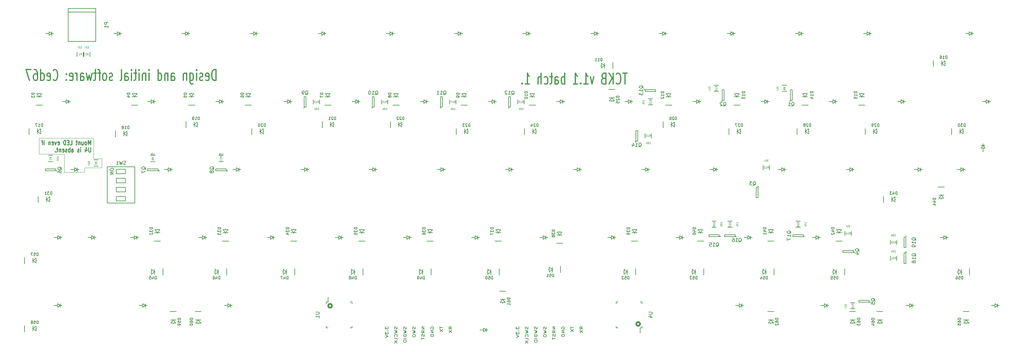
<source format=gbr>
G04 #@! TF.FileFunction,Legend,Bot*
%FSLAX46Y46*%
G04 Gerber Fmt 4.6, Leading zero omitted, Abs format (unit mm)*
G04 Created by KiCad (PCBNEW 4.0.0-rc1-stable) date 30/12/2016 17:59:34*
%MOMM*%
G01*
G04 APERTURE LIST*
%ADD10C,0.150000*%
%ADD11C,0.100000*%
%ADD12C,0.254000*%
%ADD13C,0.304800*%
%ADD14C,0.190500*%
%ADD15C,0.500000*%
G04 APERTURE END LIST*
D10*
D11*
X81280000Y-107950000D02*
X86106000Y-107950000D01*
X86106000Y-105410000D02*
X86106000Y-107950000D01*
X83820000Y-105410000D02*
X86106000Y-105410000D01*
X83820000Y-99695000D02*
X83820000Y-105410000D01*
X81280000Y-107950000D02*
X81280000Y-109220000D01*
X68580000Y-104140000D02*
X68580000Y-99695000D01*
X75565000Y-104140000D02*
X68580000Y-104140000D01*
X75565000Y-109220000D02*
X75565000Y-104140000D01*
X81280000Y-109220000D02*
X75565000Y-109220000D01*
X68580000Y-99695000D02*
X83820000Y-99695000D01*
D12*
X82943095Y-101539524D02*
X82943095Y-100269524D01*
X82604429Y-101176667D01*
X82265762Y-100269524D01*
X82265762Y-101539524D01*
X81636809Y-101539524D02*
X81733571Y-101479048D01*
X81781952Y-101418571D01*
X81830333Y-101297619D01*
X81830333Y-100934762D01*
X81781952Y-100813810D01*
X81733571Y-100753333D01*
X81636809Y-100692857D01*
X81491667Y-100692857D01*
X81394905Y-100753333D01*
X81346524Y-100813810D01*
X81298143Y-100934762D01*
X81298143Y-101297619D01*
X81346524Y-101418571D01*
X81394905Y-101479048D01*
X81491667Y-101539524D01*
X81636809Y-101539524D01*
X80427286Y-100692857D02*
X80427286Y-101539524D01*
X80862714Y-100692857D02*
X80862714Y-101358095D01*
X80814333Y-101479048D01*
X80717571Y-101539524D01*
X80572429Y-101539524D01*
X80475667Y-101479048D01*
X80427286Y-101418571D01*
X79943476Y-100692857D02*
X79943476Y-101539524D01*
X79943476Y-100813810D02*
X79895095Y-100753333D01*
X79798333Y-100692857D01*
X79653191Y-100692857D01*
X79556429Y-100753333D01*
X79508048Y-100874286D01*
X79508048Y-101539524D01*
X79169381Y-100692857D02*
X78782333Y-100692857D01*
X79024238Y-100269524D02*
X79024238Y-101358095D01*
X78975857Y-101479048D01*
X78879095Y-101539524D01*
X78782333Y-101539524D01*
X77185763Y-101539524D02*
X77669572Y-101539524D01*
X77669572Y-100269524D01*
X76847096Y-100874286D02*
X76508430Y-100874286D01*
X76363287Y-101539524D02*
X76847096Y-101539524D01*
X76847096Y-100269524D01*
X76363287Y-100269524D01*
X75927858Y-101539524D02*
X75927858Y-100269524D01*
X75685953Y-100269524D01*
X75540811Y-100330000D01*
X75444049Y-100450952D01*
X75395668Y-100571905D01*
X75347287Y-100813810D01*
X75347287Y-100995238D01*
X75395668Y-101237143D01*
X75444049Y-101358095D01*
X75540811Y-101479048D01*
X75685953Y-101539524D01*
X75927858Y-101539524D01*
X73750716Y-101479048D02*
X73847478Y-101539524D01*
X74041001Y-101539524D01*
X74137763Y-101479048D01*
X74186144Y-101358095D01*
X74186144Y-100874286D01*
X74137763Y-100753333D01*
X74041001Y-100692857D01*
X73847478Y-100692857D01*
X73750716Y-100753333D01*
X73702335Y-100874286D01*
X73702335Y-100995238D01*
X74186144Y-101116190D01*
X73363668Y-100692857D02*
X73121763Y-101539524D01*
X72879859Y-100692857D01*
X72105764Y-101479048D02*
X72202526Y-101539524D01*
X72396049Y-101539524D01*
X72492811Y-101479048D01*
X72541192Y-101358095D01*
X72541192Y-100874286D01*
X72492811Y-100753333D01*
X72396049Y-100692857D01*
X72202526Y-100692857D01*
X72105764Y-100753333D01*
X72057383Y-100874286D01*
X72057383Y-100995238D01*
X72541192Y-101116190D01*
X71621954Y-100692857D02*
X71621954Y-101539524D01*
X71621954Y-100813810D02*
X71573573Y-100753333D01*
X71476811Y-100692857D01*
X71331669Y-100692857D01*
X71234907Y-100753333D01*
X71186526Y-100874286D01*
X71186526Y-101539524D01*
X69928621Y-101539524D02*
X69928621Y-100692857D01*
X69928621Y-100269524D02*
X69977002Y-100330000D01*
X69928621Y-100390476D01*
X69880240Y-100330000D01*
X69928621Y-100269524D01*
X69928621Y-100390476D01*
X69589954Y-100692857D02*
X69202906Y-100692857D01*
X69444811Y-101539524D02*
X69444811Y-100450952D01*
X69396430Y-100330000D01*
X69299668Y-100269524D01*
X69202906Y-100269524D01*
X82943095Y-102301524D02*
X82943095Y-103329619D01*
X82894714Y-103450571D01*
X82846333Y-103511048D01*
X82749571Y-103571524D01*
X82556048Y-103571524D01*
X82459286Y-103511048D01*
X82410905Y-103450571D01*
X82362524Y-103329619D01*
X82362524Y-102301524D01*
X81443286Y-102724857D02*
X81443286Y-103571524D01*
X81685190Y-102241048D02*
X81927095Y-103148190D01*
X81298143Y-103148190D01*
X80137000Y-103571524D02*
X80137000Y-102724857D01*
X80137000Y-102301524D02*
X80185381Y-102362000D01*
X80137000Y-102422476D01*
X80088619Y-102362000D01*
X80137000Y-102301524D01*
X80137000Y-102422476D01*
X79701571Y-103511048D02*
X79604809Y-103571524D01*
X79411285Y-103571524D01*
X79314524Y-103511048D01*
X79266143Y-103390095D01*
X79266143Y-103329619D01*
X79314524Y-103208667D01*
X79411285Y-103148190D01*
X79556428Y-103148190D01*
X79653190Y-103087714D01*
X79701571Y-102966762D01*
X79701571Y-102906286D01*
X79653190Y-102785333D01*
X79556428Y-102724857D01*
X79411285Y-102724857D01*
X79314524Y-102785333D01*
X77621191Y-103571524D02*
X77621191Y-102906286D01*
X77669572Y-102785333D01*
X77766334Y-102724857D01*
X77959857Y-102724857D01*
X78056619Y-102785333D01*
X77621191Y-103511048D02*
X77717953Y-103571524D01*
X77959857Y-103571524D01*
X78056619Y-103511048D01*
X78105000Y-103390095D01*
X78105000Y-103269143D01*
X78056619Y-103148190D01*
X77959857Y-103087714D01*
X77717953Y-103087714D01*
X77621191Y-103027238D01*
X77137381Y-103571524D02*
X77137381Y-102301524D01*
X77137381Y-102785333D02*
X77040619Y-102724857D01*
X76847096Y-102724857D01*
X76750334Y-102785333D01*
X76701953Y-102845810D01*
X76653572Y-102966762D01*
X76653572Y-103329619D01*
X76701953Y-103450571D01*
X76750334Y-103511048D01*
X76847096Y-103571524D01*
X77040619Y-103571524D01*
X77137381Y-103511048D01*
X76266524Y-103511048D02*
X76169762Y-103571524D01*
X75976238Y-103571524D01*
X75879477Y-103511048D01*
X75831096Y-103390095D01*
X75831096Y-103329619D01*
X75879477Y-103208667D01*
X75976238Y-103148190D01*
X76121381Y-103148190D01*
X76218143Y-103087714D01*
X76266524Y-102966762D01*
X76266524Y-102906286D01*
X76218143Y-102785333D01*
X76121381Y-102724857D01*
X75976238Y-102724857D01*
X75879477Y-102785333D01*
X75008620Y-103511048D02*
X75105382Y-103571524D01*
X75298905Y-103571524D01*
X75395667Y-103511048D01*
X75444048Y-103390095D01*
X75444048Y-102906286D01*
X75395667Y-102785333D01*
X75298905Y-102724857D01*
X75105382Y-102724857D01*
X75008620Y-102785333D01*
X74960239Y-102906286D01*
X74960239Y-103027238D01*
X75444048Y-103148190D01*
X74524810Y-102724857D02*
X74524810Y-103571524D01*
X74524810Y-102845810D02*
X74476429Y-102785333D01*
X74379667Y-102724857D01*
X74234525Y-102724857D01*
X74137763Y-102785333D01*
X74089382Y-102906286D01*
X74089382Y-103571524D01*
X73750715Y-102724857D02*
X73363667Y-102724857D01*
X73605572Y-102301524D02*
X73605572Y-103390095D01*
X73557191Y-103511048D01*
X73460429Y-103571524D01*
X73363667Y-103571524D01*
X73025001Y-103450571D02*
X72976620Y-103511048D01*
X73025001Y-103571524D01*
X73073382Y-103511048D01*
X73025001Y-103450571D01*
X73025001Y-103571524D01*
D13*
X117958804Y-83547857D02*
X117958804Y-80499857D01*
X117474995Y-80499857D01*
X117184709Y-80645000D01*
X116991185Y-80935286D01*
X116894424Y-81225571D01*
X116797662Y-81806143D01*
X116797662Y-82241571D01*
X116894424Y-82822143D01*
X116991185Y-83112429D01*
X117184709Y-83402714D01*
X117474995Y-83547857D01*
X117958804Y-83547857D01*
X115152709Y-83402714D02*
X115346233Y-83547857D01*
X115733281Y-83547857D01*
X115926804Y-83402714D01*
X116023566Y-83112429D01*
X116023566Y-81951286D01*
X115926804Y-81661000D01*
X115733281Y-81515857D01*
X115346233Y-81515857D01*
X115152709Y-81661000D01*
X115055947Y-81951286D01*
X115055947Y-82241571D01*
X116023566Y-82531857D01*
X114281852Y-83402714D02*
X114088329Y-83547857D01*
X113701281Y-83547857D01*
X113507757Y-83402714D01*
X113410995Y-83112429D01*
X113410995Y-82967286D01*
X113507757Y-82677000D01*
X113701281Y-82531857D01*
X113991567Y-82531857D01*
X114185090Y-82386714D01*
X114281852Y-82096429D01*
X114281852Y-81951286D01*
X114185090Y-81661000D01*
X113991567Y-81515857D01*
X113701281Y-81515857D01*
X113507757Y-81661000D01*
X112540138Y-83547857D02*
X112540138Y-81515857D01*
X112540138Y-80499857D02*
X112636900Y-80645000D01*
X112540138Y-80790143D01*
X112443377Y-80645000D01*
X112540138Y-80499857D01*
X112540138Y-80790143D01*
X110701662Y-81515857D02*
X110701662Y-83983286D01*
X110798424Y-84273571D01*
X110895186Y-84418714D01*
X111088710Y-84563857D01*
X111378996Y-84563857D01*
X111572519Y-84418714D01*
X110701662Y-83402714D02*
X110895186Y-83547857D01*
X111282234Y-83547857D01*
X111475758Y-83402714D01*
X111572519Y-83257571D01*
X111669281Y-82967286D01*
X111669281Y-82096429D01*
X111572519Y-81806143D01*
X111475758Y-81661000D01*
X111282234Y-81515857D01*
X110895186Y-81515857D01*
X110701662Y-81661000D01*
X109734043Y-81515857D02*
X109734043Y-83547857D01*
X109734043Y-81806143D02*
X109637282Y-81661000D01*
X109443758Y-81515857D01*
X109153472Y-81515857D01*
X108959948Y-81661000D01*
X108863186Y-81951286D01*
X108863186Y-83547857D01*
X105476520Y-83547857D02*
X105476520Y-81951286D01*
X105573282Y-81661000D01*
X105766806Y-81515857D01*
X106153854Y-81515857D01*
X106347377Y-81661000D01*
X105476520Y-83402714D02*
X105670044Y-83547857D01*
X106153854Y-83547857D01*
X106347377Y-83402714D01*
X106444139Y-83112429D01*
X106444139Y-82822143D01*
X106347377Y-82531857D01*
X106153854Y-82386714D01*
X105670044Y-82386714D01*
X105476520Y-82241571D01*
X104508901Y-81515857D02*
X104508901Y-83547857D01*
X104508901Y-81806143D02*
X104412140Y-81661000D01*
X104218616Y-81515857D01*
X103928330Y-81515857D01*
X103734806Y-81661000D01*
X103638044Y-81951286D01*
X103638044Y-83547857D01*
X101799568Y-83547857D02*
X101799568Y-80499857D01*
X101799568Y-83402714D02*
X101993092Y-83547857D01*
X102380140Y-83547857D01*
X102573664Y-83402714D01*
X102670425Y-83257571D01*
X102767187Y-82967286D01*
X102767187Y-82096429D01*
X102670425Y-81806143D01*
X102573664Y-81661000D01*
X102380140Y-81515857D01*
X101993092Y-81515857D01*
X101799568Y-81661000D01*
X99283759Y-83547857D02*
X99283759Y-81515857D01*
X99283759Y-80499857D02*
X99380521Y-80645000D01*
X99283759Y-80790143D01*
X99186998Y-80645000D01*
X99283759Y-80499857D01*
X99283759Y-80790143D01*
X98316140Y-81515857D02*
X98316140Y-83547857D01*
X98316140Y-81806143D02*
X98219379Y-81661000D01*
X98025855Y-81515857D01*
X97735569Y-81515857D01*
X97542045Y-81661000D01*
X97445283Y-81951286D01*
X97445283Y-83547857D01*
X96477664Y-83547857D02*
X96477664Y-81515857D01*
X96477664Y-80499857D02*
X96574426Y-80645000D01*
X96477664Y-80790143D01*
X96380903Y-80645000D01*
X96477664Y-80499857D01*
X96477664Y-80790143D01*
X95800331Y-81515857D02*
X95026236Y-81515857D01*
X95510045Y-80499857D02*
X95510045Y-83112429D01*
X95413284Y-83402714D01*
X95219760Y-83547857D01*
X95026236Y-83547857D01*
X94348902Y-83547857D02*
X94348902Y-81515857D01*
X94348902Y-80499857D02*
X94445664Y-80645000D01*
X94348902Y-80790143D01*
X94252141Y-80645000D01*
X94348902Y-80499857D01*
X94348902Y-80790143D01*
X92510426Y-83547857D02*
X92510426Y-81951286D01*
X92607188Y-81661000D01*
X92800712Y-81515857D01*
X93187760Y-81515857D01*
X93381283Y-81661000D01*
X92510426Y-83402714D02*
X92703950Y-83547857D01*
X93187760Y-83547857D01*
X93381283Y-83402714D01*
X93478045Y-83112429D01*
X93478045Y-82822143D01*
X93381283Y-82531857D01*
X93187760Y-82386714D01*
X92703950Y-82386714D01*
X92510426Y-82241571D01*
X91252522Y-83547857D02*
X91446046Y-83402714D01*
X91542807Y-83112429D01*
X91542807Y-80499857D01*
X89026998Y-83402714D02*
X88833475Y-83547857D01*
X88446427Y-83547857D01*
X88252903Y-83402714D01*
X88156141Y-83112429D01*
X88156141Y-82967286D01*
X88252903Y-82677000D01*
X88446427Y-82531857D01*
X88736713Y-82531857D01*
X88930236Y-82386714D01*
X89026998Y-82096429D01*
X89026998Y-81951286D01*
X88930236Y-81661000D01*
X88736713Y-81515857D01*
X88446427Y-81515857D01*
X88252903Y-81661000D01*
X86994999Y-83547857D02*
X87188523Y-83402714D01*
X87285284Y-83257571D01*
X87382046Y-82967286D01*
X87382046Y-82096429D01*
X87285284Y-81806143D01*
X87188523Y-81661000D01*
X86994999Y-81515857D01*
X86704713Y-81515857D01*
X86511189Y-81661000D01*
X86414427Y-81806143D01*
X86317665Y-82096429D01*
X86317665Y-82967286D01*
X86414427Y-83257571D01*
X86511189Y-83402714D01*
X86704713Y-83547857D01*
X86994999Y-83547857D01*
X85737094Y-81515857D02*
X84962999Y-81515857D01*
X85446808Y-83547857D02*
X85446808Y-80935286D01*
X85350047Y-80645000D01*
X85156523Y-80499857D01*
X84962999Y-80499857D01*
X84575951Y-81515857D02*
X83801856Y-81515857D01*
X84285665Y-80499857D02*
X84285665Y-83112429D01*
X84188904Y-83402714D01*
X83995380Y-83547857D01*
X83801856Y-83547857D01*
X83318046Y-81515857D02*
X82930999Y-83547857D01*
X82543951Y-82096429D01*
X82156903Y-83547857D01*
X81769856Y-81515857D01*
X80124903Y-83547857D02*
X80124903Y-81951286D01*
X80221665Y-81661000D01*
X80415189Y-81515857D01*
X80802237Y-81515857D01*
X80995760Y-81661000D01*
X80124903Y-83402714D02*
X80318427Y-83547857D01*
X80802237Y-83547857D01*
X80995760Y-83402714D01*
X81092522Y-83112429D01*
X81092522Y-82822143D01*
X80995760Y-82531857D01*
X80802237Y-82386714D01*
X80318427Y-82386714D01*
X80124903Y-82241571D01*
X79157284Y-83547857D02*
X79157284Y-81515857D01*
X79157284Y-82096429D02*
X79060523Y-81806143D01*
X78963761Y-81661000D01*
X78770237Y-81515857D01*
X78576713Y-81515857D01*
X77125284Y-83402714D02*
X77318808Y-83547857D01*
X77705856Y-83547857D01*
X77899379Y-83402714D01*
X77996141Y-83112429D01*
X77996141Y-81951286D01*
X77899379Y-81661000D01*
X77705856Y-81515857D01*
X77318808Y-81515857D01*
X77125284Y-81661000D01*
X77028522Y-81951286D01*
X77028522Y-82241571D01*
X77996141Y-82531857D01*
X76157665Y-83257571D02*
X76060904Y-83402714D01*
X76157665Y-83547857D01*
X76254427Y-83402714D01*
X76157665Y-83257571D01*
X76157665Y-83547857D01*
X76157665Y-81661000D02*
X76060904Y-81806143D01*
X76157665Y-81951286D01*
X76254427Y-81806143D01*
X76157665Y-81661000D01*
X76157665Y-81951286D01*
X72480714Y-83257571D02*
X72577476Y-83402714D01*
X72867761Y-83547857D01*
X73061285Y-83547857D01*
X73351571Y-83402714D01*
X73545095Y-83112429D01*
X73641856Y-82822143D01*
X73738618Y-82241571D01*
X73738618Y-81806143D01*
X73641856Y-81225571D01*
X73545095Y-80935286D01*
X73351571Y-80645000D01*
X73061285Y-80499857D01*
X72867761Y-80499857D01*
X72577476Y-80645000D01*
X72480714Y-80790143D01*
X70835761Y-83402714D02*
X71029285Y-83547857D01*
X71416333Y-83547857D01*
X71609856Y-83402714D01*
X71706618Y-83112429D01*
X71706618Y-81951286D01*
X71609856Y-81661000D01*
X71416333Y-81515857D01*
X71029285Y-81515857D01*
X70835761Y-81661000D01*
X70738999Y-81951286D01*
X70738999Y-82241571D01*
X71706618Y-82531857D01*
X68997285Y-83547857D02*
X68997285Y-80499857D01*
X68997285Y-83402714D02*
X69190809Y-83547857D01*
X69577857Y-83547857D01*
X69771381Y-83402714D01*
X69868142Y-83257571D01*
X69964904Y-82967286D01*
X69964904Y-82096429D01*
X69868142Y-81806143D01*
X69771381Y-81661000D01*
X69577857Y-81515857D01*
X69190809Y-81515857D01*
X68997285Y-81661000D01*
X67158809Y-80499857D02*
X67545857Y-80499857D01*
X67739381Y-80645000D01*
X67836143Y-80790143D01*
X68029666Y-81225571D01*
X68126428Y-81806143D01*
X68126428Y-82967286D01*
X68029666Y-83257571D01*
X67932905Y-83402714D01*
X67739381Y-83547857D01*
X67352333Y-83547857D01*
X67158809Y-83402714D01*
X67062047Y-83257571D01*
X66965286Y-82967286D01*
X66965286Y-82241571D01*
X67062047Y-81951286D01*
X67158809Y-81806143D01*
X67352333Y-81661000D01*
X67739381Y-81661000D01*
X67932905Y-81806143D01*
X68029666Y-81951286D01*
X68126428Y-82241571D01*
X66287952Y-80499857D02*
X64933286Y-80499857D01*
X65804143Y-83547857D01*
X232851476Y-81515857D02*
X231690333Y-81515857D01*
X232270905Y-84563857D02*
X232270905Y-81515857D01*
X229851858Y-84273571D02*
X229948620Y-84418714D01*
X230238905Y-84563857D01*
X230432429Y-84563857D01*
X230722715Y-84418714D01*
X230916239Y-84128429D01*
X231013000Y-83838143D01*
X231109762Y-83257571D01*
X231109762Y-82822143D01*
X231013000Y-82241571D01*
X230916239Y-81951286D01*
X230722715Y-81661000D01*
X230432429Y-81515857D01*
X230238905Y-81515857D01*
X229948620Y-81661000D01*
X229851858Y-81806143D01*
X228981000Y-84563857D02*
X228981000Y-81515857D01*
X227819858Y-84563857D02*
X228690715Y-82822143D01*
X227819858Y-81515857D02*
X228981000Y-83257571D01*
X226271667Y-82967286D02*
X225981381Y-83112429D01*
X225884620Y-83257571D01*
X225787858Y-83547857D01*
X225787858Y-83983286D01*
X225884620Y-84273571D01*
X225981381Y-84418714D01*
X226174905Y-84563857D01*
X226949000Y-84563857D01*
X226949000Y-81515857D01*
X226271667Y-81515857D01*
X226078143Y-81661000D01*
X225981381Y-81806143D01*
X225884620Y-82096429D01*
X225884620Y-82386714D01*
X225981381Y-82677000D01*
X226078143Y-82822143D01*
X226271667Y-82967286D01*
X226949000Y-82967286D01*
X223562334Y-82531857D02*
X223078525Y-84563857D01*
X222594715Y-82531857D01*
X220756240Y-84563857D02*
X221917382Y-84563857D01*
X221336811Y-84563857D02*
X221336811Y-81515857D01*
X221530335Y-81951286D01*
X221723859Y-82241571D01*
X221917382Y-82386714D01*
X219885382Y-84273571D02*
X219788621Y-84418714D01*
X219885382Y-84563857D01*
X219982144Y-84418714D01*
X219885382Y-84273571D01*
X219885382Y-84563857D01*
X217853383Y-84563857D02*
X219014525Y-84563857D01*
X218433954Y-84563857D02*
X218433954Y-81515857D01*
X218627478Y-81951286D01*
X218821002Y-82241571D01*
X219014525Y-82386714D01*
X215434335Y-84563857D02*
X215434335Y-81515857D01*
X215434335Y-82677000D02*
X215240812Y-82531857D01*
X214853764Y-82531857D01*
X214660240Y-82677000D01*
X214563478Y-82822143D01*
X214466716Y-83112429D01*
X214466716Y-83983286D01*
X214563478Y-84273571D01*
X214660240Y-84418714D01*
X214853764Y-84563857D01*
X215240812Y-84563857D01*
X215434335Y-84418714D01*
X212725002Y-84563857D02*
X212725002Y-82967286D01*
X212821764Y-82677000D01*
X213015288Y-82531857D01*
X213402336Y-82531857D01*
X213595859Y-82677000D01*
X212725002Y-84418714D02*
X212918526Y-84563857D01*
X213402336Y-84563857D01*
X213595859Y-84418714D01*
X213692621Y-84128429D01*
X213692621Y-83838143D01*
X213595859Y-83547857D01*
X213402336Y-83402714D01*
X212918526Y-83402714D01*
X212725002Y-83257571D01*
X212047669Y-82531857D02*
X211273574Y-82531857D01*
X211757383Y-81515857D02*
X211757383Y-84128429D01*
X211660622Y-84418714D01*
X211467098Y-84563857D01*
X211273574Y-84563857D01*
X209725383Y-84418714D02*
X209918907Y-84563857D01*
X210305955Y-84563857D01*
X210499479Y-84418714D01*
X210596240Y-84273571D01*
X210693002Y-83983286D01*
X210693002Y-83112429D01*
X210596240Y-82822143D01*
X210499479Y-82677000D01*
X210305955Y-82531857D01*
X209918907Y-82531857D01*
X209725383Y-82677000D01*
X208854526Y-84563857D02*
X208854526Y-81515857D01*
X207983669Y-84563857D02*
X207983669Y-82967286D01*
X208080431Y-82677000D01*
X208273955Y-82531857D01*
X208564241Y-82531857D01*
X208757765Y-82677000D01*
X208854526Y-82822143D01*
X204403480Y-84563857D02*
X205564622Y-84563857D01*
X204984051Y-84563857D02*
X204984051Y-81515857D01*
X205177575Y-81951286D01*
X205371099Y-82241571D01*
X205564622Y-82386714D01*
X203532622Y-84273571D02*
X203435861Y-84418714D01*
X203532622Y-84563857D01*
X203629384Y-84418714D01*
X203532622Y-84273571D01*
X203532622Y-84563857D01*
D14*
X220435714Y-153222476D02*
X220072857Y-152883810D01*
X220435714Y-152641905D02*
X219673714Y-152641905D01*
X219673714Y-153028952D01*
X219710000Y-153125714D01*
X219746286Y-153174095D01*
X219818857Y-153222476D01*
X219927714Y-153222476D01*
X220000286Y-153174095D01*
X220036571Y-153125714D01*
X220072857Y-153028952D01*
X220072857Y-152641905D01*
X219673714Y-153561143D02*
X220435714Y-154238476D01*
X219673714Y-154238476D02*
X220435714Y-153561143D01*
X217133714Y-152496762D02*
X217133714Y-153077333D01*
X217895714Y-152787048D02*
X217133714Y-152787048D01*
X217133714Y-153319238D02*
X217895714Y-153996571D01*
X217133714Y-153996571D02*
X217895714Y-153319238D01*
X214630000Y-153174095D02*
X214593714Y-153077333D01*
X214593714Y-152932190D01*
X214630000Y-152787048D01*
X214702571Y-152690286D01*
X214775143Y-152641905D01*
X214920286Y-152593524D01*
X215029143Y-152593524D01*
X215174286Y-152641905D01*
X215246857Y-152690286D01*
X215319429Y-152787048D01*
X215355714Y-152932190D01*
X215355714Y-153028952D01*
X215319429Y-153174095D01*
X215283143Y-153222476D01*
X215029143Y-153222476D01*
X215029143Y-153028952D01*
X215355714Y-153657905D02*
X214593714Y-153657905D01*
X215355714Y-154238476D01*
X214593714Y-154238476D01*
X215355714Y-154722286D02*
X214593714Y-154722286D01*
X214593714Y-154964191D01*
X214630000Y-155109333D01*
X214702571Y-155206095D01*
X214775143Y-155254476D01*
X214920286Y-155302857D01*
X215029143Y-155302857D01*
X215174286Y-155254476D01*
X215246857Y-155206095D01*
X215319429Y-155109333D01*
X215355714Y-154964191D01*
X215355714Y-154722286D01*
X212815714Y-152641905D02*
X212053714Y-152641905D01*
X212815714Y-153222476D01*
X212053714Y-153222476D01*
X212815714Y-154286857D02*
X212452857Y-153948191D01*
X212815714Y-153706286D02*
X212053714Y-153706286D01*
X212053714Y-154093333D01*
X212090000Y-154190095D01*
X212126286Y-154238476D01*
X212198857Y-154286857D01*
X212307714Y-154286857D01*
X212380286Y-154238476D01*
X212416571Y-154190095D01*
X212452857Y-154093333D01*
X212452857Y-153706286D01*
X212779429Y-154673905D02*
X212815714Y-154819048D01*
X212815714Y-155060952D01*
X212779429Y-155157714D01*
X212743143Y-155206095D01*
X212670571Y-155254476D01*
X212598000Y-155254476D01*
X212525429Y-155206095D01*
X212489143Y-155157714D01*
X212452857Y-155060952D01*
X212416571Y-154867429D01*
X212380286Y-154770667D01*
X212344000Y-154722286D01*
X212271429Y-154673905D01*
X212198857Y-154673905D01*
X212126286Y-154722286D01*
X212090000Y-154770667D01*
X212053714Y-154867429D01*
X212053714Y-155109333D01*
X212090000Y-155254476D01*
X212053714Y-155544762D02*
X212053714Y-156125333D01*
X212815714Y-155835048D02*
X212053714Y-155835048D01*
X210239429Y-152593524D02*
X210275714Y-152738667D01*
X210275714Y-152980571D01*
X210239429Y-153077333D01*
X210203143Y-153125714D01*
X210130571Y-153174095D01*
X210058000Y-153174095D01*
X209985429Y-153125714D01*
X209949143Y-153077333D01*
X209912857Y-152980571D01*
X209876571Y-152787048D01*
X209840286Y-152690286D01*
X209804000Y-152641905D01*
X209731429Y-152593524D01*
X209658857Y-152593524D01*
X209586286Y-152641905D01*
X209550000Y-152690286D01*
X209513714Y-152787048D01*
X209513714Y-153028952D01*
X209550000Y-153174095D01*
X209513714Y-153512762D02*
X210275714Y-153754667D01*
X209731429Y-153948190D01*
X210275714Y-154141714D01*
X209513714Y-154383619D01*
X209513714Y-154964191D02*
X209513714Y-155157714D01*
X209550000Y-155254476D01*
X209622571Y-155351238D01*
X209767714Y-155399619D01*
X210021714Y-155399619D01*
X210166857Y-155351238D01*
X210239429Y-155254476D01*
X210275714Y-155157714D01*
X210275714Y-154964191D01*
X210239429Y-154867429D01*
X210166857Y-154770667D01*
X210021714Y-154722286D01*
X209767714Y-154722286D01*
X209622571Y-154770667D01*
X209550000Y-154867429D01*
X209513714Y-154964191D01*
X207699429Y-152593524D02*
X207735714Y-152738667D01*
X207735714Y-152980571D01*
X207699429Y-153077333D01*
X207663143Y-153125714D01*
X207590571Y-153174095D01*
X207518000Y-153174095D01*
X207445429Y-153125714D01*
X207409143Y-153077333D01*
X207372857Y-152980571D01*
X207336571Y-152787048D01*
X207300286Y-152690286D01*
X207264000Y-152641905D01*
X207191429Y-152593524D01*
X207118857Y-152593524D01*
X207046286Y-152641905D01*
X207010000Y-152690286D01*
X206973714Y-152787048D01*
X206973714Y-153028952D01*
X207010000Y-153174095D01*
X206973714Y-153512762D02*
X207735714Y-153754667D01*
X207191429Y-153948190D01*
X207735714Y-154141714D01*
X206973714Y-154383619D01*
X207735714Y-154770667D02*
X206973714Y-154770667D01*
X206973714Y-155012572D01*
X207010000Y-155157714D01*
X207082571Y-155254476D01*
X207155143Y-155302857D01*
X207300286Y-155351238D01*
X207409143Y-155351238D01*
X207554286Y-155302857D01*
X207626857Y-155254476D01*
X207699429Y-155157714D01*
X207735714Y-155012572D01*
X207735714Y-154770667D01*
X207735714Y-155786667D02*
X206973714Y-155786667D01*
X206973714Y-156464001D02*
X206973714Y-156657524D01*
X207010000Y-156754286D01*
X207082571Y-156851048D01*
X207227714Y-156899429D01*
X207481714Y-156899429D01*
X207626857Y-156851048D01*
X207699429Y-156754286D01*
X207735714Y-156657524D01*
X207735714Y-156464001D01*
X207699429Y-156367239D01*
X207626857Y-156270477D01*
X207481714Y-156222096D01*
X207227714Y-156222096D01*
X207082571Y-156270477D01*
X207010000Y-156367239D01*
X206973714Y-156464001D01*
X205159429Y-152593524D02*
X205195714Y-152738667D01*
X205195714Y-152980571D01*
X205159429Y-153077333D01*
X205123143Y-153125714D01*
X205050571Y-153174095D01*
X204978000Y-153174095D01*
X204905429Y-153125714D01*
X204869143Y-153077333D01*
X204832857Y-152980571D01*
X204796571Y-152787048D01*
X204760286Y-152690286D01*
X204724000Y-152641905D01*
X204651429Y-152593524D01*
X204578857Y-152593524D01*
X204506286Y-152641905D01*
X204470000Y-152690286D01*
X204433714Y-152787048D01*
X204433714Y-153028952D01*
X204470000Y-153174095D01*
X204433714Y-153512762D02*
X205195714Y-153754667D01*
X204651429Y-153948190D01*
X205195714Y-154141714D01*
X204433714Y-154383619D01*
X205123143Y-155351238D02*
X205159429Y-155302857D01*
X205195714Y-155157714D01*
X205195714Y-155060952D01*
X205159429Y-154915810D01*
X205086857Y-154819048D01*
X205014286Y-154770667D01*
X204869143Y-154722286D01*
X204760286Y-154722286D01*
X204615143Y-154770667D01*
X204542571Y-154819048D01*
X204470000Y-154915810D01*
X204433714Y-155060952D01*
X204433714Y-155157714D01*
X204470000Y-155302857D01*
X204506286Y-155351238D01*
X205195714Y-156270476D02*
X205195714Y-155786667D01*
X204433714Y-155786667D01*
X205195714Y-156609143D02*
X204433714Y-156609143D01*
X205195714Y-157189714D02*
X204760286Y-156754286D01*
X204433714Y-157189714D02*
X204869143Y-156609143D01*
X201893714Y-152545143D02*
X201893714Y-153174095D01*
X202184000Y-152835429D01*
X202184000Y-152980571D01*
X202220286Y-153077333D01*
X202256571Y-153125714D01*
X202329143Y-153174095D01*
X202510571Y-153174095D01*
X202583143Y-153125714D01*
X202619429Y-153077333D01*
X202655714Y-152980571D01*
X202655714Y-152690286D01*
X202619429Y-152593524D01*
X202583143Y-152545143D01*
X202583143Y-153609524D02*
X202619429Y-153657905D01*
X202655714Y-153609524D01*
X202619429Y-153561143D01*
X202583143Y-153609524D01*
X202655714Y-153609524D01*
X201893714Y-153996572D02*
X201893714Y-154625524D01*
X202184000Y-154286858D01*
X202184000Y-154432000D01*
X202220286Y-154528762D01*
X202256571Y-154577143D01*
X202329143Y-154625524D01*
X202510571Y-154625524D01*
X202583143Y-154577143D01*
X202619429Y-154528762D01*
X202655714Y-154432000D01*
X202655714Y-154141715D01*
X202619429Y-154044953D01*
X202583143Y-153996572D01*
X201893714Y-154915810D02*
X202655714Y-155254477D01*
X201893714Y-155593143D01*
X183859714Y-153222476D02*
X183496857Y-152883810D01*
X183859714Y-152641905D02*
X183097714Y-152641905D01*
X183097714Y-153028952D01*
X183134000Y-153125714D01*
X183170286Y-153174095D01*
X183242857Y-153222476D01*
X183351714Y-153222476D01*
X183424286Y-153174095D01*
X183460571Y-153125714D01*
X183496857Y-153028952D01*
X183496857Y-152641905D01*
X183097714Y-153561143D02*
X183859714Y-154238476D01*
X183097714Y-154238476D02*
X183859714Y-153561143D01*
X180557714Y-152496762D02*
X180557714Y-153077333D01*
X181319714Y-152787048D02*
X180557714Y-152787048D01*
X180557714Y-153319238D02*
X181319714Y-153996571D01*
X180557714Y-153996571D02*
X181319714Y-153319238D01*
X178054000Y-153174095D02*
X178017714Y-153077333D01*
X178017714Y-152932190D01*
X178054000Y-152787048D01*
X178126571Y-152690286D01*
X178199143Y-152641905D01*
X178344286Y-152593524D01*
X178453143Y-152593524D01*
X178598286Y-152641905D01*
X178670857Y-152690286D01*
X178743429Y-152787048D01*
X178779714Y-152932190D01*
X178779714Y-153028952D01*
X178743429Y-153174095D01*
X178707143Y-153222476D01*
X178453143Y-153222476D01*
X178453143Y-153028952D01*
X178779714Y-153657905D02*
X178017714Y-153657905D01*
X178779714Y-154238476D01*
X178017714Y-154238476D01*
X178779714Y-154722286D02*
X178017714Y-154722286D01*
X178017714Y-154964191D01*
X178054000Y-155109333D01*
X178126571Y-155206095D01*
X178199143Y-155254476D01*
X178344286Y-155302857D01*
X178453143Y-155302857D01*
X178598286Y-155254476D01*
X178670857Y-155206095D01*
X178743429Y-155109333D01*
X178779714Y-154964191D01*
X178779714Y-154722286D01*
X176239714Y-152641905D02*
X175477714Y-152641905D01*
X176239714Y-153222476D01*
X175477714Y-153222476D01*
X176239714Y-154286857D02*
X175876857Y-153948191D01*
X176239714Y-153706286D02*
X175477714Y-153706286D01*
X175477714Y-154093333D01*
X175514000Y-154190095D01*
X175550286Y-154238476D01*
X175622857Y-154286857D01*
X175731714Y-154286857D01*
X175804286Y-154238476D01*
X175840571Y-154190095D01*
X175876857Y-154093333D01*
X175876857Y-153706286D01*
X176203429Y-154673905D02*
X176239714Y-154819048D01*
X176239714Y-155060952D01*
X176203429Y-155157714D01*
X176167143Y-155206095D01*
X176094571Y-155254476D01*
X176022000Y-155254476D01*
X175949429Y-155206095D01*
X175913143Y-155157714D01*
X175876857Y-155060952D01*
X175840571Y-154867429D01*
X175804286Y-154770667D01*
X175768000Y-154722286D01*
X175695429Y-154673905D01*
X175622857Y-154673905D01*
X175550286Y-154722286D01*
X175514000Y-154770667D01*
X175477714Y-154867429D01*
X175477714Y-155109333D01*
X175514000Y-155254476D01*
X175477714Y-155544762D02*
X175477714Y-156125333D01*
X176239714Y-155835048D02*
X175477714Y-155835048D01*
X173663429Y-152593524D02*
X173699714Y-152738667D01*
X173699714Y-152980571D01*
X173663429Y-153077333D01*
X173627143Y-153125714D01*
X173554571Y-153174095D01*
X173482000Y-153174095D01*
X173409429Y-153125714D01*
X173373143Y-153077333D01*
X173336857Y-152980571D01*
X173300571Y-152787048D01*
X173264286Y-152690286D01*
X173228000Y-152641905D01*
X173155429Y-152593524D01*
X173082857Y-152593524D01*
X173010286Y-152641905D01*
X172974000Y-152690286D01*
X172937714Y-152787048D01*
X172937714Y-153028952D01*
X172974000Y-153174095D01*
X172937714Y-153512762D02*
X173699714Y-153754667D01*
X173155429Y-153948190D01*
X173699714Y-154141714D01*
X172937714Y-154383619D01*
X172937714Y-154964191D02*
X172937714Y-155157714D01*
X172974000Y-155254476D01*
X173046571Y-155351238D01*
X173191714Y-155399619D01*
X173445714Y-155399619D01*
X173590857Y-155351238D01*
X173663429Y-155254476D01*
X173699714Y-155157714D01*
X173699714Y-154964191D01*
X173663429Y-154867429D01*
X173590857Y-154770667D01*
X173445714Y-154722286D01*
X173191714Y-154722286D01*
X173046571Y-154770667D01*
X172974000Y-154867429D01*
X172937714Y-154964191D01*
X165317714Y-152545143D02*
X165317714Y-153174095D01*
X165608000Y-152835429D01*
X165608000Y-152980571D01*
X165644286Y-153077333D01*
X165680571Y-153125714D01*
X165753143Y-153174095D01*
X165934571Y-153174095D01*
X166007143Y-153125714D01*
X166043429Y-153077333D01*
X166079714Y-152980571D01*
X166079714Y-152690286D01*
X166043429Y-152593524D01*
X166007143Y-152545143D01*
X166007143Y-153609524D02*
X166043429Y-153657905D01*
X166079714Y-153609524D01*
X166043429Y-153561143D01*
X166007143Y-153609524D01*
X166079714Y-153609524D01*
X165317714Y-153996572D02*
X165317714Y-154625524D01*
X165608000Y-154286858D01*
X165608000Y-154432000D01*
X165644286Y-154528762D01*
X165680571Y-154577143D01*
X165753143Y-154625524D01*
X165934571Y-154625524D01*
X166007143Y-154577143D01*
X166043429Y-154528762D01*
X166079714Y-154432000D01*
X166079714Y-154141715D01*
X166043429Y-154044953D01*
X166007143Y-153996572D01*
X165317714Y-154915810D02*
X166079714Y-155254477D01*
X165317714Y-155593143D01*
X168583429Y-152593524D02*
X168619714Y-152738667D01*
X168619714Y-152980571D01*
X168583429Y-153077333D01*
X168547143Y-153125714D01*
X168474571Y-153174095D01*
X168402000Y-153174095D01*
X168329429Y-153125714D01*
X168293143Y-153077333D01*
X168256857Y-152980571D01*
X168220571Y-152787048D01*
X168184286Y-152690286D01*
X168148000Y-152641905D01*
X168075429Y-152593524D01*
X168002857Y-152593524D01*
X167930286Y-152641905D01*
X167894000Y-152690286D01*
X167857714Y-152787048D01*
X167857714Y-153028952D01*
X167894000Y-153174095D01*
X167857714Y-153512762D02*
X168619714Y-153754667D01*
X168075429Y-153948190D01*
X168619714Y-154141714D01*
X167857714Y-154383619D01*
X168547143Y-155351238D02*
X168583429Y-155302857D01*
X168619714Y-155157714D01*
X168619714Y-155060952D01*
X168583429Y-154915810D01*
X168510857Y-154819048D01*
X168438286Y-154770667D01*
X168293143Y-154722286D01*
X168184286Y-154722286D01*
X168039143Y-154770667D01*
X167966571Y-154819048D01*
X167894000Y-154915810D01*
X167857714Y-155060952D01*
X167857714Y-155157714D01*
X167894000Y-155302857D01*
X167930286Y-155351238D01*
X168619714Y-156270476D02*
X168619714Y-155786667D01*
X167857714Y-155786667D01*
X168619714Y-156609143D02*
X167857714Y-156609143D01*
X168619714Y-157189714D02*
X168184286Y-156754286D01*
X167857714Y-157189714D02*
X168293143Y-156609143D01*
X171123429Y-152593524D02*
X171159714Y-152738667D01*
X171159714Y-152980571D01*
X171123429Y-153077333D01*
X171087143Y-153125714D01*
X171014571Y-153174095D01*
X170942000Y-153174095D01*
X170869429Y-153125714D01*
X170833143Y-153077333D01*
X170796857Y-152980571D01*
X170760571Y-152787048D01*
X170724286Y-152690286D01*
X170688000Y-152641905D01*
X170615429Y-152593524D01*
X170542857Y-152593524D01*
X170470286Y-152641905D01*
X170434000Y-152690286D01*
X170397714Y-152787048D01*
X170397714Y-153028952D01*
X170434000Y-153174095D01*
X170397714Y-153512762D02*
X171159714Y-153754667D01*
X170615429Y-153948190D01*
X171159714Y-154141714D01*
X170397714Y-154383619D01*
X171159714Y-154770667D02*
X170397714Y-154770667D01*
X170397714Y-155012572D01*
X170434000Y-155157714D01*
X170506571Y-155254476D01*
X170579143Y-155302857D01*
X170724286Y-155351238D01*
X170833143Y-155351238D01*
X170978286Y-155302857D01*
X171050857Y-155254476D01*
X171123429Y-155157714D01*
X171159714Y-155012572D01*
X171159714Y-154770667D01*
X171159714Y-155786667D02*
X170397714Y-155786667D01*
X170397714Y-156464001D02*
X170397714Y-156657524D01*
X170434000Y-156754286D01*
X170506571Y-156851048D01*
X170651714Y-156899429D01*
X170905714Y-156899429D01*
X171050857Y-156851048D01*
X171123429Y-156754286D01*
X171159714Y-156657524D01*
X171159714Y-156464001D01*
X171123429Y-156367239D01*
X171050857Y-156270477D01*
X170905714Y-156222096D01*
X170651714Y-156222096D01*
X170506571Y-156270477D01*
X170434000Y-156367239D01*
X170397714Y-156464001D01*
D10*
X193516250Y-153447750D02*
X194024250Y-153447750D01*
X192754250Y-153447750D02*
X191738250Y-153447750D01*
X192754250Y-153955750D02*
X192754250Y-152939750D01*
X192754250Y-152939750D02*
X193516250Y-153447750D01*
X193516250Y-153447750D02*
X192754250Y-153955750D01*
X193516250Y-153955750D02*
X193516250Y-152939750D01*
X69480000Y-90430000D02*
X67730000Y-90430000D01*
X68580000Y-88129580D02*
X68580000Y-88279440D01*
X68580000Y-87281220D02*
X68580000Y-87080560D01*
X68580000Y-88129580D02*
X67830700Y-88129580D01*
X68580000Y-88129580D02*
X69281040Y-88129580D01*
X68580000Y-88129580D02*
X69281040Y-87281220D01*
X69281040Y-87281220D02*
X67878960Y-87281220D01*
X67878960Y-87281220D02*
X68580000Y-88129580D01*
X96150000Y-90430000D02*
X94400000Y-90430000D01*
X95250000Y-88129580D02*
X95250000Y-88279440D01*
X95250000Y-87281220D02*
X95250000Y-87080560D01*
X95250000Y-88129580D02*
X94500700Y-88129580D01*
X95250000Y-88129580D02*
X95951040Y-88129580D01*
X95250000Y-88129580D02*
X95951040Y-87281220D01*
X95951040Y-87281220D02*
X94548960Y-87281220D01*
X94548960Y-87281220D02*
X95250000Y-88129580D01*
X112025000Y-90430000D02*
X110275000Y-90430000D01*
X111125000Y-88129580D02*
X111125000Y-88279440D01*
X111125000Y-87281220D02*
X111125000Y-87080560D01*
X111125000Y-88129580D02*
X110375700Y-88129580D01*
X111125000Y-88129580D02*
X111826040Y-88129580D01*
X111125000Y-88129580D02*
X111826040Y-87281220D01*
X111826040Y-87281220D02*
X110423960Y-87281220D01*
X110423960Y-87281220D02*
X111125000Y-88129580D01*
X127900000Y-90430000D02*
X126150000Y-90430000D01*
X127000000Y-88129580D02*
X127000000Y-88279440D01*
X127000000Y-87281220D02*
X127000000Y-87080560D01*
X127000000Y-88129580D02*
X126250700Y-88129580D01*
X127000000Y-88129580D02*
X127701040Y-88129580D01*
X127000000Y-88129580D02*
X127701040Y-87281220D01*
X127701040Y-87281220D02*
X126298960Y-87281220D01*
X126298960Y-87281220D02*
X127000000Y-88129580D01*
X150125000Y-90430000D02*
X148375000Y-90430000D01*
X149225000Y-88129580D02*
X149225000Y-88279440D01*
X149225000Y-87281220D02*
X149225000Y-87080560D01*
X149225000Y-88129580D02*
X148475700Y-88129580D01*
X149225000Y-88129580D02*
X149926040Y-88129580D01*
X149225000Y-88129580D02*
X149926040Y-87281220D01*
X149926040Y-87281220D02*
X148523960Y-87281220D01*
X148523960Y-87281220D02*
X149225000Y-88129580D01*
X169175000Y-90430000D02*
X167425000Y-90430000D01*
X168275000Y-88129580D02*
X168275000Y-88279440D01*
X168275000Y-87281220D02*
X168275000Y-87080560D01*
X168275000Y-88129580D02*
X167525700Y-88129580D01*
X168275000Y-88129580D02*
X168976040Y-88129580D01*
X168275000Y-88129580D02*
X168976040Y-87281220D01*
X168976040Y-87281220D02*
X167573960Y-87281220D01*
X167573960Y-87281220D02*
X168275000Y-88129580D01*
X188225000Y-90430000D02*
X186475000Y-90430000D01*
X187325000Y-88129580D02*
X187325000Y-88279440D01*
X187325000Y-87281220D02*
X187325000Y-87080560D01*
X187325000Y-88129580D02*
X186575700Y-88129580D01*
X187325000Y-88129580D02*
X188026040Y-88129580D01*
X187325000Y-88129580D02*
X188026040Y-87281220D01*
X188026040Y-87281220D02*
X186623960Y-87281220D01*
X186623960Y-87281220D02*
X187325000Y-88129580D01*
X207275000Y-90430000D02*
X205525000Y-90430000D01*
X206375000Y-88129580D02*
X206375000Y-88279440D01*
X206375000Y-87281220D02*
X206375000Y-87080560D01*
X206375000Y-88129580D02*
X205625700Y-88129580D01*
X206375000Y-88129580D02*
X207076040Y-88129580D01*
X206375000Y-88129580D02*
X207076040Y-87281220D01*
X207076040Y-87281220D02*
X205673960Y-87281220D01*
X205673960Y-87281220D02*
X206375000Y-88129580D01*
X228860000Y-78475000D02*
X228860000Y-80225000D01*
X226559580Y-79375000D02*
X226709440Y-79375000D01*
X225711220Y-79375000D02*
X225510560Y-79375000D01*
X226559580Y-79375000D02*
X226559580Y-80124300D01*
X226559580Y-79375000D02*
X226559580Y-78673960D01*
X226559580Y-79375000D02*
X225711220Y-78673960D01*
X225711220Y-78673960D02*
X225711220Y-80076040D01*
X225711220Y-80076040D02*
X226559580Y-79375000D01*
X245375000Y-90430000D02*
X243625000Y-90430000D01*
X244475000Y-88129580D02*
X244475000Y-88279440D01*
X244475000Y-87281220D02*
X244475000Y-87080560D01*
X244475000Y-88129580D02*
X243725700Y-88129580D01*
X244475000Y-88129580D02*
X245176040Y-88129580D01*
X244475000Y-88129580D02*
X245176040Y-87281220D01*
X245176040Y-87281220D02*
X243773960Y-87281220D01*
X243773960Y-87281220D02*
X244475000Y-88129580D01*
X264425000Y-90430000D02*
X262675000Y-90430000D01*
X263525000Y-88129580D02*
X263525000Y-88279440D01*
X263525000Y-87281220D02*
X263525000Y-87080560D01*
X263525000Y-88129580D02*
X262775700Y-88129580D01*
X263525000Y-88129580D02*
X264226040Y-88129580D01*
X263525000Y-88129580D02*
X264226040Y-87281220D01*
X264226040Y-87281220D02*
X262823960Y-87281220D01*
X262823960Y-87281220D02*
X263525000Y-88129580D01*
X283475000Y-90430000D02*
X281725000Y-90430000D01*
X282575000Y-88129580D02*
X282575000Y-88279440D01*
X282575000Y-87281220D02*
X282575000Y-87080560D01*
X282575000Y-88129580D02*
X281825700Y-88129580D01*
X282575000Y-88129580D02*
X283276040Y-88129580D01*
X282575000Y-88129580D02*
X283276040Y-87281220D01*
X283276040Y-87281220D02*
X281873960Y-87281220D01*
X281873960Y-87281220D02*
X282575000Y-88129580D01*
X299350000Y-90430000D02*
X297600000Y-90430000D01*
X298450000Y-88129580D02*
X298450000Y-88279440D01*
X298450000Y-87281220D02*
X298450000Y-87080560D01*
X298450000Y-88129580D02*
X297700700Y-88129580D01*
X298450000Y-88129580D02*
X299151040Y-88129580D01*
X298450000Y-88129580D02*
X299151040Y-87281220D01*
X299151040Y-87281220D02*
X297748960Y-87281220D01*
X297748960Y-87281220D02*
X298450000Y-88129580D01*
X318510000Y-79640000D02*
X318510000Y-77890000D01*
X320810420Y-78740000D02*
X320660560Y-78740000D01*
X321658780Y-78740000D02*
X321859440Y-78740000D01*
X320810420Y-78740000D02*
X320810420Y-77990700D01*
X320810420Y-78740000D02*
X320810420Y-79441040D01*
X320810420Y-78740000D02*
X321658780Y-79441040D01*
X321658780Y-79441040D02*
X321658780Y-78038960D01*
X321658780Y-78038960D02*
X320810420Y-78740000D01*
X65780000Y-98690000D02*
X65780000Y-96940000D01*
X68080420Y-97790000D02*
X67930560Y-97790000D01*
X68928780Y-97790000D02*
X69129440Y-97790000D01*
X68080420Y-97790000D02*
X68080420Y-97040700D01*
X68080420Y-97790000D02*
X68080420Y-98491040D01*
X68080420Y-97790000D02*
X68928780Y-98491040D01*
X68928780Y-98491040D02*
X68928780Y-97088960D01*
X68928780Y-97088960D02*
X68080420Y-97790000D01*
X89910000Y-99325000D02*
X89910000Y-97575000D01*
X92210420Y-98425000D02*
X92060560Y-98425000D01*
X93058780Y-98425000D02*
X93259440Y-98425000D01*
X92210420Y-98425000D02*
X92210420Y-97675700D01*
X92210420Y-98425000D02*
X92210420Y-99126040D01*
X92210420Y-98425000D02*
X93058780Y-99126040D01*
X93058780Y-99126040D02*
X93058780Y-97723960D01*
X93058780Y-97723960D02*
X92210420Y-98425000D01*
X109595000Y-96785000D02*
X109595000Y-95035000D01*
X111895420Y-95885000D02*
X111745560Y-95885000D01*
X112743780Y-95885000D02*
X112944440Y-95885000D01*
X111895420Y-95885000D02*
X111895420Y-95135700D01*
X111895420Y-95885000D02*
X111895420Y-96586040D01*
X111895420Y-95885000D02*
X112743780Y-96586040D01*
X112743780Y-96586040D02*
X112743780Y-95183960D01*
X112743780Y-95183960D02*
X111895420Y-95885000D01*
X128010000Y-98690000D02*
X128010000Y-96940000D01*
X130310420Y-97790000D02*
X130160560Y-97790000D01*
X131158780Y-97790000D02*
X131359440Y-97790000D01*
X130310420Y-97790000D02*
X130310420Y-97040700D01*
X130310420Y-97790000D02*
X130310420Y-98491040D01*
X130310420Y-97790000D02*
X131158780Y-98491040D01*
X131158780Y-98491040D02*
X131158780Y-97088960D01*
X131158780Y-97088960D02*
X130310420Y-97790000D01*
X147695000Y-96785000D02*
X147695000Y-95035000D01*
X149995420Y-95885000D02*
X149845560Y-95885000D01*
X150843780Y-95885000D02*
X151044440Y-95885000D01*
X149995420Y-95885000D02*
X149995420Y-95135700D01*
X149995420Y-95885000D02*
X149995420Y-96586040D01*
X149995420Y-95885000D02*
X150843780Y-96586040D01*
X150843780Y-96586040D02*
X150843780Y-95183960D01*
X150843780Y-95183960D02*
X149995420Y-95885000D01*
X166745000Y-96785000D02*
X166745000Y-95035000D01*
X169045420Y-95885000D02*
X168895560Y-95885000D01*
X169893780Y-95885000D02*
X170094440Y-95885000D01*
X169045420Y-95885000D02*
X169045420Y-95135700D01*
X169045420Y-95885000D02*
X169045420Y-96586040D01*
X169045420Y-95885000D02*
X169893780Y-96586040D01*
X169893780Y-96586040D02*
X169893780Y-95183960D01*
X169893780Y-95183960D02*
X169045420Y-95885000D01*
X185160000Y-98690000D02*
X185160000Y-96940000D01*
X187460420Y-97790000D02*
X187310560Y-97790000D01*
X188308780Y-97790000D02*
X188509440Y-97790000D01*
X187460420Y-97790000D02*
X187460420Y-97040700D01*
X187460420Y-97790000D02*
X187460420Y-98491040D01*
X187460420Y-97790000D02*
X188308780Y-98491040D01*
X188308780Y-98491040D02*
X188308780Y-97088960D01*
X188308780Y-97088960D02*
X187460420Y-97790000D01*
X204210000Y-98690000D02*
X204210000Y-96940000D01*
X206510420Y-97790000D02*
X206360560Y-97790000D01*
X207358780Y-97790000D02*
X207559440Y-97790000D01*
X206510420Y-97790000D02*
X206510420Y-97040700D01*
X206510420Y-97790000D02*
X206510420Y-98491040D01*
X206510420Y-97790000D02*
X207358780Y-98491040D01*
X207358780Y-98491040D02*
X207358780Y-97088960D01*
X207358780Y-97088960D02*
X206510420Y-97790000D01*
X227700000Y-86100000D02*
X229450000Y-86100000D01*
X228600000Y-88400420D02*
X228600000Y-88250560D01*
X228600000Y-89248780D02*
X228600000Y-89449440D01*
X228600000Y-88400420D02*
X229349300Y-88400420D01*
X228600000Y-88400420D02*
X227898960Y-88400420D01*
X228600000Y-88400420D02*
X227898960Y-89248780D01*
X227898960Y-89248780D02*
X229301040Y-89248780D01*
X229301040Y-89248780D02*
X228600000Y-88400420D01*
X242945000Y-96785000D02*
X242945000Y-95035000D01*
X245245420Y-95885000D02*
X245095560Y-95885000D01*
X246093780Y-95885000D02*
X246294440Y-95885000D01*
X245245420Y-95885000D02*
X245245420Y-95135700D01*
X245245420Y-95885000D02*
X245245420Y-96586040D01*
X245245420Y-95885000D02*
X246093780Y-96586040D01*
X246093780Y-96586040D02*
X246093780Y-95183960D01*
X246093780Y-95183960D02*
X245245420Y-95885000D01*
X261360000Y-98690000D02*
X261360000Y-96940000D01*
X263660420Y-97790000D02*
X263510560Y-97790000D01*
X264508780Y-97790000D02*
X264709440Y-97790000D01*
X263660420Y-97790000D02*
X263660420Y-97040700D01*
X263660420Y-97790000D02*
X263660420Y-98491040D01*
X263660420Y-97790000D02*
X264508780Y-98491040D01*
X264508780Y-98491040D02*
X264508780Y-97088960D01*
X264508780Y-97088960D02*
X263660420Y-97790000D01*
X280410000Y-98690000D02*
X280410000Y-96940000D01*
X282710420Y-97790000D02*
X282560560Y-97790000D01*
X283558780Y-97790000D02*
X283759440Y-97790000D01*
X282710420Y-97790000D02*
X282710420Y-97040700D01*
X282710420Y-97790000D02*
X282710420Y-98491040D01*
X282710420Y-97790000D02*
X283558780Y-98491040D01*
X283558780Y-98491040D02*
X283558780Y-97088960D01*
X283558780Y-97088960D02*
X282710420Y-97790000D01*
X299460000Y-98690000D02*
X299460000Y-96940000D01*
X301760420Y-97790000D02*
X301610560Y-97790000D01*
X302608780Y-97790000D02*
X302809440Y-97790000D01*
X301760420Y-97790000D02*
X301760420Y-97040700D01*
X301760420Y-97790000D02*
X301760420Y-98491040D01*
X301760420Y-97790000D02*
X302608780Y-98491040D01*
X302608780Y-98491040D02*
X302608780Y-97088960D01*
X302608780Y-97088960D02*
X301760420Y-97790000D01*
X323590000Y-98690000D02*
X323590000Y-96940000D01*
X325890420Y-97790000D02*
X325740560Y-97790000D01*
X326738780Y-97790000D02*
X326939440Y-97790000D01*
X325890420Y-97790000D02*
X325890420Y-97040700D01*
X325890420Y-97790000D02*
X325890420Y-98491040D01*
X325890420Y-97790000D02*
X326738780Y-98491040D01*
X326738780Y-98491040D02*
X326738780Y-97088960D01*
X326738780Y-97088960D02*
X325890420Y-97790000D01*
X68320000Y-117740000D02*
X68320000Y-115990000D01*
X70620420Y-116840000D02*
X70470560Y-116840000D01*
X71468780Y-116840000D02*
X71669440Y-116840000D01*
X70620420Y-116840000D02*
X70620420Y-116090700D01*
X70620420Y-116840000D02*
X70620420Y-117541040D01*
X70620420Y-116840000D02*
X71468780Y-117541040D01*
X71468780Y-117541040D02*
X71468780Y-116138960D01*
X71468780Y-116138960D02*
X70620420Y-116840000D01*
X102500000Y-128530000D02*
X100750000Y-128530000D01*
X101600000Y-126229580D02*
X101600000Y-126379440D01*
X101600000Y-125381220D02*
X101600000Y-125180560D01*
X101600000Y-126229580D02*
X100850700Y-126229580D01*
X101600000Y-126229580D02*
X102301040Y-126229580D01*
X101600000Y-126229580D02*
X102301040Y-125381220D01*
X102301040Y-125381220D02*
X100898960Y-125381220D01*
X100898960Y-125381220D02*
X101600000Y-126229580D01*
X121550000Y-128530000D02*
X119800000Y-128530000D01*
X120650000Y-126229580D02*
X120650000Y-126379440D01*
X120650000Y-125381220D02*
X120650000Y-125180560D01*
X120650000Y-126229580D02*
X119900700Y-126229580D01*
X120650000Y-126229580D02*
X121351040Y-126229580D01*
X120650000Y-126229580D02*
X121351040Y-125381220D01*
X121351040Y-125381220D02*
X119948960Y-125381220D01*
X119948960Y-125381220D02*
X120650000Y-126229580D01*
X140600000Y-128530000D02*
X138850000Y-128530000D01*
X139700000Y-126229580D02*
X139700000Y-126379440D01*
X139700000Y-125381220D02*
X139700000Y-125180560D01*
X139700000Y-126229580D02*
X138950700Y-126229580D01*
X139700000Y-126229580D02*
X140401040Y-126229580D01*
X139700000Y-126229580D02*
X140401040Y-125381220D01*
X140401040Y-125381220D02*
X138998960Y-125381220D01*
X138998960Y-125381220D02*
X139700000Y-126229580D01*
X159650000Y-128530000D02*
X157900000Y-128530000D01*
X158750000Y-126229580D02*
X158750000Y-126379440D01*
X158750000Y-125381220D02*
X158750000Y-125180560D01*
X158750000Y-126229580D02*
X158000700Y-126229580D01*
X158750000Y-126229580D02*
X159451040Y-126229580D01*
X158750000Y-126229580D02*
X159451040Y-125381220D01*
X159451040Y-125381220D02*
X158048960Y-125381220D01*
X158048960Y-125381220D02*
X158750000Y-126229580D01*
X178700000Y-128530000D02*
X176950000Y-128530000D01*
X177800000Y-126229580D02*
X177800000Y-126379440D01*
X177800000Y-125381220D02*
X177800000Y-125180560D01*
X177800000Y-126229580D02*
X177050700Y-126229580D01*
X177800000Y-126229580D02*
X178501040Y-126229580D01*
X177800000Y-126229580D02*
X178501040Y-125381220D01*
X178501040Y-125381220D02*
X177098960Y-125381220D01*
X177098960Y-125381220D02*
X177800000Y-126229580D01*
X197750000Y-128530000D02*
X196000000Y-128530000D01*
X196850000Y-126229580D02*
X196850000Y-126379440D01*
X196850000Y-125381220D02*
X196850000Y-125180560D01*
X196850000Y-126229580D02*
X196100700Y-126229580D01*
X196850000Y-126229580D02*
X197551040Y-126229580D01*
X196850000Y-126229580D02*
X197551040Y-125381220D01*
X197551040Y-125381220D02*
X196148960Y-125381220D01*
X196148960Y-125381220D02*
X196850000Y-126229580D01*
X214895000Y-129165000D02*
X213145000Y-129165000D01*
X213995000Y-126864580D02*
X213995000Y-127014440D01*
X213995000Y-126016220D02*
X213995000Y-125815560D01*
X213995000Y-126864580D02*
X213245700Y-126864580D01*
X213995000Y-126864580D02*
X214696040Y-126864580D01*
X213995000Y-126864580D02*
X214696040Y-126016220D01*
X214696040Y-126016220D02*
X213293960Y-126016220D01*
X213293960Y-126016220D02*
X213995000Y-126864580D01*
X235850000Y-128530000D02*
X234100000Y-128530000D01*
X234950000Y-126229580D02*
X234950000Y-126379440D01*
X234950000Y-125381220D02*
X234950000Y-125180560D01*
X234950000Y-126229580D02*
X234200700Y-126229580D01*
X234950000Y-126229580D02*
X235651040Y-126229580D01*
X234950000Y-126229580D02*
X235651040Y-125381220D01*
X235651040Y-125381220D02*
X234248960Y-125381220D01*
X234248960Y-125381220D02*
X234950000Y-126229580D01*
X254265000Y-128530000D02*
X252515000Y-128530000D01*
X253365000Y-126229580D02*
X253365000Y-126379440D01*
X253365000Y-125381220D02*
X253365000Y-125180560D01*
X253365000Y-126229580D02*
X252615700Y-126229580D01*
X253365000Y-126229580D02*
X254066040Y-126229580D01*
X253365000Y-126229580D02*
X254066040Y-125381220D01*
X254066040Y-125381220D02*
X252663960Y-125381220D01*
X252663960Y-125381220D02*
X253365000Y-126229580D01*
X273950000Y-128530000D02*
X272200000Y-128530000D01*
X273050000Y-126229580D02*
X273050000Y-126379440D01*
X273050000Y-125381220D02*
X273050000Y-125180560D01*
X273050000Y-126229580D02*
X272300700Y-126229580D01*
X273050000Y-126229580D02*
X273751040Y-126229580D01*
X273050000Y-126229580D02*
X273751040Y-125381220D01*
X273751040Y-125381220D02*
X272348960Y-125381220D01*
X272348960Y-125381220D02*
X273050000Y-126229580D01*
X293000000Y-128530000D02*
X291250000Y-128530000D01*
X292100000Y-126229580D02*
X292100000Y-126379440D01*
X292100000Y-125381220D02*
X292100000Y-125180560D01*
X292100000Y-126229580D02*
X291350700Y-126229580D01*
X292100000Y-126229580D02*
X292801040Y-126229580D01*
X292100000Y-126229580D02*
X292801040Y-125381220D01*
X292801040Y-125381220D02*
X291398960Y-125381220D01*
X291398960Y-125381220D02*
X292100000Y-126229580D01*
X304540000Y-117740000D02*
X304540000Y-115990000D01*
X306840420Y-116840000D02*
X306690560Y-116840000D01*
X307688780Y-116840000D02*
X307889440Y-116840000D01*
X306840420Y-116840000D02*
X306840420Y-116090700D01*
X306840420Y-116840000D02*
X306840420Y-117541040D01*
X306840420Y-116840000D02*
X307688780Y-117541040D01*
X307688780Y-117541040D02*
X307688780Y-116138960D01*
X307688780Y-116138960D02*
X306840420Y-116840000D01*
X319775000Y-113405000D02*
X321525000Y-113405000D01*
X320675000Y-115705420D02*
X320675000Y-115555560D01*
X320675000Y-116553780D02*
X320675000Y-116754440D01*
X320675000Y-115705420D02*
X321424300Y-115705420D01*
X320675000Y-115705420D02*
X319973960Y-115705420D01*
X320675000Y-115705420D02*
X319973960Y-116553780D01*
X319973960Y-116553780D02*
X321376040Y-116553780D01*
X321376040Y-116553780D02*
X320675000Y-115705420D01*
X103130000Y-136260000D02*
X103130000Y-138010000D01*
X100829580Y-137160000D02*
X100979440Y-137160000D01*
X99981220Y-137160000D02*
X99780560Y-137160000D01*
X100829580Y-137160000D02*
X100829580Y-137909300D01*
X100829580Y-137160000D02*
X100829580Y-136458960D01*
X100829580Y-137160000D02*
X99981220Y-136458960D01*
X99981220Y-136458960D02*
X99981220Y-137861040D01*
X99981220Y-137861040D02*
X100829580Y-137160000D01*
X120910000Y-136260000D02*
X120910000Y-138010000D01*
X118609580Y-137160000D02*
X118759440Y-137160000D01*
X117761220Y-137160000D02*
X117560560Y-137160000D01*
X118609580Y-137160000D02*
X118609580Y-137909300D01*
X118609580Y-137160000D02*
X118609580Y-136458960D01*
X118609580Y-137160000D02*
X117761220Y-136458960D01*
X117761220Y-136458960D02*
X117761220Y-137861040D01*
X117761220Y-137861040D02*
X118609580Y-137160000D01*
X139960000Y-136260000D02*
X139960000Y-138010000D01*
X137659580Y-137160000D02*
X137809440Y-137160000D01*
X136811220Y-137160000D02*
X136610560Y-137160000D01*
X137659580Y-137160000D02*
X137659580Y-137909300D01*
X137659580Y-137160000D02*
X137659580Y-136458960D01*
X137659580Y-137160000D02*
X136811220Y-136458960D01*
X136811220Y-136458960D02*
X136811220Y-137861040D01*
X136811220Y-137861040D02*
X137659580Y-137160000D01*
X159010000Y-136260000D02*
X159010000Y-138010000D01*
X156709580Y-137160000D02*
X156859440Y-137160000D01*
X155861220Y-137160000D02*
X155660560Y-137160000D01*
X156709580Y-137160000D02*
X156709580Y-137909300D01*
X156709580Y-137160000D02*
X156709580Y-136458960D01*
X156709580Y-137160000D02*
X155861220Y-136458960D01*
X155861220Y-136458960D02*
X155861220Y-137861040D01*
X155861220Y-137861040D02*
X156709580Y-137160000D01*
X178060000Y-136260000D02*
X178060000Y-138010000D01*
X175759580Y-137160000D02*
X175909440Y-137160000D01*
X174911220Y-137160000D02*
X174710560Y-137160000D01*
X175759580Y-137160000D02*
X175759580Y-137909300D01*
X175759580Y-137160000D02*
X175759580Y-136458960D01*
X175759580Y-137160000D02*
X174911220Y-136458960D01*
X174911220Y-136458960D02*
X174911220Y-137861040D01*
X174911220Y-137861040D02*
X175759580Y-137160000D01*
X197110000Y-136260000D02*
X197110000Y-138010000D01*
X194809580Y-137160000D02*
X194959440Y-137160000D01*
X193961220Y-137160000D02*
X193760560Y-137160000D01*
X194809580Y-137160000D02*
X194809580Y-137909300D01*
X194809580Y-137160000D02*
X194809580Y-136458960D01*
X194809580Y-137160000D02*
X193961220Y-136458960D01*
X193961220Y-136458960D02*
X193961220Y-137861040D01*
X193961220Y-137861040D02*
X194809580Y-137160000D01*
X214255000Y-135625000D02*
X214255000Y-137375000D01*
X211954580Y-136525000D02*
X212104440Y-136525000D01*
X211106220Y-136525000D02*
X210905560Y-136525000D01*
X211954580Y-136525000D02*
X211954580Y-137274300D01*
X211954580Y-136525000D02*
X211954580Y-135823960D01*
X211954580Y-136525000D02*
X211106220Y-135823960D01*
X211106220Y-135823960D02*
X211106220Y-137226040D01*
X211106220Y-137226040D02*
X211954580Y-136525000D01*
X235210000Y-136260000D02*
X235210000Y-138010000D01*
X232909580Y-137160000D02*
X233059440Y-137160000D01*
X232061220Y-137160000D02*
X231860560Y-137160000D01*
X232909580Y-137160000D02*
X232909580Y-137909300D01*
X232909580Y-137160000D02*
X232909580Y-136458960D01*
X232909580Y-137160000D02*
X232061220Y-136458960D01*
X232061220Y-136458960D02*
X232061220Y-137861040D01*
X232061220Y-137861040D02*
X232909580Y-137160000D01*
X254260000Y-136260000D02*
X254260000Y-138010000D01*
X251959580Y-137160000D02*
X252109440Y-137160000D01*
X251111220Y-137160000D02*
X250910560Y-137160000D01*
X251959580Y-137160000D02*
X251959580Y-137909300D01*
X251959580Y-137160000D02*
X251959580Y-136458960D01*
X251959580Y-137160000D02*
X251111220Y-136458960D01*
X251111220Y-136458960D02*
X251111220Y-137861040D01*
X251111220Y-137861040D02*
X251959580Y-137160000D01*
X273945000Y-136260000D02*
X273945000Y-138010000D01*
X271644580Y-137160000D02*
X271794440Y-137160000D01*
X270796220Y-137160000D02*
X270595560Y-137160000D01*
X271644580Y-137160000D02*
X271644580Y-137909300D01*
X271644580Y-137160000D02*
X271644580Y-136458960D01*
X271644580Y-137160000D02*
X270796220Y-136458960D01*
X270796220Y-136458960D02*
X270796220Y-137861040D01*
X270796220Y-137861040D02*
X271644580Y-137160000D01*
X293630000Y-136260000D02*
X293630000Y-138010000D01*
X291329580Y-137160000D02*
X291479440Y-137160000D01*
X290481220Y-137160000D02*
X290280560Y-137160000D01*
X291329580Y-137160000D02*
X291329580Y-137909300D01*
X291329580Y-137160000D02*
X291329580Y-136458960D01*
X291329580Y-137160000D02*
X290481220Y-136458960D01*
X290481220Y-136458960D02*
X290481220Y-137861040D01*
X290481220Y-137861040D02*
X291329580Y-137160000D01*
X328555000Y-136260000D02*
X328555000Y-138010000D01*
X326254580Y-137160000D02*
X326404440Y-137160000D01*
X325406220Y-137160000D02*
X325205560Y-137160000D01*
X326254580Y-137160000D02*
X326254580Y-137909300D01*
X326254580Y-137160000D02*
X326254580Y-136458960D01*
X326254580Y-137160000D02*
X325406220Y-136458960D01*
X325406220Y-136458960D02*
X325406220Y-137861040D01*
X325406220Y-137861040D02*
X326254580Y-137160000D01*
X64510000Y-134885000D02*
X64510000Y-133135000D01*
X66810420Y-133985000D02*
X66660560Y-133985000D01*
X67658780Y-133985000D02*
X67859440Y-133985000D01*
X66810420Y-133985000D02*
X66810420Y-133235700D01*
X66810420Y-133985000D02*
X66810420Y-134686040D01*
X66810420Y-133985000D02*
X67658780Y-134686040D01*
X67658780Y-134686040D02*
X67658780Y-133283960D01*
X67658780Y-133283960D02*
X66810420Y-133985000D01*
X64510000Y-153935000D02*
X64510000Y-152185000D01*
X66810420Y-153035000D02*
X66660560Y-153035000D01*
X67658780Y-153035000D02*
X67859440Y-153035000D01*
X66810420Y-153035000D02*
X66810420Y-152285700D01*
X66810420Y-153035000D02*
X66810420Y-153736040D01*
X66810420Y-153035000D02*
X67658780Y-153736040D01*
X67658780Y-153736040D02*
X67658780Y-152333960D01*
X67658780Y-152333960D02*
X66810420Y-153035000D01*
X105145000Y-148330000D02*
X106895000Y-148330000D01*
X106045000Y-150630420D02*
X106045000Y-150480560D01*
X106045000Y-151478780D02*
X106045000Y-151679440D01*
X106045000Y-150630420D02*
X106794300Y-150630420D01*
X106045000Y-150630420D02*
X105343960Y-150630420D01*
X106045000Y-150630420D02*
X105343960Y-151478780D01*
X105343960Y-151478780D02*
X106746040Y-151478780D01*
X106746040Y-151478780D02*
X106045000Y-150630420D01*
X112130000Y-148330000D02*
X113880000Y-148330000D01*
X113030000Y-150630420D02*
X113030000Y-150480560D01*
X113030000Y-151478780D02*
X113030000Y-151679440D01*
X113030000Y-150630420D02*
X113779300Y-150630420D01*
X113030000Y-150630420D02*
X112328960Y-150630420D01*
X113030000Y-150630420D02*
X112328960Y-151478780D01*
X112328960Y-151478780D02*
X113731040Y-151478780D01*
X113731040Y-151478780D02*
X113030000Y-150630420D01*
X197220000Y-142615000D02*
X198970000Y-142615000D01*
X198120000Y-144915420D02*
X198120000Y-144765560D01*
X198120000Y-145763780D02*
X198120000Y-145964440D01*
X198120000Y-144915420D02*
X198869300Y-144915420D01*
X198120000Y-144915420D02*
X197418960Y-144915420D01*
X198120000Y-144915420D02*
X197418960Y-145763780D01*
X197418960Y-145763780D02*
X198821040Y-145763780D01*
X198821040Y-145763780D02*
X198120000Y-144915420D01*
X272150000Y-148330000D02*
X273900000Y-148330000D01*
X273050000Y-150630420D02*
X273050000Y-150480560D01*
X273050000Y-151478780D02*
X273050000Y-151679440D01*
X273050000Y-150630420D02*
X273799300Y-150630420D01*
X273050000Y-150630420D02*
X272348960Y-150630420D01*
X273050000Y-150630420D02*
X272348960Y-151478780D01*
X272348960Y-151478780D02*
X273751040Y-151478780D01*
X273751040Y-151478780D02*
X273050000Y-150630420D01*
X295010000Y-148330000D02*
X296760000Y-148330000D01*
X295910000Y-150630420D02*
X295910000Y-150480560D01*
X295910000Y-151478780D02*
X295910000Y-151679440D01*
X295910000Y-150630420D02*
X296659300Y-150630420D01*
X295910000Y-150630420D02*
X295208960Y-150630420D01*
X295910000Y-150630420D02*
X295208960Y-151478780D01*
X295208960Y-151478780D02*
X296611040Y-151478780D01*
X296611040Y-151478780D02*
X295910000Y-150630420D01*
X302630000Y-148330000D02*
X304380000Y-148330000D01*
X303530000Y-150630420D02*
X303530000Y-150480560D01*
X303530000Y-151478780D02*
X303530000Y-151679440D01*
X303530000Y-150630420D02*
X304279300Y-150630420D01*
X303530000Y-150630420D02*
X302828960Y-150630420D01*
X303530000Y-150630420D02*
X302828960Y-151478780D01*
X302828960Y-151478780D02*
X304231040Y-151478780D01*
X304231040Y-151478780D02*
X303530000Y-150630420D01*
X326760000Y-148330000D02*
X328510000Y-148330000D01*
X327660000Y-150630420D02*
X327660000Y-150480560D01*
X327660000Y-151478780D02*
X327660000Y-151679440D01*
X327660000Y-150630420D02*
X328409300Y-150630420D01*
X327660000Y-150630420D02*
X326958960Y-150630420D01*
X327660000Y-150630420D02*
X326958960Y-151478780D01*
X326958960Y-151478780D02*
X328361040Y-151478780D01*
X328361040Y-151478780D02*
X327660000Y-150630420D01*
X91441000Y-107738000D02*
X87580200Y-107738000D01*
X95301800Y-107738000D02*
X91441000Y-107738000D01*
X95301800Y-117898000D02*
X91441000Y-117898000D01*
X91441000Y-117898000D02*
X87580200Y-117898000D01*
X90171000Y-115993000D02*
X90171000Y-117263000D01*
X90171000Y-117263000D02*
X92711000Y-117263000D01*
X92711000Y-117263000D02*
X92711000Y-115993000D01*
X92711000Y-115993000D02*
X90171000Y-115993000D01*
X90171000Y-113453000D02*
X90171000Y-114723000D01*
X90171000Y-114723000D02*
X92711000Y-114723000D01*
X92711000Y-114723000D02*
X92711000Y-113453000D01*
X92711000Y-113453000D02*
X90171000Y-113453000D01*
X90171000Y-110913000D02*
X90171000Y-112183000D01*
X90171000Y-112183000D02*
X92711000Y-112183000D01*
X92711000Y-112183000D02*
X92711000Y-110913000D01*
X92711000Y-110913000D02*
X90171000Y-110913000D01*
X90171000Y-108373000D02*
X90171000Y-109643000D01*
X90171000Y-109643000D02*
X92711000Y-109643000D01*
X92711000Y-109643000D02*
X92711000Y-108373000D01*
X92711000Y-108373000D02*
X90171000Y-108373000D01*
X95301800Y-107738000D02*
X95301800Y-117898000D01*
X87580200Y-117898000D02*
X87580200Y-107738000D01*
X306465000Y-128305000D02*
X306465000Y-129505000D01*
X308215000Y-129505000D02*
X308215000Y-128305000D01*
X306465000Y-132750000D02*
X306465000Y-133950000D01*
X308215000Y-133950000D02*
X308215000Y-132750000D01*
X281270000Y-122950000D02*
X280070000Y-122950000D01*
X280070000Y-124700000D02*
X281270000Y-124700000D01*
X262220000Y-122950000D02*
X261020000Y-122950000D01*
X261020000Y-124700000D02*
X262220000Y-124700000D01*
X257775000Y-122950000D02*
X256575000Y-122950000D01*
X256575000Y-124700000D02*
X257775000Y-124700000D01*
X239635000Y-99660000D02*
X239635000Y-98460000D01*
X237885000Y-98460000D02*
X237885000Y-99660000D01*
X238795000Y-90410000D02*
X239995000Y-90410000D01*
X239995000Y-88660000D02*
X238795000Y-88660000D01*
X204075000Y-90135000D02*
X204075000Y-88935000D01*
X202325000Y-88935000D02*
X202325000Y-90135000D01*
X185025000Y-90135000D02*
X185025000Y-88935000D01*
X183275000Y-88935000D02*
X183275000Y-90135000D01*
X295310000Y-147560000D02*
X296510000Y-147560000D01*
X296510000Y-145810000D02*
X295310000Y-145810000D01*
X165975000Y-90135000D02*
X165975000Y-88935000D01*
X164225000Y-88935000D02*
X164225000Y-90135000D01*
X293765000Y-125765000D02*
X293765000Y-126965000D01*
X295515000Y-126965000D02*
X295515000Y-125765000D01*
X146925000Y-90135000D02*
X146925000Y-88935000D01*
X145175000Y-88935000D02*
X145175000Y-90135000D01*
X270905000Y-107350000D02*
X270905000Y-108550000D01*
X272655000Y-108550000D02*
X272655000Y-107350000D01*
X119980000Y-104535000D02*
X118780000Y-104535000D01*
X118780000Y-106285000D02*
X119980000Y-106285000D01*
X257210000Y-86600000D02*
X258410000Y-86600000D01*
X258410000Y-84850000D02*
X257210000Y-84850000D01*
X100930000Y-104535000D02*
X99730000Y-104535000D01*
X99730000Y-106285000D02*
X100930000Y-106285000D01*
X276260000Y-86600000D02*
X277460000Y-86600000D01*
X277460000Y-84850000D02*
X276260000Y-84850000D01*
X72355000Y-104535000D02*
X71155000Y-104535000D01*
X71155000Y-106285000D02*
X72355000Y-106285000D01*
X83855000Y-107555000D02*
X85055000Y-107555000D01*
X85055000Y-105805000D02*
X83855000Y-105805000D01*
X81040000Y-75600000D02*
X81040000Y-76800000D01*
X82790000Y-76800000D02*
X82790000Y-75600000D01*
X79135000Y-75600000D02*
X79135000Y-76800000D01*
X80885000Y-76800000D02*
X80885000Y-75600000D01*
X310915000Y-127205000D02*
G75*
G03X310915000Y-127205000I-100000J0D01*
G01*
X310265000Y-127455000D02*
X310765000Y-127455000D01*
X310265000Y-130355000D02*
X310265000Y-127455000D01*
X310765000Y-130355000D02*
X310265000Y-130355000D01*
X310765000Y-127455000D02*
X310765000Y-130355000D01*
X310915000Y-131650000D02*
G75*
G03X310915000Y-131650000I-100000J0D01*
G01*
X310265000Y-131900000D02*
X310765000Y-131900000D01*
X310265000Y-134800000D02*
X310265000Y-131900000D01*
X310765000Y-134800000D02*
X310265000Y-134800000D01*
X310765000Y-131900000D02*
X310765000Y-134800000D01*
X282470000Y-127300000D02*
G75*
G03X282470000Y-127300000I-100000J0D01*
G01*
X282120000Y-126750000D02*
X282120000Y-127250000D01*
X279220000Y-126750000D02*
X282120000Y-126750000D01*
X279220000Y-127250000D02*
X279220000Y-126750000D01*
X282120000Y-127250000D02*
X279220000Y-127250000D01*
X263420000Y-127300000D02*
G75*
G03X263420000Y-127300000I-100000J0D01*
G01*
X263070000Y-126750000D02*
X263070000Y-127250000D01*
X260170000Y-126750000D02*
X263070000Y-126750000D01*
X260170000Y-127250000D02*
X260170000Y-126750000D01*
X263070000Y-127250000D02*
X260170000Y-127250000D01*
X258975000Y-127300000D02*
G75*
G03X258975000Y-127300000I-100000J0D01*
G01*
X258625000Y-126750000D02*
X258625000Y-127250000D01*
X255725000Y-126750000D02*
X258625000Y-126750000D01*
X255725000Y-127250000D02*
X255725000Y-126750000D01*
X258625000Y-127250000D02*
X255725000Y-127250000D01*
X235385000Y-100760000D02*
G75*
G03X235385000Y-100760000I-100000J0D01*
G01*
X235835000Y-100510000D02*
X235335000Y-100510000D01*
X235835000Y-97610000D02*
X235835000Y-100510000D01*
X235335000Y-97610000D02*
X235835000Y-97610000D01*
X235335000Y-100510000D02*
X235335000Y-97610000D01*
X237795000Y-86060000D02*
G75*
G03X237795000Y-86060000I-100000J0D01*
G01*
X237945000Y-86610000D02*
X237945000Y-86110000D01*
X240845000Y-86610000D02*
X237945000Y-86610000D01*
X240845000Y-86110000D02*
X240845000Y-86610000D01*
X237945000Y-86110000D02*
X240845000Y-86110000D01*
X199825000Y-91235000D02*
G75*
G03X199825000Y-91235000I-100000J0D01*
G01*
X200275000Y-90985000D02*
X199775000Y-90985000D01*
X200275000Y-88085000D02*
X200275000Y-90985000D01*
X199775000Y-88085000D02*
X200275000Y-88085000D01*
X199775000Y-90985000D02*
X199775000Y-88085000D01*
X180775000Y-91235000D02*
G75*
G03X180775000Y-91235000I-100000J0D01*
G01*
X181225000Y-90985000D02*
X180725000Y-90985000D01*
X181225000Y-88085000D02*
X181225000Y-90985000D01*
X180725000Y-88085000D02*
X181225000Y-88085000D01*
X180725000Y-90985000D02*
X180725000Y-88085000D01*
X161725000Y-91235000D02*
G75*
G03X161725000Y-91235000I-100000J0D01*
G01*
X162175000Y-90985000D02*
X161675000Y-90985000D01*
X162175000Y-88085000D02*
X162175000Y-90985000D01*
X161675000Y-88085000D02*
X162175000Y-88085000D01*
X161675000Y-90985000D02*
X161675000Y-88085000D01*
X142675000Y-91235000D02*
G75*
G03X142675000Y-91235000I-100000J0D01*
G01*
X143125000Y-90985000D02*
X142625000Y-90985000D01*
X143125000Y-88085000D02*
X143125000Y-90985000D01*
X142625000Y-88085000D02*
X143125000Y-88085000D01*
X142625000Y-90985000D02*
X142625000Y-88085000D01*
X121180000Y-108885000D02*
G75*
G03X121180000Y-108885000I-100000J0D01*
G01*
X120830000Y-108335000D02*
X120830000Y-108835000D01*
X117930000Y-108335000D02*
X120830000Y-108335000D01*
X117930000Y-108835000D02*
X117930000Y-108335000D01*
X120830000Y-108835000D02*
X117930000Y-108835000D01*
X102130000Y-108885000D02*
G75*
G03X102130000Y-108885000I-100000J0D01*
G01*
X101780000Y-108335000D02*
X101780000Y-108835000D01*
X98880000Y-108335000D02*
X101780000Y-108335000D01*
X98880000Y-108835000D02*
X98880000Y-108335000D01*
X101780000Y-108835000D02*
X98880000Y-108835000D01*
X73555000Y-108885000D02*
G75*
G03X73555000Y-108885000I-100000J0D01*
G01*
X73205000Y-108335000D02*
X73205000Y-108835000D01*
X70305000Y-108335000D02*
X73205000Y-108335000D01*
X70305000Y-108835000D02*
X70305000Y-108335000D01*
X73205000Y-108835000D02*
X70305000Y-108835000D01*
X300885000Y-145715000D02*
G75*
G03X300885000Y-145715000I-100000J0D01*
G01*
X300535000Y-145165000D02*
X300535000Y-145665000D01*
X297635000Y-145165000D02*
X300535000Y-145165000D01*
X297635000Y-145665000D02*
X297635000Y-145165000D01*
X300535000Y-145665000D02*
X297635000Y-145665000D01*
X296440000Y-131745000D02*
G75*
G03X296440000Y-131745000I-100000J0D01*
G01*
X296090000Y-131195000D02*
X296090000Y-131695000D01*
X293190000Y-131195000D02*
X296090000Y-131195000D01*
X293190000Y-131695000D02*
X293190000Y-131195000D01*
X296090000Y-131695000D02*
X293190000Y-131695000D01*
X269640000Y-113235000D02*
G75*
G03X269640000Y-113235000I-100000J0D01*
G01*
X268990000Y-113485000D02*
X269490000Y-113485000D01*
X268990000Y-116385000D02*
X268990000Y-113485000D01*
X269490000Y-116385000D02*
X268990000Y-116385000D01*
X269490000Y-113485000D02*
X269490000Y-116385000D01*
X259515000Y-89330000D02*
G75*
G03X259515000Y-89330000I-100000J0D01*
G01*
X259965000Y-89080000D02*
X259465000Y-89080000D01*
X259965000Y-86180000D02*
X259965000Y-89080000D01*
X259465000Y-86180000D02*
X259965000Y-86180000D01*
X259465000Y-89080000D02*
X259465000Y-86180000D01*
X278565000Y-89330000D02*
G75*
G03X278565000Y-89330000I-100000J0D01*
G01*
X279015000Y-89080000D02*
X278515000Y-89080000D01*
X279015000Y-86180000D02*
X279015000Y-89080000D01*
X278515000Y-86180000D02*
X279015000Y-86180000D01*
X278515000Y-89080000D02*
X278515000Y-86180000D01*
X76639360Y-64400820D02*
X84340640Y-64400820D01*
X76639360Y-63400060D02*
X84340640Y-63400060D01*
X84340640Y-63400060D02*
X84340640Y-72599940D01*
X84340640Y-72599940D02*
X76639360Y-72599940D01*
X76639360Y-72599940D02*
X76639360Y-63400060D01*
X336391250Y-146589750D02*
X336899250Y-146589750D01*
X335629250Y-146589750D02*
X334613250Y-146589750D01*
X335629250Y-146081750D02*
X335629250Y-147097750D01*
X335629250Y-147097750D02*
X336391250Y-146589750D01*
X336391250Y-146589750D02*
X335629250Y-146081750D01*
X336391250Y-146081750D02*
X336391250Y-147097750D01*
X322105020Y-127541020D02*
X322613020Y-127541020D01*
X321343020Y-127541020D02*
X320327020Y-127541020D01*
X321343020Y-127033020D02*
X321343020Y-128049020D01*
X321343020Y-128049020D02*
X322105020Y-127541020D01*
X322105020Y-127541020D02*
X321343020Y-127033020D01*
X322105020Y-127033020D02*
X322105020Y-128049020D01*
X326866250Y-108491020D02*
X327374250Y-108491020D01*
X326104250Y-108491020D02*
X325088250Y-108491020D01*
X326104250Y-107983020D02*
X326104250Y-108999020D01*
X326104250Y-108999020D02*
X326866250Y-108491020D01*
X326866250Y-108491020D02*
X326104250Y-107983020D01*
X326866250Y-107983020D02*
X326866250Y-108999020D01*
X332327250Y-101758750D02*
X332327250Y-101250750D01*
X332327250Y-102520750D02*
X332327250Y-103536750D01*
X331819250Y-102520750D02*
X332835250Y-102520750D01*
X332835250Y-102520750D02*
X332327250Y-101758750D01*
X332327250Y-101758750D02*
X331819250Y-102520750D01*
X331819250Y-101758750D02*
X332835250Y-101758750D01*
X334010000Y-89441020D02*
X334518000Y-89441020D01*
X333248000Y-89441020D02*
X332232000Y-89441020D01*
X333248000Y-88933020D02*
X333248000Y-89949020D01*
X333248000Y-89949020D02*
X334010000Y-89441020D01*
X334010000Y-89441020D02*
X333248000Y-88933020D01*
X334010000Y-88933020D02*
X334010000Y-89949020D01*
X329247500Y-70389750D02*
X329755500Y-70389750D01*
X328485500Y-70389750D02*
X327469500Y-70389750D01*
X328485500Y-69881750D02*
X328485500Y-70897750D01*
X328485500Y-70897750D02*
X329247500Y-70389750D01*
X329247500Y-70389750D02*
X328485500Y-69881750D01*
X329247500Y-69881750D02*
X329247500Y-70897750D01*
X312578750Y-146589750D02*
X313086750Y-146589750D01*
X311816750Y-146589750D02*
X310800750Y-146589750D01*
X311816750Y-146081750D02*
X311816750Y-147097750D01*
X311816750Y-147097750D02*
X312578750Y-146589750D01*
X312578750Y-146589750D02*
X311816750Y-146081750D01*
X312578750Y-146081750D02*
X312578750Y-147097750D01*
X314960000Y-108491020D02*
X315468000Y-108491020D01*
X314198000Y-108491020D02*
X313182000Y-108491020D01*
X314198000Y-107983020D02*
X314198000Y-108999020D01*
X314198000Y-108999020D02*
X314960000Y-108491020D01*
X314960000Y-108491020D02*
X314198000Y-107983020D01*
X314960000Y-107983020D02*
X314960000Y-108999020D01*
X310197500Y-89441020D02*
X310705500Y-89441020D01*
X309435500Y-89441020D02*
X308419500Y-89441020D01*
X309435500Y-88933020D02*
X309435500Y-89949020D01*
X309435500Y-89949020D02*
X310197500Y-89441020D01*
X310197500Y-89441020D02*
X309435500Y-88933020D01*
X310197500Y-88933020D02*
X310197500Y-89949020D01*
X300672500Y-70389750D02*
X301180500Y-70389750D01*
X299910500Y-70389750D02*
X298894500Y-70389750D01*
X299910500Y-69881750D02*
X299910500Y-70897750D01*
X299910500Y-70897750D02*
X300672500Y-70389750D01*
X300672500Y-70389750D02*
X299910500Y-69881750D01*
X300672500Y-69881750D02*
X300672500Y-70897750D01*
X288766250Y-146589750D02*
X289274250Y-146589750D01*
X288004250Y-146589750D02*
X286988250Y-146589750D01*
X288004250Y-146081750D02*
X288004250Y-147097750D01*
X288004250Y-147097750D02*
X288766250Y-146589750D01*
X288766250Y-146589750D02*
X288004250Y-146081750D01*
X288766250Y-146081750D02*
X288766250Y-147097750D01*
X286385000Y-127541020D02*
X286893000Y-127541020D01*
X285623000Y-127541020D02*
X284607000Y-127541020D01*
X285623000Y-127033020D02*
X285623000Y-128049020D01*
X285623000Y-128049020D02*
X286385000Y-127541020D01*
X286385000Y-127541020D02*
X285623000Y-127033020D01*
X286385000Y-127033020D02*
X286385000Y-128049020D01*
X295910000Y-108491020D02*
X296418000Y-108491020D01*
X295148000Y-108491020D02*
X294132000Y-108491020D01*
X295148000Y-107983020D02*
X295148000Y-108999020D01*
X295148000Y-108999020D02*
X295910000Y-108491020D01*
X295910000Y-108491020D02*
X295148000Y-107983020D01*
X295910000Y-107983020D02*
X295910000Y-108999020D01*
X291147500Y-89441020D02*
X291655500Y-89441020D01*
X290385500Y-89441020D02*
X289369500Y-89441020D01*
X290385500Y-88933020D02*
X290385500Y-89949020D01*
X290385500Y-89949020D02*
X291147500Y-89441020D01*
X291147500Y-89441020D02*
X290385500Y-88933020D01*
X291147500Y-88933020D02*
X291147500Y-89949020D01*
X281622500Y-70389750D02*
X282130500Y-70389750D01*
X280860500Y-70389750D02*
X279844500Y-70389750D01*
X280860500Y-69881750D02*
X280860500Y-70897750D01*
X280860500Y-70897750D02*
X281622500Y-70389750D01*
X281622500Y-70389750D02*
X280860500Y-69881750D01*
X281622500Y-69881750D02*
X281622500Y-70897750D01*
X264953750Y-146589750D02*
X265461750Y-146589750D01*
X264191750Y-146589750D02*
X263175750Y-146589750D01*
X264191750Y-146081750D02*
X264191750Y-147097750D01*
X264191750Y-147097750D02*
X264953750Y-146589750D01*
X264953750Y-146589750D02*
X264191750Y-146081750D01*
X264953750Y-146081750D02*
X264953750Y-147097750D01*
X267335000Y-127541020D02*
X267843000Y-127541020D01*
X266573000Y-127541020D02*
X265557000Y-127541020D01*
X266573000Y-127033020D02*
X266573000Y-128049020D01*
X266573000Y-128049020D02*
X267335000Y-127541020D01*
X267335000Y-127541020D02*
X266573000Y-127033020D01*
X267335000Y-127033020D02*
X267335000Y-128049020D01*
X276860000Y-108491020D02*
X277368000Y-108491020D01*
X276098000Y-108491020D02*
X275082000Y-108491020D01*
X276098000Y-107983020D02*
X276098000Y-108999020D01*
X276098000Y-108999020D02*
X276860000Y-108491020D01*
X276860000Y-108491020D02*
X276098000Y-107983020D01*
X276860000Y-107983020D02*
X276860000Y-108999020D01*
X272097500Y-89441020D02*
X272605500Y-89441020D01*
X271335500Y-89441020D02*
X270319500Y-89441020D01*
X271335500Y-88933020D02*
X271335500Y-89949020D01*
X271335500Y-89949020D02*
X272097500Y-89441020D01*
X272097500Y-89441020D02*
X271335500Y-88933020D01*
X272097500Y-88933020D02*
X272097500Y-89949020D01*
X262572500Y-70389750D02*
X263080500Y-70389750D01*
X261810500Y-70389750D02*
X260794500Y-70389750D01*
X261810500Y-69881750D02*
X261810500Y-70897750D01*
X261810500Y-70897750D02*
X262572500Y-70389750D01*
X262572500Y-70389750D02*
X261810500Y-69881750D01*
X262572500Y-69881750D02*
X262572500Y-70897750D01*
X248285000Y-127541020D02*
X248793000Y-127541020D01*
X247523000Y-127541020D02*
X246507000Y-127541020D01*
X247523000Y-127033020D02*
X247523000Y-128049020D01*
X247523000Y-128049020D02*
X248285000Y-127541020D01*
X248285000Y-127541020D02*
X247523000Y-127033020D01*
X248285000Y-127033020D02*
X248285000Y-128049020D01*
X257810000Y-108491020D02*
X258318000Y-108491020D01*
X257048000Y-108491020D02*
X256032000Y-108491020D01*
X257048000Y-107983020D02*
X257048000Y-108999020D01*
X257048000Y-108999020D02*
X257810000Y-108491020D01*
X257810000Y-108491020D02*
X257048000Y-107983020D01*
X257810000Y-107983020D02*
X257810000Y-108999020D01*
X253047500Y-89441020D02*
X253555500Y-89441020D01*
X252285500Y-89441020D02*
X251269500Y-89441020D01*
X252285500Y-88933020D02*
X252285500Y-89949020D01*
X252285500Y-89949020D02*
X253047500Y-89441020D01*
X253047500Y-89441020D02*
X252285500Y-88933020D01*
X253047500Y-88933020D02*
X253047500Y-89949020D01*
X243522500Y-70389750D02*
X244030500Y-70389750D01*
X242760500Y-70389750D02*
X241744500Y-70389750D01*
X242760500Y-69881750D02*
X242760500Y-70897750D01*
X242760500Y-70897750D02*
X243522500Y-70389750D01*
X243522500Y-70389750D02*
X242760500Y-69881750D01*
X243522500Y-69881750D02*
X243522500Y-70897750D01*
X229235000Y-127541020D02*
X229743000Y-127541020D01*
X228473000Y-127541020D02*
X227457000Y-127541020D01*
X228473000Y-127033020D02*
X228473000Y-128049020D01*
X228473000Y-128049020D02*
X229235000Y-127541020D01*
X229235000Y-127541020D02*
X228473000Y-127033020D01*
X229235000Y-127033020D02*
X229235000Y-128049020D01*
X238760000Y-108491020D02*
X239268000Y-108491020D01*
X237998000Y-108491020D02*
X236982000Y-108491020D01*
X237998000Y-107983020D02*
X237998000Y-108999020D01*
X237998000Y-108999020D02*
X238760000Y-108491020D01*
X238760000Y-108491020D02*
X237998000Y-107983020D01*
X238760000Y-107983020D02*
X238760000Y-108999020D01*
X233997500Y-89441020D02*
X234505500Y-89441020D01*
X233235500Y-89441020D02*
X232219500Y-89441020D01*
X233235500Y-88933020D02*
X233235500Y-89949020D01*
X233235500Y-89949020D02*
X233997500Y-89441020D01*
X233997500Y-89441020D02*
X233235500Y-88933020D01*
X233997500Y-88933020D02*
X233997500Y-89949020D01*
X224472500Y-70389750D02*
X224980500Y-70389750D01*
X223710500Y-70389750D02*
X222694500Y-70389750D01*
X223710500Y-69881750D02*
X223710500Y-70897750D01*
X223710500Y-70897750D02*
X224472500Y-70389750D01*
X224472500Y-70389750D02*
X223710500Y-69881750D01*
X224472500Y-69881750D02*
X224472500Y-70897750D01*
X210185000Y-127541020D02*
X210693000Y-127541020D01*
X209423000Y-127541020D02*
X208407000Y-127541020D01*
X209423000Y-127033020D02*
X209423000Y-128049020D01*
X209423000Y-128049020D02*
X210185000Y-127541020D01*
X210185000Y-127541020D02*
X209423000Y-127033020D01*
X210185000Y-127033020D02*
X210185000Y-128049020D01*
X219710000Y-108491020D02*
X220218000Y-108491020D01*
X218948000Y-108491020D02*
X217932000Y-108491020D01*
X218948000Y-107983020D02*
X218948000Y-108999020D01*
X218948000Y-108999020D02*
X219710000Y-108491020D01*
X219710000Y-108491020D02*
X218948000Y-107983020D01*
X219710000Y-107983020D02*
X219710000Y-108999020D01*
X214947500Y-89441020D02*
X215455500Y-89441020D01*
X214185500Y-89441020D02*
X213169500Y-89441020D01*
X214185500Y-88933020D02*
X214185500Y-89949020D01*
X214185500Y-89949020D02*
X214947500Y-89441020D01*
X214947500Y-89441020D02*
X214185500Y-88933020D01*
X214947500Y-88933020D02*
X214947500Y-89949020D01*
X205422500Y-70389750D02*
X205930500Y-70389750D01*
X204660500Y-70389750D02*
X203644500Y-70389750D01*
X204660500Y-69881750D02*
X204660500Y-70897750D01*
X204660500Y-70897750D02*
X205422500Y-70389750D01*
X205422500Y-70389750D02*
X204660500Y-69881750D01*
X205422500Y-69881750D02*
X205422500Y-70897750D01*
X191135000Y-127541020D02*
X191643000Y-127541020D01*
X190373000Y-127541020D02*
X189357000Y-127541020D01*
X190373000Y-127033020D02*
X190373000Y-128049020D01*
X190373000Y-128049020D02*
X191135000Y-127541020D01*
X191135000Y-127541020D02*
X190373000Y-127033020D01*
X191135000Y-127033020D02*
X191135000Y-128049020D01*
X200660000Y-108491020D02*
X201168000Y-108491020D01*
X199898000Y-108491020D02*
X198882000Y-108491020D01*
X199898000Y-107983020D02*
X199898000Y-108999020D01*
X199898000Y-108999020D02*
X200660000Y-108491020D01*
X200660000Y-108491020D02*
X199898000Y-107983020D01*
X200660000Y-107983020D02*
X200660000Y-108999020D01*
X195897500Y-89441020D02*
X196405500Y-89441020D01*
X195135500Y-89441020D02*
X194119500Y-89441020D01*
X195135500Y-88933020D02*
X195135500Y-89949020D01*
X195135500Y-89949020D02*
X195897500Y-89441020D01*
X195897500Y-89441020D02*
X195135500Y-88933020D01*
X195897500Y-88933020D02*
X195897500Y-89949020D01*
X186372500Y-70389750D02*
X186880500Y-70389750D01*
X185610500Y-70389750D02*
X184594500Y-70389750D01*
X185610500Y-69881750D02*
X185610500Y-70897750D01*
X185610500Y-70897750D02*
X186372500Y-70389750D01*
X186372500Y-70389750D02*
X185610500Y-69881750D01*
X186372500Y-69881750D02*
X186372500Y-70897750D01*
X172085000Y-127541020D02*
X172593000Y-127541020D01*
X171323000Y-127541020D02*
X170307000Y-127541020D01*
X171323000Y-127033020D02*
X171323000Y-128049020D01*
X171323000Y-128049020D02*
X172085000Y-127541020D01*
X172085000Y-127541020D02*
X171323000Y-127033020D01*
X172085000Y-127033020D02*
X172085000Y-128049020D01*
X181610000Y-108491020D02*
X182118000Y-108491020D01*
X180848000Y-108491020D02*
X179832000Y-108491020D01*
X180848000Y-107983020D02*
X180848000Y-108999020D01*
X180848000Y-108999020D02*
X181610000Y-108491020D01*
X181610000Y-108491020D02*
X180848000Y-107983020D01*
X181610000Y-107983020D02*
X181610000Y-108999020D01*
X176847500Y-89441020D02*
X177355500Y-89441020D01*
X176085500Y-89441020D02*
X175069500Y-89441020D01*
X176085500Y-88933020D02*
X176085500Y-89949020D01*
X176085500Y-89949020D02*
X176847500Y-89441020D01*
X176847500Y-89441020D02*
X176085500Y-88933020D01*
X176847500Y-88933020D02*
X176847500Y-89949020D01*
X167322500Y-70389750D02*
X167830500Y-70389750D01*
X166560500Y-70389750D02*
X165544500Y-70389750D01*
X166560500Y-69881750D02*
X166560500Y-70897750D01*
X166560500Y-70897750D02*
X167322500Y-70389750D01*
X167322500Y-70389750D02*
X166560500Y-69881750D01*
X167322500Y-69881750D02*
X167322500Y-70897750D01*
X153035000Y-127541020D02*
X153543000Y-127541020D01*
X152273000Y-127541020D02*
X151257000Y-127541020D01*
X152273000Y-127033020D02*
X152273000Y-128049020D01*
X152273000Y-128049020D02*
X153035000Y-127541020D01*
X153035000Y-127541020D02*
X152273000Y-127033020D01*
X153035000Y-127033020D02*
X153035000Y-128049020D01*
X162560000Y-108491020D02*
X163068000Y-108491020D01*
X161798000Y-108491020D02*
X160782000Y-108491020D01*
X161798000Y-107983020D02*
X161798000Y-108999020D01*
X161798000Y-108999020D02*
X162560000Y-108491020D01*
X162560000Y-108491020D02*
X161798000Y-107983020D01*
X162560000Y-107983020D02*
X162560000Y-108999020D01*
X157797500Y-89441020D02*
X158305500Y-89441020D01*
X157035500Y-89441020D02*
X156019500Y-89441020D01*
X157035500Y-88933020D02*
X157035500Y-89949020D01*
X157035500Y-89949020D02*
X157797500Y-89441020D01*
X157797500Y-89441020D02*
X157035500Y-88933020D01*
X157797500Y-88933020D02*
X157797500Y-89949020D01*
X148272500Y-70389750D02*
X148780500Y-70389750D01*
X147510500Y-70389750D02*
X146494500Y-70389750D01*
X147510500Y-69881750D02*
X147510500Y-70897750D01*
X147510500Y-70897750D02*
X148272500Y-70389750D01*
X148272500Y-70389750D02*
X147510500Y-69881750D01*
X148272500Y-69881750D02*
X148272500Y-70897750D01*
X133985000Y-127541020D02*
X134493000Y-127541020D01*
X133223000Y-127541020D02*
X132207000Y-127541020D01*
X133223000Y-127033020D02*
X133223000Y-128049020D01*
X133223000Y-128049020D02*
X133985000Y-127541020D01*
X133985000Y-127541020D02*
X133223000Y-127033020D01*
X133985000Y-127033020D02*
X133985000Y-128049020D01*
X143510000Y-108491020D02*
X144018000Y-108491020D01*
X142748000Y-108491020D02*
X141732000Y-108491020D01*
X142748000Y-107983020D02*
X142748000Y-108999020D01*
X142748000Y-108999020D02*
X143510000Y-108491020D01*
X143510000Y-108491020D02*
X142748000Y-107983020D01*
X143510000Y-107983020D02*
X143510000Y-108999020D01*
X138747500Y-89441020D02*
X139255500Y-89441020D01*
X137985500Y-89441020D02*
X136969500Y-89441020D01*
X137985500Y-88933020D02*
X137985500Y-89949020D01*
X137985500Y-89949020D02*
X138747500Y-89441020D01*
X138747500Y-89441020D02*
X137985500Y-88933020D01*
X138747500Y-88933020D02*
X138747500Y-89949020D01*
X129222500Y-70389750D02*
X129730500Y-70389750D01*
X128460500Y-70389750D02*
X127444500Y-70389750D01*
X128460500Y-69881750D02*
X128460500Y-70897750D01*
X128460500Y-70897750D02*
X129222500Y-70389750D01*
X129222500Y-70389750D02*
X128460500Y-69881750D01*
X129222500Y-69881750D02*
X129222500Y-70897750D01*
X122078750Y-146589750D02*
X122586750Y-146589750D01*
X121316750Y-146589750D02*
X120300750Y-146589750D01*
X121316750Y-146081750D02*
X121316750Y-147097750D01*
X121316750Y-147097750D02*
X122078750Y-146589750D01*
X122078750Y-146589750D02*
X121316750Y-146081750D01*
X122078750Y-146081750D02*
X122078750Y-147097750D01*
X114935000Y-127541020D02*
X115443000Y-127541020D01*
X114173000Y-127541020D02*
X113157000Y-127541020D01*
X114173000Y-127033020D02*
X114173000Y-128049020D01*
X114173000Y-128049020D02*
X114935000Y-127541020D01*
X114935000Y-127541020D02*
X114173000Y-127033020D01*
X114935000Y-127033020D02*
X114935000Y-128049020D01*
X124460000Y-108491020D02*
X124968000Y-108491020D01*
X123698000Y-108491020D02*
X122682000Y-108491020D01*
X123698000Y-107983020D02*
X123698000Y-108999020D01*
X123698000Y-108999020D02*
X124460000Y-108491020D01*
X124460000Y-108491020D02*
X123698000Y-107983020D01*
X124460000Y-107983020D02*
X124460000Y-108999020D01*
X119697500Y-89441020D02*
X120205500Y-89441020D01*
X118935500Y-89441020D02*
X117919500Y-89441020D01*
X118935500Y-88933020D02*
X118935500Y-89949020D01*
X118935500Y-89949020D02*
X119697500Y-89441020D01*
X119697500Y-89441020D02*
X118935500Y-88933020D01*
X119697500Y-88933020D02*
X119697500Y-89949020D01*
X110172500Y-70389750D02*
X110680500Y-70389750D01*
X109410500Y-70389750D02*
X108394500Y-70389750D01*
X109410500Y-69881750D02*
X109410500Y-70897750D01*
X109410500Y-70897750D02*
X110172500Y-70389750D01*
X110172500Y-70389750D02*
X109410500Y-69881750D01*
X110172500Y-69881750D02*
X110172500Y-70897750D01*
X98266250Y-146589750D02*
X98774250Y-146589750D01*
X97504250Y-146589750D02*
X96488250Y-146589750D01*
X97504250Y-146081750D02*
X97504250Y-147097750D01*
X97504250Y-147097750D02*
X98266250Y-146589750D01*
X98266250Y-146589750D02*
X97504250Y-146081750D01*
X98266250Y-146081750D02*
X98266250Y-147097750D01*
X95885000Y-127541020D02*
X96393000Y-127541020D01*
X95123000Y-127541020D02*
X94107000Y-127541020D01*
X95123000Y-127033020D02*
X95123000Y-128049020D01*
X95123000Y-128049020D02*
X95885000Y-127541020D01*
X95885000Y-127541020D02*
X95123000Y-127033020D01*
X95885000Y-127033020D02*
X95885000Y-128049020D01*
X105410000Y-108491020D02*
X105918000Y-108491020D01*
X104648000Y-108491020D02*
X103632000Y-108491020D01*
X104648000Y-107983020D02*
X104648000Y-108999020D01*
X104648000Y-108999020D02*
X105410000Y-108491020D01*
X105410000Y-108491020D02*
X104648000Y-107983020D01*
X105410000Y-107983020D02*
X105410000Y-108999020D01*
X100647500Y-89441020D02*
X101155500Y-89441020D01*
X99885500Y-89441020D02*
X98869500Y-89441020D01*
X99885500Y-88933020D02*
X99885500Y-89949020D01*
X99885500Y-89949020D02*
X100647500Y-89441020D01*
X100647500Y-89441020D02*
X99885500Y-88933020D01*
X100647500Y-88933020D02*
X100647500Y-89949020D01*
X91122500Y-70389750D02*
X91630500Y-70389750D01*
X90360500Y-70389750D02*
X89344500Y-70389750D01*
X90360500Y-69881750D02*
X90360500Y-70897750D01*
X90360500Y-70897750D02*
X91122500Y-70389750D01*
X91122500Y-70389750D02*
X90360500Y-69881750D01*
X91122500Y-69881750D02*
X91122500Y-70897750D01*
X74453750Y-146589750D02*
X74961750Y-146589750D01*
X73691750Y-146589750D02*
X72675750Y-146589750D01*
X73691750Y-146081750D02*
X73691750Y-147097750D01*
X73691750Y-147097750D02*
X74453750Y-146589750D01*
X74453750Y-146589750D02*
X73691750Y-146081750D01*
X74453750Y-146081750D02*
X74453750Y-147097750D01*
X83978750Y-127541020D02*
X84486750Y-127541020D01*
X83216750Y-127541020D02*
X82200750Y-127541020D01*
X83216750Y-127033020D02*
X83216750Y-128049020D01*
X83216750Y-128049020D02*
X83978750Y-127541020D01*
X83978750Y-127541020D02*
X83216750Y-127033020D01*
X83978750Y-127033020D02*
X83978750Y-128049020D01*
X74455020Y-127541020D02*
X74963020Y-127541020D01*
X73693020Y-127541020D02*
X72677020Y-127541020D01*
X73693020Y-127033020D02*
X73693020Y-128049020D01*
X73693020Y-128049020D02*
X74455020Y-127541020D01*
X74455020Y-127541020D02*
X73693020Y-127033020D01*
X74455020Y-127033020D02*
X74455020Y-128049020D01*
X76835000Y-89441020D02*
X77343000Y-89441020D01*
X76073000Y-89441020D02*
X75057000Y-89441020D01*
X76073000Y-88933020D02*
X76073000Y-89949020D01*
X76073000Y-89949020D02*
X76835000Y-89441020D01*
X76835000Y-89441020D02*
X76073000Y-88933020D01*
X76835000Y-88933020D02*
X76835000Y-89949020D01*
X72072500Y-70389750D02*
X72580500Y-70389750D01*
X71310500Y-70389750D02*
X70294500Y-70389750D01*
X71310500Y-69881750D02*
X71310500Y-70897750D01*
X71310500Y-70897750D02*
X72072500Y-70389750D01*
X72072500Y-70389750D02*
X71310500Y-69881750D01*
X72072500Y-69881750D02*
X72072500Y-70897750D01*
X79217520Y-108491020D02*
X79725520Y-108491020D01*
X78455520Y-108491020D02*
X77439520Y-108491020D01*
X78455520Y-107983020D02*
X78455520Y-108999020D01*
X78455520Y-108999020D02*
X79217520Y-108491020D01*
X79217520Y-108491020D02*
X78455520Y-107983020D01*
X79217520Y-107983020D02*
X79217520Y-108999020D01*
D15*
X150398815Y-146685000D02*
G75*
G03X150398815Y-146685000I-538815J0D01*
G01*
D10*
X148775000Y-145600000D02*
X149300000Y-145600000D01*
X148775000Y-152850000D02*
X149300000Y-152850000D01*
X156025000Y-152850000D02*
X155500000Y-152850000D01*
X156025000Y-145600000D02*
X155500000Y-145600000D01*
X148775000Y-145600000D02*
X148775000Y-146125000D01*
X156025000Y-145600000D02*
X156025000Y-146125000D01*
X156025000Y-152850000D02*
X156025000Y-152325000D01*
X148775000Y-152850000D02*
X148775000Y-152325000D01*
X149300000Y-145600000D02*
X149300000Y-144225000D01*
D15*
X236504815Y-151765000D02*
G75*
G03X236504815Y-151765000I-538815J0D01*
G01*
D10*
X237051000Y-152850000D02*
X236526000Y-152850000D01*
X237051000Y-145600000D02*
X236526000Y-145600000D01*
X229801000Y-145600000D02*
X230326000Y-145600000D01*
X229801000Y-152850000D02*
X230326000Y-152850000D01*
X237051000Y-152850000D02*
X237051000Y-152325000D01*
X229801000Y-152850000D02*
X229801000Y-152325000D01*
X229801000Y-145600000D02*
X229801000Y-146125000D01*
X237051000Y-145600000D02*
X237051000Y-146125000D01*
X236526000Y-152850000D02*
X236526000Y-154225000D01*
X67241905Y-87039524D02*
X66441905Y-87039524D01*
X66441905Y-87230000D01*
X66480000Y-87344286D01*
X66556190Y-87420477D01*
X66632381Y-87458572D01*
X66784762Y-87496667D01*
X66899048Y-87496667D01*
X67051429Y-87458572D01*
X67127619Y-87420477D01*
X67203810Y-87344286D01*
X67241905Y-87230000D01*
X67241905Y-87039524D01*
X66441905Y-87763334D02*
X66441905Y-88258572D01*
X66746667Y-87991905D01*
X66746667Y-88106191D01*
X66784762Y-88182381D01*
X66822857Y-88220477D01*
X66899048Y-88258572D01*
X67089524Y-88258572D01*
X67165714Y-88220477D01*
X67203810Y-88182381D01*
X67241905Y-88106191D01*
X67241905Y-87877619D01*
X67203810Y-87801429D01*
X67165714Y-87763334D01*
X93911905Y-87039524D02*
X93111905Y-87039524D01*
X93111905Y-87230000D01*
X93150000Y-87344286D01*
X93226190Y-87420477D01*
X93302381Y-87458572D01*
X93454762Y-87496667D01*
X93569048Y-87496667D01*
X93721429Y-87458572D01*
X93797619Y-87420477D01*
X93873810Y-87344286D01*
X93911905Y-87230000D01*
X93911905Y-87039524D01*
X93378571Y-88182381D02*
X93911905Y-88182381D01*
X93073810Y-87991905D02*
X93645238Y-87801429D01*
X93645238Y-88296667D01*
X109786905Y-87039524D02*
X108986905Y-87039524D01*
X108986905Y-87230000D01*
X109025000Y-87344286D01*
X109101190Y-87420477D01*
X109177381Y-87458572D01*
X109329762Y-87496667D01*
X109444048Y-87496667D01*
X109596429Y-87458572D01*
X109672619Y-87420477D01*
X109748810Y-87344286D01*
X109786905Y-87230000D01*
X109786905Y-87039524D01*
X108986905Y-88220477D02*
X108986905Y-87839524D01*
X109367857Y-87801429D01*
X109329762Y-87839524D01*
X109291667Y-87915715D01*
X109291667Y-88106191D01*
X109329762Y-88182381D01*
X109367857Y-88220477D01*
X109444048Y-88258572D01*
X109634524Y-88258572D01*
X109710714Y-88220477D01*
X109748810Y-88182381D01*
X109786905Y-88106191D01*
X109786905Y-87915715D01*
X109748810Y-87839524D01*
X109710714Y-87801429D01*
X125661905Y-87039524D02*
X124861905Y-87039524D01*
X124861905Y-87230000D01*
X124900000Y-87344286D01*
X124976190Y-87420477D01*
X125052381Y-87458572D01*
X125204762Y-87496667D01*
X125319048Y-87496667D01*
X125471429Y-87458572D01*
X125547619Y-87420477D01*
X125623810Y-87344286D01*
X125661905Y-87230000D01*
X125661905Y-87039524D01*
X124861905Y-88182381D02*
X124861905Y-88030000D01*
X124900000Y-87953810D01*
X124938095Y-87915715D01*
X125052381Y-87839524D01*
X125204762Y-87801429D01*
X125509524Y-87801429D01*
X125585714Y-87839524D01*
X125623810Y-87877619D01*
X125661905Y-87953810D01*
X125661905Y-88106191D01*
X125623810Y-88182381D01*
X125585714Y-88220477D01*
X125509524Y-88258572D01*
X125319048Y-88258572D01*
X125242857Y-88220477D01*
X125204762Y-88182381D01*
X125166667Y-88106191D01*
X125166667Y-87953810D01*
X125204762Y-87877619D01*
X125242857Y-87839524D01*
X125319048Y-87801429D01*
X147886905Y-87039524D02*
X147086905Y-87039524D01*
X147086905Y-87230000D01*
X147125000Y-87344286D01*
X147201190Y-87420477D01*
X147277381Y-87458572D01*
X147429762Y-87496667D01*
X147544048Y-87496667D01*
X147696429Y-87458572D01*
X147772619Y-87420477D01*
X147848810Y-87344286D01*
X147886905Y-87230000D01*
X147886905Y-87039524D01*
X147086905Y-87763334D02*
X147086905Y-88296667D01*
X147886905Y-87953810D01*
X166936905Y-87039524D02*
X166136905Y-87039524D01*
X166136905Y-87230000D01*
X166175000Y-87344286D01*
X166251190Y-87420477D01*
X166327381Y-87458572D01*
X166479762Y-87496667D01*
X166594048Y-87496667D01*
X166746429Y-87458572D01*
X166822619Y-87420477D01*
X166898810Y-87344286D01*
X166936905Y-87230000D01*
X166936905Y-87039524D01*
X166479762Y-87953810D02*
X166441667Y-87877619D01*
X166403571Y-87839524D01*
X166327381Y-87801429D01*
X166289286Y-87801429D01*
X166213095Y-87839524D01*
X166175000Y-87877619D01*
X166136905Y-87953810D01*
X166136905Y-88106191D01*
X166175000Y-88182381D01*
X166213095Y-88220477D01*
X166289286Y-88258572D01*
X166327381Y-88258572D01*
X166403571Y-88220477D01*
X166441667Y-88182381D01*
X166479762Y-88106191D01*
X166479762Y-87953810D01*
X166517857Y-87877619D01*
X166555952Y-87839524D01*
X166632143Y-87801429D01*
X166784524Y-87801429D01*
X166860714Y-87839524D01*
X166898810Y-87877619D01*
X166936905Y-87953810D01*
X166936905Y-88106191D01*
X166898810Y-88182381D01*
X166860714Y-88220477D01*
X166784524Y-88258572D01*
X166632143Y-88258572D01*
X166555952Y-88220477D01*
X166517857Y-88182381D01*
X166479762Y-88106191D01*
X185986905Y-87039524D02*
X185186905Y-87039524D01*
X185186905Y-87230000D01*
X185225000Y-87344286D01*
X185301190Y-87420477D01*
X185377381Y-87458572D01*
X185529762Y-87496667D01*
X185644048Y-87496667D01*
X185796429Y-87458572D01*
X185872619Y-87420477D01*
X185948810Y-87344286D01*
X185986905Y-87230000D01*
X185986905Y-87039524D01*
X185986905Y-87877619D02*
X185986905Y-88030000D01*
X185948810Y-88106191D01*
X185910714Y-88144286D01*
X185796429Y-88220477D01*
X185644048Y-88258572D01*
X185339286Y-88258572D01*
X185263095Y-88220477D01*
X185225000Y-88182381D01*
X185186905Y-88106191D01*
X185186905Y-87953810D01*
X185225000Y-87877619D01*
X185263095Y-87839524D01*
X185339286Y-87801429D01*
X185529762Y-87801429D01*
X185605952Y-87839524D01*
X185644048Y-87877619D01*
X185682143Y-87953810D01*
X185682143Y-88106191D01*
X185644048Y-88182381D01*
X185605952Y-88220477D01*
X185529762Y-88258572D01*
X205036905Y-86658571D02*
X204236905Y-86658571D01*
X204236905Y-86849047D01*
X204275000Y-86963333D01*
X204351190Y-87039524D01*
X204427381Y-87077619D01*
X204579762Y-87115714D01*
X204694048Y-87115714D01*
X204846429Y-87077619D01*
X204922619Y-87039524D01*
X204998810Y-86963333D01*
X205036905Y-86849047D01*
X205036905Y-86658571D01*
X205036905Y-87877619D02*
X205036905Y-87420476D01*
X205036905Y-87649047D02*
X204236905Y-87649047D01*
X204351190Y-87572857D01*
X204427381Y-87496666D01*
X204465476Y-87420476D01*
X204236905Y-88372857D02*
X204236905Y-88449048D01*
X204275000Y-88525238D01*
X204313095Y-88563333D01*
X204389286Y-88601429D01*
X204541667Y-88639524D01*
X204732143Y-88639524D01*
X204884524Y-88601429D01*
X204960714Y-88563333D01*
X204998810Y-88525238D01*
X205036905Y-88449048D01*
X205036905Y-88372857D01*
X204998810Y-88296667D01*
X204960714Y-88258571D01*
X204884524Y-88220476D01*
X204732143Y-88182381D01*
X204541667Y-88182381D01*
X204389286Y-88220476D01*
X204313095Y-88258571D01*
X204275000Y-88296667D01*
X204236905Y-88372857D01*
X225888429Y-78085905D02*
X225888429Y-77285905D01*
X225697953Y-77285905D01*
X225583667Y-77324000D01*
X225507476Y-77400190D01*
X225469381Y-77476381D01*
X225431286Y-77628762D01*
X225431286Y-77743048D01*
X225469381Y-77895429D01*
X225507476Y-77971619D01*
X225583667Y-78047810D01*
X225697953Y-78085905D01*
X225888429Y-78085905D01*
X224669381Y-78085905D02*
X225126524Y-78085905D01*
X224897953Y-78085905D02*
X224897953Y-77285905D01*
X224974143Y-77400190D01*
X225050334Y-77476381D01*
X225126524Y-77514476D01*
X223907476Y-78085905D02*
X224364619Y-78085905D01*
X224136048Y-78085905D02*
X224136048Y-77285905D01*
X224212238Y-77400190D01*
X224288429Y-77476381D01*
X224364619Y-77514476D01*
X243136905Y-86658571D02*
X242336905Y-86658571D01*
X242336905Y-86849047D01*
X242375000Y-86963333D01*
X242451190Y-87039524D01*
X242527381Y-87077619D01*
X242679762Y-87115714D01*
X242794048Y-87115714D01*
X242946429Y-87077619D01*
X243022619Y-87039524D01*
X243098810Y-86963333D01*
X243136905Y-86849047D01*
X243136905Y-86658571D01*
X243136905Y-87877619D02*
X243136905Y-87420476D01*
X243136905Y-87649047D02*
X242336905Y-87649047D01*
X242451190Y-87572857D01*
X242527381Y-87496666D01*
X242565476Y-87420476D01*
X242413095Y-88182381D02*
X242375000Y-88220476D01*
X242336905Y-88296667D01*
X242336905Y-88487143D01*
X242375000Y-88563333D01*
X242413095Y-88601429D01*
X242489286Y-88639524D01*
X242565476Y-88639524D01*
X242679762Y-88601429D01*
X243136905Y-88144286D01*
X243136905Y-88639524D01*
X265791905Y-86658571D02*
X264991905Y-86658571D01*
X264991905Y-86849047D01*
X265030000Y-86963333D01*
X265106190Y-87039524D01*
X265182381Y-87077619D01*
X265334762Y-87115714D01*
X265449048Y-87115714D01*
X265601429Y-87077619D01*
X265677619Y-87039524D01*
X265753810Y-86963333D01*
X265791905Y-86849047D01*
X265791905Y-86658571D01*
X265791905Y-87877619D02*
X265791905Y-87420476D01*
X265791905Y-87649047D02*
X264991905Y-87649047D01*
X265106190Y-87572857D01*
X265182381Y-87496666D01*
X265220476Y-87420476D01*
X264991905Y-88144286D02*
X264991905Y-88639524D01*
X265296667Y-88372857D01*
X265296667Y-88487143D01*
X265334762Y-88563333D01*
X265372857Y-88601429D01*
X265449048Y-88639524D01*
X265639524Y-88639524D01*
X265715714Y-88601429D01*
X265753810Y-88563333D01*
X265791905Y-88487143D01*
X265791905Y-88258571D01*
X265753810Y-88182381D01*
X265715714Y-88144286D01*
X284841905Y-86658571D02*
X284041905Y-86658571D01*
X284041905Y-86849047D01*
X284080000Y-86963333D01*
X284156190Y-87039524D01*
X284232381Y-87077619D01*
X284384762Y-87115714D01*
X284499048Y-87115714D01*
X284651429Y-87077619D01*
X284727619Y-87039524D01*
X284803810Y-86963333D01*
X284841905Y-86849047D01*
X284841905Y-86658571D01*
X284841905Y-87877619D02*
X284841905Y-87420476D01*
X284841905Y-87649047D02*
X284041905Y-87649047D01*
X284156190Y-87572857D01*
X284232381Y-87496666D01*
X284270476Y-87420476D01*
X284308571Y-88563333D02*
X284841905Y-88563333D01*
X284003810Y-88372857D02*
X284575238Y-88182381D01*
X284575238Y-88677619D01*
X297111905Y-86658571D02*
X296311905Y-86658571D01*
X296311905Y-86849047D01*
X296350000Y-86963333D01*
X296426190Y-87039524D01*
X296502381Y-87077619D01*
X296654762Y-87115714D01*
X296769048Y-87115714D01*
X296921429Y-87077619D01*
X296997619Y-87039524D01*
X297073810Y-86963333D01*
X297111905Y-86849047D01*
X297111905Y-86658571D01*
X297111905Y-87877619D02*
X297111905Y-87420476D01*
X297111905Y-87649047D02*
X296311905Y-87649047D01*
X296426190Y-87572857D01*
X296502381Y-87496666D01*
X296540476Y-87420476D01*
X296311905Y-88601429D02*
X296311905Y-88220476D01*
X296692857Y-88182381D01*
X296654762Y-88220476D01*
X296616667Y-88296667D01*
X296616667Y-88487143D01*
X296654762Y-88563333D01*
X296692857Y-88601429D01*
X296769048Y-88639524D01*
X296959524Y-88639524D01*
X297035714Y-88601429D01*
X297073810Y-88563333D01*
X297111905Y-88487143D01*
X297111905Y-88296667D01*
X297073810Y-88220476D01*
X297035714Y-88182381D01*
X322281429Y-77401905D02*
X322281429Y-76601905D01*
X322090953Y-76601905D01*
X321976667Y-76640000D01*
X321900476Y-76716190D01*
X321862381Y-76792381D01*
X321824286Y-76944762D01*
X321824286Y-77059048D01*
X321862381Y-77211429D01*
X321900476Y-77287619D01*
X321976667Y-77363810D01*
X322090953Y-77401905D01*
X322281429Y-77401905D01*
X321062381Y-77401905D02*
X321519524Y-77401905D01*
X321290953Y-77401905D02*
X321290953Y-76601905D01*
X321367143Y-76716190D01*
X321443334Y-76792381D01*
X321519524Y-76830476D01*
X320376667Y-76601905D02*
X320529048Y-76601905D01*
X320605238Y-76640000D01*
X320643333Y-76678095D01*
X320719524Y-76792381D01*
X320757619Y-76944762D01*
X320757619Y-77249524D01*
X320719524Y-77325714D01*
X320681429Y-77363810D01*
X320605238Y-77401905D01*
X320452857Y-77401905D01*
X320376667Y-77363810D01*
X320338571Y-77325714D01*
X320300476Y-77249524D01*
X320300476Y-77059048D01*
X320338571Y-76982857D01*
X320376667Y-76944762D01*
X320452857Y-76906667D01*
X320605238Y-76906667D01*
X320681429Y-76944762D01*
X320719524Y-76982857D01*
X320757619Y-77059048D01*
X69551429Y-96451905D02*
X69551429Y-95651905D01*
X69360953Y-95651905D01*
X69246667Y-95690000D01*
X69170476Y-95766190D01*
X69132381Y-95842381D01*
X69094286Y-95994762D01*
X69094286Y-96109048D01*
X69132381Y-96261429D01*
X69170476Y-96337619D01*
X69246667Y-96413810D01*
X69360953Y-96451905D01*
X69551429Y-96451905D01*
X68332381Y-96451905D02*
X68789524Y-96451905D01*
X68560953Y-96451905D02*
X68560953Y-95651905D01*
X68637143Y-95766190D01*
X68713334Y-95842381D01*
X68789524Y-95880476D01*
X68065714Y-95651905D02*
X67532381Y-95651905D01*
X67875238Y-96451905D01*
X93681429Y-97086905D02*
X93681429Y-96286905D01*
X93490953Y-96286905D01*
X93376667Y-96325000D01*
X93300476Y-96401190D01*
X93262381Y-96477381D01*
X93224286Y-96629762D01*
X93224286Y-96744048D01*
X93262381Y-96896429D01*
X93300476Y-96972619D01*
X93376667Y-97048810D01*
X93490953Y-97086905D01*
X93681429Y-97086905D01*
X92462381Y-97086905D02*
X92919524Y-97086905D01*
X92690953Y-97086905D02*
X92690953Y-96286905D01*
X92767143Y-96401190D01*
X92843334Y-96477381D01*
X92919524Y-96515476D01*
X92005238Y-96629762D02*
X92081429Y-96591667D01*
X92119524Y-96553571D01*
X92157619Y-96477381D01*
X92157619Y-96439286D01*
X92119524Y-96363095D01*
X92081429Y-96325000D01*
X92005238Y-96286905D01*
X91852857Y-96286905D01*
X91776667Y-96325000D01*
X91738571Y-96363095D01*
X91700476Y-96439286D01*
X91700476Y-96477381D01*
X91738571Y-96553571D01*
X91776667Y-96591667D01*
X91852857Y-96629762D01*
X92005238Y-96629762D01*
X92081429Y-96667857D01*
X92119524Y-96705952D01*
X92157619Y-96782143D01*
X92157619Y-96934524D01*
X92119524Y-97010714D01*
X92081429Y-97048810D01*
X92005238Y-97086905D01*
X91852857Y-97086905D01*
X91776667Y-97048810D01*
X91738571Y-97010714D01*
X91700476Y-96934524D01*
X91700476Y-96782143D01*
X91738571Y-96705952D01*
X91776667Y-96667857D01*
X91852857Y-96629762D01*
X113366429Y-94546905D02*
X113366429Y-93746905D01*
X113175953Y-93746905D01*
X113061667Y-93785000D01*
X112985476Y-93861190D01*
X112947381Y-93937381D01*
X112909286Y-94089762D01*
X112909286Y-94204048D01*
X112947381Y-94356429D01*
X112985476Y-94432619D01*
X113061667Y-94508810D01*
X113175953Y-94546905D01*
X113366429Y-94546905D01*
X112147381Y-94546905D02*
X112604524Y-94546905D01*
X112375953Y-94546905D02*
X112375953Y-93746905D01*
X112452143Y-93861190D01*
X112528334Y-93937381D01*
X112604524Y-93975476D01*
X111766429Y-94546905D02*
X111614048Y-94546905D01*
X111537857Y-94508810D01*
X111499762Y-94470714D01*
X111423571Y-94356429D01*
X111385476Y-94204048D01*
X111385476Y-93899286D01*
X111423571Y-93823095D01*
X111461667Y-93785000D01*
X111537857Y-93746905D01*
X111690238Y-93746905D01*
X111766429Y-93785000D01*
X111804524Y-93823095D01*
X111842619Y-93899286D01*
X111842619Y-94089762D01*
X111804524Y-94165952D01*
X111766429Y-94204048D01*
X111690238Y-94242143D01*
X111537857Y-94242143D01*
X111461667Y-94204048D01*
X111423571Y-94165952D01*
X111385476Y-94089762D01*
X131781429Y-96451905D02*
X131781429Y-95651905D01*
X131590953Y-95651905D01*
X131476667Y-95690000D01*
X131400476Y-95766190D01*
X131362381Y-95842381D01*
X131324286Y-95994762D01*
X131324286Y-96109048D01*
X131362381Y-96261429D01*
X131400476Y-96337619D01*
X131476667Y-96413810D01*
X131590953Y-96451905D01*
X131781429Y-96451905D01*
X131019524Y-95728095D02*
X130981429Y-95690000D01*
X130905238Y-95651905D01*
X130714762Y-95651905D01*
X130638572Y-95690000D01*
X130600476Y-95728095D01*
X130562381Y-95804286D01*
X130562381Y-95880476D01*
X130600476Y-95994762D01*
X131057619Y-96451905D01*
X130562381Y-96451905D01*
X130067143Y-95651905D02*
X129990952Y-95651905D01*
X129914762Y-95690000D01*
X129876667Y-95728095D01*
X129838571Y-95804286D01*
X129800476Y-95956667D01*
X129800476Y-96147143D01*
X129838571Y-96299524D01*
X129876667Y-96375714D01*
X129914762Y-96413810D01*
X129990952Y-96451905D01*
X130067143Y-96451905D01*
X130143333Y-96413810D01*
X130181429Y-96375714D01*
X130219524Y-96299524D01*
X130257619Y-96147143D01*
X130257619Y-95956667D01*
X130219524Y-95804286D01*
X130181429Y-95728095D01*
X130143333Y-95690000D01*
X130067143Y-95651905D01*
X151466429Y-94546905D02*
X151466429Y-93746905D01*
X151275953Y-93746905D01*
X151161667Y-93785000D01*
X151085476Y-93861190D01*
X151047381Y-93937381D01*
X151009286Y-94089762D01*
X151009286Y-94204048D01*
X151047381Y-94356429D01*
X151085476Y-94432619D01*
X151161667Y-94508810D01*
X151275953Y-94546905D01*
X151466429Y-94546905D01*
X150704524Y-93823095D02*
X150666429Y-93785000D01*
X150590238Y-93746905D01*
X150399762Y-93746905D01*
X150323572Y-93785000D01*
X150285476Y-93823095D01*
X150247381Y-93899286D01*
X150247381Y-93975476D01*
X150285476Y-94089762D01*
X150742619Y-94546905D01*
X150247381Y-94546905D01*
X149485476Y-94546905D02*
X149942619Y-94546905D01*
X149714048Y-94546905D02*
X149714048Y-93746905D01*
X149790238Y-93861190D01*
X149866429Y-93937381D01*
X149942619Y-93975476D01*
X170516429Y-94546905D02*
X170516429Y-93746905D01*
X170325953Y-93746905D01*
X170211667Y-93785000D01*
X170135476Y-93861190D01*
X170097381Y-93937381D01*
X170059286Y-94089762D01*
X170059286Y-94204048D01*
X170097381Y-94356429D01*
X170135476Y-94432619D01*
X170211667Y-94508810D01*
X170325953Y-94546905D01*
X170516429Y-94546905D01*
X169754524Y-93823095D02*
X169716429Y-93785000D01*
X169640238Y-93746905D01*
X169449762Y-93746905D01*
X169373572Y-93785000D01*
X169335476Y-93823095D01*
X169297381Y-93899286D01*
X169297381Y-93975476D01*
X169335476Y-94089762D01*
X169792619Y-94546905D01*
X169297381Y-94546905D01*
X168992619Y-93823095D02*
X168954524Y-93785000D01*
X168878333Y-93746905D01*
X168687857Y-93746905D01*
X168611667Y-93785000D01*
X168573571Y-93823095D01*
X168535476Y-93899286D01*
X168535476Y-93975476D01*
X168573571Y-94089762D01*
X169030714Y-94546905D01*
X168535476Y-94546905D01*
X188931429Y-96451905D02*
X188931429Y-95651905D01*
X188740953Y-95651905D01*
X188626667Y-95690000D01*
X188550476Y-95766190D01*
X188512381Y-95842381D01*
X188474286Y-95994762D01*
X188474286Y-96109048D01*
X188512381Y-96261429D01*
X188550476Y-96337619D01*
X188626667Y-96413810D01*
X188740953Y-96451905D01*
X188931429Y-96451905D01*
X188169524Y-95728095D02*
X188131429Y-95690000D01*
X188055238Y-95651905D01*
X187864762Y-95651905D01*
X187788572Y-95690000D01*
X187750476Y-95728095D01*
X187712381Y-95804286D01*
X187712381Y-95880476D01*
X187750476Y-95994762D01*
X188207619Y-96451905D01*
X187712381Y-96451905D01*
X187445714Y-95651905D02*
X186950476Y-95651905D01*
X187217143Y-95956667D01*
X187102857Y-95956667D01*
X187026667Y-95994762D01*
X186988571Y-96032857D01*
X186950476Y-96109048D01*
X186950476Y-96299524D01*
X186988571Y-96375714D01*
X187026667Y-96413810D01*
X187102857Y-96451905D01*
X187331429Y-96451905D01*
X187407619Y-96413810D01*
X187445714Y-96375714D01*
X207981429Y-96451905D02*
X207981429Y-95651905D01*
X207790953Y-95651905D01*
X207676667Y-95690000D01*
X207600476Y-95766190D01*
X207562381Y-95842381D01*
X207524286Y-95994762D01*
X207524286Y-96109048D01*
X207562381Y-96261429D01*
X207600476Y-96337619D01*
X207676667Y-96413810D01*
X207790953Y-96451905D01*
X207981429Y-96451905D01*
X207219524Y-95728095D02*
X207181429Y-95690000D01*
X207105238Y-95651905D01*
X206914762Y-95651905D01*
X206838572Y-95690000D01*
X206800476Y-95728095D01*
X206762381Y-95804286D01*
X206762381Y-95880476D01*
X206800476Y-95994762D01*
X207257619Y-96451905D01*
X206762381Y-96451905D01*
X206076667Y-95918571D02*
X206076667Y-96451905D01*
X206267143Y-95613810D02*
X206457619Y-96185238D01*
X205962381Y-96185238D01*
X230661905Y-87928571D02*
X229861905Y-87928571D01*
X229861905Y-88119047D01*
X229900000Y-88233333D01*
X229976190Y-88309524D01*
X230052381Y-88347619D01*
X230204762Y-88385714D01*
X230319048Y-88385714D01*
X230471429Y-88347619D01*
X230547619Y-88309524D01*
X230623810Y-88233333D01*
X230661905Y-88119047D01*
X230661905Y-87928571D01*
X229938095Y-88690476D02*
X229900000Y-88728571D01*
X229861905Y-88804762D01*
X229861905Y-88995238D01*
X229900000Y-89071428D01*
X229938095Y-89109524D01*
X230014286Y-89147619D01*
X230090476Y-89147619D01*
X230204762Y-89109524D01*
X230661905Y-88652381D01*
X230661905Y-89147619D01*
X229861905Y-89871429D02*
X229861905Y-89490476D01*
X230242857Y-89452381D01*
X230204762Y-89490476D01*
X230166667Y-89566667D01*
X230166667Y-89757143D01*
X230204762Y-89833333D01*
X230242857Y-89871429D01*
X230319048Y-89909524D01*
X230509524Y-89909524D01*
X230585714Y-89871429D01*
X230623810Y-89833333D01*
X230661905Y-89757143D01*
X230661905Y-89566667D01*
X230623810Y-89490476D01*
X230585714Y-89452381D01*
X246716429Y-94546905D02*
X246716429Y-93746905D01*
X246525953Y-93746905D01*
X246411667Y-93785000D01*
X246335476Y-93861190D01*
X246297381Y-93937381D01*
X246259286Y-94089762D01*
X246259286Y-94204048D01*
X246297381Y-94356429D01*
X246335476Y-94432619D01*
X246411667Y-94508810D01*
X246525953Y-94546905D01*
X246716429Y-94546905D01*
X245954524Y-93823095D02*
X245916429Y-93785000D01*
X245840238Y-93746905D01*
X245649762Y-93746905D01*
X245573572Y-93785000D01*
X245535476Y-93823095D01*
X245497381Y-93899286D01*
X245497381Y-93975476D01*
X245535476Y-94089762D01*
X245992619Y-94546905D01*
X245497381Y-94546905D01*
X244811667Y-93746905D02*
X244964048Y-93746905D01*
X245040238Y-93785000D01*
X245078333Y-93823095D01*
X245154524Y-93937381D01*
X245192619Y-94089762D01*
X245192619Y-94394524D01*
X245154524Y-94470714D01*
X245116429Y-94508810D01*
X245040238Y-94546905D01*
X244887857Y-94546905D01*
X244811667Y-94508810D01*
X244773571Y-94470714D01*
X244735476Y-94394524D01*
X244735476Y-94204048D01*
X244773571Y-94127857D01*
X244811667Y-94089762D01*
X244887857Y-94051667D01*
X245040238Y-94051667D01*
X245116429Y-94089762D01*
X245154524Y-94127857D01*
X245192619Y-94204048D01*
X265131429Y-96451905D02*
X265131429Y-95651905D01*
X264940953Y-95651905D01*
X264826667Y-95690000D01*
X264750476Y-95766190D01*
X264712381Y-95842381D01*
X264674286Y-95994762D01*
X264674286Y-96109048D01*
X264712381Y-96261429D01*
X264750476Y-96337619D01*
X264826667Y-96413810D01*
X264940953Y-96451905D01*
X265131429Y-96451905D01*
X264369524Y-95728095D02*
X264331429Y-95690000D01*
X264255238Y-95651905D01*
X264064762Y-95651905D01*
X263988572Y-95690000D01*
X263950476Y-95728095D01*
X263912381Y-95804286D01*
X263912381Y-95880476D01*
X263950476Y-95994762D01*
X264407619Y-96451905D01*
X263912381Y-96451905D01*
X263645714Y-95651905D02*
X263112381Y-95651905D01*
X263455238Y-96451905D01*
X284181429Y-96451905D02*
X284181429Y-95651905D01*
X283990953Y-95651905D01*
X283876667Y-95690000D01*
X283800476Y-95766190D01*
X283762381Y-95842381D01*
X283724286Y-95994762D01*
X283724286Y-96109048D01*
X283762381Y-96261429D01*
X283800476Y-96337619D01*
X283876667Y-96413810D01*
X283990953Y-96451905D01*
X284181429Y-96451905D01*
X283419524Y-95728095D02*
X283381429Y-95690000D01*
X283305238Y-95651905D01*
X283114762Y-95651905D01*
X283038572Y-95690000D01*
X283000476Y-95728095D01*
X282962381Y-95804286D01*
X282962381Y-95880476D01*
X283000476Y-95994762D01*
X283457619Y-96451905D01*
X282962381Y-96451905D01*
X282505238Y-95994762D02*
X282581429Y-95956667D01*
X282619524Y-95918571D01*
X282657619Y-95842381D01*
X282657619Y-95804286D01*
X282619524Y-95728095D01*
X282581429Y-95690000D01*
X282505238Y-95651905D01*
X282352857Y-95651905D01*
X282276667Y-95690000D01*
X282238571Y-95728095D01*
X282200476Y-95804286D01*
X282200476Y-95842381D01*
X282238571Y-95918571D01*
X282276667Y-95956667D01*
X282352857Y-95994762D01*
X282505238Y-95994762D01*
X282581429Y-96032857D01*
X282619524Y-96070952D01*
X282657619Y-96147143D01*
X282657619Y-96299524D01*
X282619524Y-96375714D01*
X282581429Y-96413810D01*
X282505238Y-96451905D01*
X282352857Y-96451905D01*
X282276667Y-96413810D01*
X282238571Y-96375714D01*
X282200476Y-96299524D01*
X282200476Y-96147143D01*
X282238571Y-96070952D01*
X282276667Y-96032857D01*
X282352857Y-95994762D01*
X303231429Y-96451905D02*
X303231429Y-95651905D01*
X303040953Y-95651905D01*
X302926667Y-95690000D01*
X302850476Y-95766190D01*
X302812381Y-95842381D01*
X302774286Y-95994762D01*
X302774286Y-96109048D01*
X302812381Y-96261429D01*
X302850476Y-96337619D01*
X302926667Y-96413810D01*
X303040953Y-96451905D01*
X303231429Y-96451905D01*
X302469524Y-95728095D02*
X302431429Y-95690000D01*
X302355238Y-95651905D01*
X302164762Y-95651905D01*
X302088572Y-95690000D01*
X302050476Y-95728095D01*
X302012381Y-95804286D01*
X302012381Y-95880476D01*
X302050476Y-95994762D01*
X302507619Y-96451905D01*
X302012381Y-96451905D01*
X301631429Y-96451905D02*
X301479048Y-96451905D01*
X301402857Y-96413810D01*
X301364762Y-96375714D01*
X301288571Y-96261429D01*
X301250476Y-96109048D01*
X301250476Y-95804286D01*
X301288571Y-95728095D01*
X301326667Y-95690000D01*
X301402857Y-95651905D01*
X301555238Y-95651905D01*
X301631429Y-95690000D01*
X301669524Y-95728095D01*
X301707619Y-95804286D01*
X301707619Y-95994762D01*
X301669524Y-96070952D01*
X301631429Y-96109048D01*
X301555238Y-96147143D01*
X301402857Y-96147143D01*
X301326667Y-96109048D01*
X301288571Y-96070952D01*
X301250476Y-95994762D01*
X327361429Y-96451905D02*
X327361429Y-95651905D01*
X327170953Y-95651905D01*
X327056667Y-95690000D01*
X326980476Y-95766190D01*
X326942381Y-95842381D01*
X326904286Y-95994762D01*
X326904286Y-96109048D01*
X326942381Y-96261429D01*
X326980476Y-96337619D01*
X327056667Y-96413810D01*
X327170953Y-96451905D01*
X327361429Y-96451905D01*
X326637619Y-95651905D02*
X326142381Y-95651905D01*
X326409048Y-95956667D01*
X326294762Y-95956667D01*
X326218572Y-95994762D01*
X326180476Y-96032857D01*
X326142381Y-96109048D01*
X326142381Y-96299524D01*
X326180476Y-96375714D01*
X326218572Y-96413810D01*
X326294762Y-96451905D01*
X326523334Y-96451905D01*
X326599524Y-96413810D01*
X326637619Y-96375714D01*
X325647143Y-95651905D02*
X325570952Y-95651905D01*
X325494762Y-95690000D01*
X325456667Y-95728095D01*
X325418571Y-95804286D01*
X325380476Y-95956667D01*
X325380476Y-96147143D01*
X325418571Y-96299524D01*
X325456667Y-96375714D01*
X325494762Y-96413810D01*
X325570952Y-96451905D01*
X325647143Y-96451905D01*
X325723333Y-96413810D01*
X325761429Y-96375714D01*
X325799524Y-96299524D01*
X325837619Y-96147143D01*
X325837619Y-95956667D01*
X325799524Y-95804286D01*
X325761429Y-95728095D01*
X325723333Y-95690000D01*
X325647143Y-95651905D01*
X72091429Y-115501905D02*
X72091429Y-114701905D01*
X71900953Y-114701905D01*
X71786667Y-114740000D01*
X71710476Y-114816190D01*
X71672381Y-114892381D01*
X71634286Y-115044762D01*
X71634286Y-115159048D01*
X71672381Y-115311429D01*
X71710476Y-115387619D01*
X71786667Y-115463810D01*
X71900953Y-115501905D01*
X72091429Y-115501905D01*
X71367619Y-114701905D02*
X70872381Y-114701905D01*
X71139048Y-115006667D01*
X71024762Y-115006667D01*
X70948572Y-115044762D01*
X70910476Y-115082857D01*
X70872381Y-115159048D01*
X70872381Y-115349524D01*
X70910476Y-115425714D01*
X70948572Y-115463810D01*
X71024762Y-115501905D01*
X71253334Y-115501905D01*
X71329524Y-115463810D01*
X71367619Y-115425714D01*
X70110476Y-115501905D02*
X70567619Y-115501905D01*
X70339048Y-115501905D02*
X70339048Y-114701905D01*
X70415238Y-114816190D01*
X70491429Y-114892381D01*
X70567619Y-114930476D01*
X100261905Y-124758571D02*
X99461905Y-124758571D01*
X99461905Y-124949047D01*
X99500000Y-125063333D01*
X99576190Y-125139524D01*
X99652381Y-125177619D01*
X99804762Y-125215714D01*
X99919048Y-125215714D01*
X100071429Y-125177619D01*
X100147619Y-125139524D01*
X100223810Y-125063333D01*
X100261905Y-124949047D01*
X100261905Y-124758571D01*
X99461905Y-125482381D02*
X99461905Y-125977619D01*
X99766667Y-125710952D01*
X99766667Y-125825238D01*
X99804762Y-125901428D01*
X99842857Y-125939524D01*
X99919048Y-125977619D01*
X100109524Y-125977619D01*
X100185714Y-125939524D01*
X100223810Y-125901428D01*
X100261905Y-125825238D01*
X100261905Y-125596666D01*
X100223810Y-125520476D01*
X100185714Y-125482381D01*
X99538095Y-126282381D02*
X99500000Y-126320476D01*
X99461905Y-126396667D01*
X99461905Y-126587143D01*
X99500000Y-126663333D01*
X99538095Y-126701429D01*
X99614286Y-126739524D01*
X99690476Y-126739524D01*
X99804762Y-126701429D01*
X100261905Y-126244286D01*
X100261905Y-126739524D01*
X119311905Y-124758571D02*
X118511905Y-124758571D01*
X118511905Y-124949047D01*
X118550000Y-125063333D01*
X118626190Y-125139524D01*
X118702381Y-125177619D01*
X118854762Y-125215714D01*
X118969048Y-125215714D01*
X119121429Y-125177619D01*
X119197619Y-125139524D01*
X119273810Y-125063333D01*
X119311905Y-124949047D01*
X119311905Y-124758571D01*
X118511905Y-125482381D02*
X118511905Y-125977619D01*
X118816667Y-125710952D01*
X118816667Y-125825238D01*
X118854762Y-125901428D01*
X118892857Y-125939524D01*
X118969048Y-125977619D01*
X119159524Y-125977619D01*
X119235714Y-125939524D01*
X119273810Y-125901428D01*
X119311905Y-125825238D01*
X119311905Y-125596666D01*
X119273810Y-125520476D01*
X119235714Y-125482381D01*
X118511905Y-126244286D02*
X118511905Y-126739524D01*
X118816667Y-126472857D01*
X118816667Y-126587143D01*
X118854762Y-126663333D01*
X118892857Y-126701429D01*
X118969048Y-126739524D01*
X119159524Y-126739524D01*
X119235714Y-126701429D01*
X119273810Y-126663333D01*
X119311905Y-126587143D01*
X119311905Y-126358571D01*
X119273810Y-126282381D01*
X119235714Y-126244286D01*
X138361905Y-124758571D02*
X137561905Y-124758571D01*
X137561905Y-124949047D01*
X137600000Y-125063333D01*
X137676190Y-125139524D01*
X137752381Y-125177619D01*
X137904762Y-125215714D01*
X138019048Y-125215714D01*
X138171429Y-125177619D01*
X138247619Y-125139524D01*
X138323810Y-125063333D01*
X138361905Y-124949047D01*
X138361905Y-124758571D01*
X137561905Y-125482381D02*
X137561905Y-125977619D01*
X137866667Y-125710952D01*
X137866667Y-125825238D01*
X137904762Y-125901428D01*
X137942857Y-125939524D01*
X138019048Y-125977619D01*
X138209524Y-125977619D01*
X138285714Y-125939524D01*
X138323810Y-125901428D01*
X138361905Y-125825238D01*
X138361905Y-125596666D01*
X138323810Y-125520476D01*
X138285714Y-125482381D01*
X137828571Y-126663333D02*
X138361905Y-126663333D01*
X137523810Y-126472857D02*
X138095238Y-126282381D01*
X138095238Y-126777619D01*
X157411905Y-124758571D02*
X156611905Y-124758571D01*
X156611905Y-124949047D01*
X156650000Y-125063333D01*
X156726190Y-125139524D01*
X156802381Y-125177619D01*
X156954762Y-125215714D01*
X157069048Y-125215714D01*
X157221429Y-125177619D01*
X157297619Y-125139524D01*
X157373810Y-125063333D01*
X157411905Y-124949047D01*
X157411905Y-124758571D01*
X156611905Y-125482381D02*
X156611905Y-125977619D01*
X156916667Y-125710952D01*
X156916667Y-125825238D01*
X156954762Y-125901428D01*
X156992857Y-125939524D01*
X157069048Y-125977619D01*
X157259524Y-125977619D01*
X157335714Y-125939524D01*
X157373810Y-125901428D01*
X157411905Y-125825238D01*
X157411905Y-125596666D01*
X157373810Y-125520476D01*
X157335714Y-125482381D01*
X156611905Y-126701429D02*
X156611905Y-126320476D01*
X156992857Y-126282381D01*
X156954762Y-126320476D01*
X156916667Y-126396667D01*
X156916667Y-126587143D01*
X156954762Y-126663333D01*
X156992857Y-126701429D01*
X157069048Y-126739524D01*
X157259524Y-126739524D01*
X157335714Y-126701429D01*
X157373810Y-126663333D01*
X157411905Y-126587143D01*
X157411905Y-126396667D01*
X157373810Y-126320476D01*
X157335714Y-126282381D01*
X176461905Y-124758571D02*
X175661905Y-124758571D01*
X175661905Y-124949047D01*
X175700000Y-125063333D01*
X175776190Y-125139524D01*
X175852381Y-125177619D01*
X176004762Y-125215714D01*
X176119048Y-125215714D01*
X176271429Y-125177619D01*
X176347619Y-125139524D01*
X176423810Y-125063333D01*
X176461905Y-124949047D01*
X176461905Y-124758571D01*
X175661905Y-125482381D02*
X175661905Y-125977619D01*
X175966667Y-125710952D01*
X175966667Y-125825238D01*
X176004762Y-125901428D01*
X176042857Y-125939524D01*
X176119048Y-125977619D01*
X176309524Y-125977619D01*
X176385714Y-125939524D01*
X176423810Y-125901428D01*
X176461905Y-125825238D01*
X176461905Y-125596666D01*
X176423810Y-125520476D01*
X176385714Y-125482381D01*
X175661905Y-126663333D02*
X175661905Y-126510952D01*
X175700000Y-126434762D01*
X175738095Y-126396667D01*
X175852381Y-126320476D01*
X176004762Y-126282381D01*
X176309524Y-126282381D01*
X176385714Y-126320476D01*
X176423810Y-126358571D01*
X176461905Y-126434762D01*
X176461905Y-126587143D01*
X176423810Y-126663333D01*
X176385714Y-126701429D01*
X176309524Y-126739524D01*
X176119048Y-126739524D01*
X176042857Y-126701429D01*
X176004762Y-126663333D01*
X175966667Y-126587143D01*
X175966667Y-126434762D01*
X176004762Y-126358571D01*
X176042857Y-126320476D01*
X176119048Y-126282381D01*
X195511905Y-124758571D02*
X194711905Y-124758571D01*
X194711905Y-124949047D01*
X194750000Y-125063333D01*
X194826190Y-125139524D01*
X194902381Y-125177619D01*
X195054762Y-125215714D01*
X195169048Y-125215714D01*
X195321429Y-125177619D01*
X195397619Y-125139524D01*
X195473810Y-125063333D01*
X195511905Y-124949047D01*
X195511905Y-124758571D01*
X194711905Y-125482381D02*
X194711905Y-125977619D01*
X195016667Y-125710952D01*
X195016667Y-125825238D01*
X195054762Y-125901428D01*
X195092857Y-125939524D01*
X195169048Y-125977619D01*
X195359524Y-125977619D01*
X195435714Y-125939524D01*
X195473810Y-125901428D01*
X195511905Y-125825238D01*
X195511905Y-125596666D01*
X195473810Y-125520476D01*
X195435714Y-125482381D01*
X194711905Y-126244286D02*
X194711905Y-126777619D01*
X195511905Y-126434762D01*
X212656905Y-125393571D02*
X211856905Y-125393571D01*
X211856905Y-125584047D01*
X211895000Y-125698333D01*
X211971190Y-125774524D01*
X212047381Y-125812619D01*
X212199762Y-125850714D01*
X212314048Y-125850714D01*
X212466429Y-125812619D01*
X212542619Y-125774524D01*
X212618810Y-125698333D01*
X212656905Y-125584047D01*
X212656905Y-125393571D01*
X211856905Y-126117381D02*
X211856905Y-126612619D01*
X212161667Y-126345952D01*
X212161667Y-126460238D01*
X212199762Y-126536428D01*
X212237857Y-126574524D01*
X212314048Y-126612619D01*
X212504524Y-126612619D01*
X212580714Y-126574524D01*
X212618810Y-126536428D01*
X212656905Y-126460238D01*
X212656905Y-126231666D01*
X212618810Y-126155476D01*
X212580714Y-126117381D01*
X212199762Y-127069762D02*
X212161667Y-126993571D01*
X212123571Y-126955476D01*
X212047381Y-126917381D01*
X212009286Y-126917381D01*
X211933095Y-126955476D01*
X211895000Y-126993571D01*
X211856905Y-127069762D01*
X211856905Y-127222143D01*
X211895000Y-127298333D01*
X211933095Y-127336429D01*
X212009286Y-127374524D01*
X212047381Y-127374524D01*
X212123571Y-127336429D01*
X212161667Y-127298333D01*
X212199762Y-127222143D01*
X212199762Y-127069762D01*
X212237857Y-126993571D01*
X212275952Y-126955476D01*
X212352143Y-126917381D01*
X212504524Y-126917381D01*
X212580714Y-126955476D01*
X212618810Y-126993571D01*
X212656905Y-127069762D01*
X212656905Y-127222143D01*
X212618810Y-127298333D01*
X212580714Y-127336429D01*
X212504524Y-127374524D01*
X212352143Y-127374524D01*
X212275952Y-127336429D01*
X212237857Y-127298333D01*
X212199762Y-127222143D01*
X233611905Y-124758571D02*
X232811905Y-124758571D01*
X232811905Y-124949047D01*
X232850000Y-125063333D01*
X232926190Y-125139524D01*
X233002381Y-125177619D01*
X233154762Y-125215714D01*
X233269048Y-125215714D01*
X233421429Y-125177619D01*
X233497619Y-125139524D01*
X233573810Y-125063333D01*
X233611905Y-124949047D01*
X233611905Y-124758571D01*
X232811905Y-125482381D02*
X232811905Y-125977619D01*
X233116667Y-125710952D01*
X233116667Y-125825238D01*
X233154762Y-125901428D01*
X233192857Y-125939524D01*
X233269048Y-125977619D01*
X233459524Y-125977619D01*
X233535714Y-125939524D01*
X233573810Y-125901428D01*
X233611905Y-125825238D01*
X233611905Y-125596666D01*
X233573810Y-125520476D01*
X233535714Y-125482381D01*
X233611905Y-126358571D02*
X233611905Y-126510952D01*
X233573810Y-126587143D01*
X233535714Y-126625238D01*
X233421429Y-126701429D01*
X233269048Y-126739524D01*
X232964286Y-126739524D01*
X232888095Y-126701429D01*
X232850000Y-126663333D01*
X232811905Y-126587143D01*
X232811905Y-126434762D01*
X232850000Y-126358571D01*
X232888095Y-126320476D01*
X232964286Y-126282381D01*
X233154762Y-126282381D01*
X233230952Y-126320476D01*
X233269048Y-126358571D01*
X233307143Y-126434762D01*
X233307143Y-126587143D01*
X233269048Y-126663333D01*
X233230952Y-126701429D01*
X233154762Y-126739524D01*
X252026905Y-124758571D02*
X251226905Y-124758571D01*
X251226905Y-124949047D01*
X251265000Y-125063333D01*
X251341190Y-125139524D01*
X251417381Y-125177619D01*
X251569762Y-125215714D01*
X251684048Y-125215714D01*
X251836429Y-125177619D01*
X251912619Y-125139524D01*
X251988810Y-125063333D01*
X252026905Y-124949047D01*
X252026905Y-124758571D01*
X251493571Y-125901428D02*
X252026905Y-125901428D01*
X251188810Y-125710952D02*
X251760238Y-125520476D01*
X251760238Y-126015714D01*
X251226905Y-126472857D02*
X251226905Y-126549048D01*
X251265000Y-126625238D01*
X251303095Y-126663333D01*
X251379286Y-126701429D01*
X251531667Y-126739524D01*
X251722143Y-126739524D01*
X251874524Y-126701429D01*
X251950714Y-126663333D01*
X251988810Y-126625238D01*
X252026905Y-126549048D01*
X252026905Y-126472857D01*
X251988810Y-126396667D01*
X251950714Y-126358571D01*
X251874524Y-126320476D01*
X251722143Y-126282381D01*
X251531667Y-126282381D01*
X251379286Y-126320476D01*
X251303095Y-126358571D01*
X251265000Y-126396667D01*
X251226905Y-126472857D01*
X271711905Y-124758571D02*
X270911905Y-124758571D01*
X270911905Y-124949047D01*
X270950000Y-125063333D01*
X271026190Y-125139524D01*
X271102381Y-125177619D01*
X271254762Y-125215714D01*
X271369048Y-125215714D01*
X271521429Y-125177619D01*
X271597619Y-125139524D01*
X271673810Y-125063333D01*
X271711905Y-124949047D01*
X271711905Y-124758571D01*
X271178571Y-125901428D02*
X271711905Y-125901428D01*
X270873810Y-125710952D02*
X271445238Y-125520476D01*
X271445238Y-126015714D01*
X271711905Y-126739524D02*
X271711905Y-126282381D01*
X271711905Y-126510952D02*
X270911905Y-126510952D01*
X271026190Y-126434762D01*
X271102381Y-126358571D01*
X271140476Y-126282381D01*
X290761905Y-124758571D02*
X289961905Y-124758571D01*
X289961905Y-124949047D01*
X290000000Y-125063333D01*
X290076190Y-125139524D01*
X290152381Y-125177619D01*
X290304762Y-125215714D01*
X290419048Y-125215714D01*
X290571429Y-125177619D01*
X290647619Y-125139524D01*
X290723810Y-125063333D01*
X290761905Y-124949047D01*
X290761905Y-124758571D01*
X290228571Y-125901428D02*
X290761905Y-125901428D01*
X289923810Y-125710952D02*
X290495238Y-125520476D01*
X290495238Y-126015714D01*
X290038095Y-126282381D02*
X290000000Y-126320476D01*
X289961905Y-126396667D01*
X289961905Y-126587143D01*
X290000000Y-126663333D01*
X290038095Y-126701429D01*
X290114286Y-126739524D01*
X290190476Y-126739524D01*
X290304762Y-126701429D01*
X290761905Y-126244286D01*
X290761905Y-126739524D01*
X308311429Y-115501905D02*
X308311429Y-114701905D01*
X308120953Y-114701905D01*
X308006667Y-114740000D01*
X307930476Y-114816190D01*
X307892381Y-114892381D01*
X307854286Y-115044762D01*
X307854286Y-115159048D01*
X307892381Y-115311429D01*
X307930476Y-115387619D01*
X308006667Y-115463810D01*
X308120953Y-115501905D01*
X308311429Y-115501905D01*
X307168572Y-114968571D02*
X307168572Y-115501905D01*
X307359048Y-114663810D02*
X307549524Y-115235238D01*
X307054286Y-115235238D01*
X306825714Y-114701905D02*
X306330476Y-114701905D01*
X306597143Y-115006667D01*
X306482857Y-115006667D01*
X306406667Y-115044762D01*
X306368571Y-115082857D01*
X306330476Y-115159048D01*
X306330476Y-115349524D01*
X306368571Y-115425714D01*
X306406667Y-115463810D01*
X306482857Y-115501905D01*
X306711429Y-115501905D01*
X306787619Y-115463810D01*
X306825714Y-115425714D01*
X319131905Y-116503571D02*
X318331905Y-116503571D01*
X318331905Y-116694047D01*
X318370000Y-116808333D01*
X318446190Y-116884524D01*
X318522381Y-116922619D01*
X318674762Y-116960714D01*
X318789048Y-116960714D01*
X318941429Y-116922619D01*
X319017619Y-116884524D01*
X319093810Y-116808333D01*
X319131905Y-116694047D01*
X319131905Y-116503571D01*
X318598571Y-117646428D02*
X319131905Y-117646428D01*
X318293810Y-117455952D02*
X318865238Y-117265476D01*
X318865238Y-117760714D01*
X318598571Y-118408333D02*
X319131905Y-118408333D01*
X318293810Y-118217857D02*
X318865238Y-118027381D01*
X318865238Y-118522619D01*
X101301429Y-139221905D02*
X101301429Y-138421905D01*
X101110953Y-138421905D01*
X100996667Y-138460000D01*
X100920476Y-138536190D01*
X100882381Y-138612381D01*
X100844286Y-138764762D01*
X100844286Y-138879048D01*
X100882381Y-139031429D01*
X100920476Y-139107619D01*
X100996667Y-139183810D01*
X101110953Y-139221905D01*
X101301429Y-139221905D01*
X100158572Y-138688571D02*
X100158572Y-139221905D01*
X100349048Y-138383810D02*
X100539524Y-138955238D01*
X100044286Y-138955238D01*
X99358571Y-138421905D02*
X99739524Y-138421905D01*
X99777619Y-138802857D01*
X99739524Y-138764762D01*
X99663333Y-138726667D01*
X99472857Y-138726667D01*
X99396667Y-138764762D01*
X99358571Y-138802857D01*
X99320476Y-138879048D01*
X99320476Y-139069524D01*
X99358571Y-139145714D01*
X99396667Y-139183810D01*
X99472857Y-139221905D01*
X99663333Y-139221905D01*
X99739524Y-139183810D01*
X99777619Y-139145714D01*
X119081429Y-139221905D02*
X119081429Y-138421905D01*
X118890953Y-138421905D01*
X118776667Y-138460000D01*
X118700476Y-138536190D01*
X118662381Y-138612381D01*
X118624286Y-138764762D01*
X118624286Y-138879048D01*
X118662381Y-139031429D01*
X118700476Y-139107619D01*
X118776667Y-139183810D01*
X118890953Y-139221905D01*
X119081429Y-139221905D01*
X117938572Y-138688571D02*
X117938572Y-139221905D01*
X118129048Y-138383810D02*
X118319524Y-138955238D01*
X117824286Y-138955238D01*
X117176667Y-138421905D02*
X117329048Y-138421905D01*
X117405238Y-138460000D01*
X117443333Y-138498095D01*
X117519524Y-138612381D01*
X117557619Y-138764762D01*
X117557619Y-139069524D01*
X117519524Y-139145714D01*
X117481429Y-139183810D01*
X117405238Y-139221905D01*
X117252857Y-139221905D01*
X117176667Y-139183810D01*
X117138571Y-139145714D01*
X117100476Y-139069524D01*
X117100476Y-138879048D01*
X117138571Y-138802857D01*
X117176667Y-138764762D01*
X117252857Y-138726667D01*
X117405238Y-138726667D01*
X117481429Y-138764762D01*
X117519524Y-138802857D01*
X117557619Y-138879048D01*
X138131429Y-139221905D02*
X138131429Y-138421905D01*
X137940953Y-138421905D01*
X137826667Y-138460000D01*
X137750476Y-138536190D01*
X137712381Y-138612381D01*
X137674286Y-138764762D01*
X137674286Y-138879048D01*
X137712381Y-139031429D01*
X137750476Y-139107619D01*
X137826667Y-139183810D01*
X137940953Y-139221905D01*
X138131429Y-139221905D01*
X136988572Y-138688571D02*
X136988572Y-139221905D01*
X137179048Y-138383810D02*
X137369524Y-138955238D01*
X136874286Y-138955238D01*
X136645714Y-138421905D02*
X136112381Y-138421905D01*
X136455238Y-139221905D01*
X157181429Y-139221905D02*
X157181429Y-138421905D01*
X156990953Y-138421905D01*
X156876667Y-138460000D01*
X156800476Y-138536190D01*
X156762381Y-138612381D01*
X156724286Y-138764762D01*
X156724286Y-138879048D01*
X156762381Y-139031429D01*
X156800476Y-139107619D01*
X156876667Y-139183810D01*
X156990953Y-139221905D01*
X157181429Y-139221905D01*
X156038572Y-138688571D02*
X156038572Y-139221905D01*
X156229048Y-138383810D02*
X156419524Y-138955238D01*
X155924286Y-138955238D01*
X155505238Y-138764762D02*
X155581429Y-138726667D01*
X155619524Y-138688571D01*
X155657619Y-138612381D01*
X155657619Y-138574286D01*
X155619524Y-138498095D01*
X155581429Y-138460000D01*
X155505238Y-138421905D01*
X155352857Y-138421905D01*
X155276667Y-138460000D01*
X155238571Y-138498095D01*
X155200476Y-138574286D01*
X155200476Y-138612381D01*
X155238571Y-138688571D01*
X155276667Y-138726667D01*
X155352857Y-138764762D01*
X155505238Y-138764762D01*
X155581429Y-138802857D01*
X155619524Y-138840952D01*
X155657619Y-138917143D01*
X155657619Y-139069524D01*
X155619524Y-139145714D01*
X155581429Y-139183810D01*
X155505238Y-139221905D01*
X155352857Y-139221905D01*
X155276667Y-139183810D01*
X155238571Y-139145714D01*
X155200476Y-139069524D01*
X155200476Y-138917143D01*
X155238571Y-138840952D01*
X155276667Y-138802857D01*
X155352857Y-138764762D01*
X176231429Y-139221905D02*
X176231429Y-138421905D01*
X176040953Y-138421905D01*
X175926667Y-138460000D01*
X175850476Y-138536190D01*
X175812381Y-138612381D01*
X175774286Y-138764762D01*
X175774286Y-138879048D01*
X175812381Y-139031429D01*
X175850476Y-139107619D01*
X175926667Y-139183810D01*
X176040953Y-139221905D01*
X176231429Y-139221905D01*
X175088572Y-138688571D02*
X175088572Y-139221905D01*
X175279048Y-138383810D02*
X175469524Y-138955238D01*
X174974286Y-138955238D01*
X174631429Y-139221905D02*
X174479048Y-139221905D01*
X174402857Y-139183810D01*
X174364762Y-139145714D01*
X174288571Y-139031429D01*
X174250476Y-138879048D01*
X174250476Y-138574286D01*
X174288571Y-138498095D01*
X174326667Y-138460000D01*
X174402857Y-138421905D01*
X174555238Y-138421905D01*
X174631429Y-138460000D01*
X174669524Y-138498095D01*
X174707619Y-138574286D01*
X174707619Y-138764762D01*
X174669524Y-138840952D01*
X174631429Y-138879048D01*
X174555238Y-138917143D01*
X174402857Y-138917143D01*
X174326667Y-138879048D01*
X174288571Y-138840952D01*
X174250476Y-138764762D01*
X195281429Y-139221905D02*
X195281429Y-138421905D01*
X195090953Y-138421905D01*
X194976667Y-138460000D01*
X194900476Y-138536190D01*
X194862381Y-138612381D01*
X194824286Y-138764762D01*
X194824286Y-138879048D01*
X194862381Y-139031429D01*
X194900476Y-139107619D01*
X194976667Y-139183810D01*
X195090953Y-139221905D01*
X195281429Y-139221905D01*
X194100476Y-138421905D02*
X194481429Y-138421905D01*
X194519524Y-138802857D01*
X194481429Y-138764762D01*
X194405238Y-138726667D01*
X194214762Y-138726667D01*
X194138572Y-138764762D01*
X194100476Y-138802857D01*
X194062381Y-138879048D01*
X194062381Y-139069524D01*
X194100476Y-139145714D01*
X194138572Y-139183810D01*
X194214762Y-139221905D01*
X194405238Y-139221905D01*
X194481429Y-139183810D01*
X194519524Y-139145714D01*
X193567143Y-138421905D02*
X193490952Y-138421905D01*
X193414762Y-138460000D01*
X193376667Y-138498095D01*
X193338571Y-138574286D01*
X193300476Y-138726667D01*
X193300476Y-138917143D01*
X193338571Y-139069524D01*
X193376667Y-139145714D01*
X193414762Y-139183810D01*
X193490952Y-139221905D01*
X193567143Y-139221905D01*
X193643333Y-139183810D01*
X193681429Y-139145714D01*
X193719524Y-139069524D01*
X193757619Y-138917143D01*
X193757619Y-138726667D01*
X193719524Y-138574286D01*
X193681429Y-138498095D01*
X193643333Y-138460000D01*
X193567143Y-138421905D01*
X212426429Y-138586905D02*
X212426429Y-137786905D01*
X212235953Y-137786905D01*
X212121667Y-137825000D01*
X212045476Y-137901190D01*
X212007381Y-137977381D01*
X211969286Y-138129762D01*
X211969286Y-138244048D01*
X212007381Y-138396429D01*
X212045476Y-138472619D01*
X212121667Y-138548810D01*
X212235953Y-138586905D01*
X212426429Y-138586905D01*
X211245476Y-137786905D02*
X211626429Y-137786905D01*
X211664524Y-138167857D01*
X211626429Y-138129762D01*
X211550238Y-138091667D01*
X211359762Y-138091667D01*
X211283572Y-138129762D01*
X211245476Y-138167857D01*
X211207381Y-138244048D01*
X211207381Y-138434524D01*
X211245476Y-138510714D01*
X211283572Y-138548810D01*
X211359762Y-138586905D01*
X211550238Y-138586905D01*
X211626429Y-138548810D01*
X211664524Y-138510714D01*
X210445476Y-138586905D02*
X210902619Y-138586905D01*
X210674048Y-138586905D02*
X210674048Y-137786905D01*
X210750238Y-137901190D01*
X210826429Y-137977381D01*
X210902619Y-138015476D01*
X233381429Y-139221905D02*
X233381429Y-138421905D01*
X233190953Y-138421905D01*
X233076667Y-138460000D01*
X233000476Y-138536190D01*
X232962381Y-138612381D01*
X232924286Y-138764762D01*
X232924286Y-138879048D01*
X232962381Y-139031429D01*
X233000476Y-139107619D01*
X233076667Y-139183810D01*
X233190953Y-139221905D01*
X233381429Y-139221905D01*
X232200476Y-138421905D02*
X232581429Y-138421905D01*
X232619524Y-138802857D01*
X232581429Y-138764762D01*
X232505238Y-138726667D01*
X232314762Y-138726667D01*
X232238572Y-138764762D01*
X232200476Y-138802857D01*
X232162381Y-138879048D01*
X232162381Y-139069524D01*
X232200476Y-139145714D01*
X232238572Y-139183810D01*
X232314762Y-139221905D01*
X232505238Y-139221905D01*
X232581429Y-139183810D01*
X232619524Y-139145714D01*
X231857619Y-138498095D02*
X231819524Y-138460000D01*
X231743333Y-138421905D01*
X231552857Y-138421905D01*
X231476667Y-138460000D01*
X231438571Y-138498095D01*
X231400476Y-138574286D01*
X231400476Y-138650476D01*
X231438571Y-138764762D01*
X231895714Y-139221905D01*
X231400476Y-139221905D01*
X252431429Y-139221905D02*
X252431429Y-138421905D01*
X252240953Y-138421905D01*
X252126667Y-138460000D01*
X252050476Y-138536190D01*
X252012381Y-138612381D01*
X251974286Y-138764762D01*
X251974286Y-138879048D01*
X252012381Y-139031429D01*
X252050476Y-139107619D01*
X252126667Y-139183810D01*
X252240953Y-139221905D01*
X252431429Y-139221905D01*
X251250476Y-138421905D02*
X251631429Y-138421905D01*
X251669524Y-138802857D01*
X251631429Y-138764762D01*
X251555238Y-138726667D01*
X251364762Y-138726667D01*
X251288572Y-138764762D01*
X251250476Y-138802857D01*
X251212381Y-138879048D01*
X251212381Y-139069524D01*
X251250476Y-139145714D01*
X251288572Y-139183810D01*
X251364762Y-139221905D01*
X251555238Y-139221905D01*
X251631429Y-139183810D01*
X251669524Y-139145714D01*
X250945714Y-138421905D02*
X250450476Y-138421905D01*
X250717143Y-138726667D01*
X250602857Y-138726667D01*
X250526667Y-138764762D01*
X250488571Y-138802857D01*
X250450476Y-138879048D01*
X250450476Y-139069524D01*
X250488571Y-139145714D01*
X250526667Y-139183810D01*
X250602857Y-139221905D01*
X250831429Y-139221905D01*
X250907619Y-139183810D01*
X250945714Y-139145714D01*
X272116429Y-139221905D02*
X272116429Y-138421905D01*
X271925953Y-138421905D01*
X271811667Y-138460000D01*
X271735476Y-138536190D01*
X271697381Y-138612381D01*
X271659286Y-138764762D01*
X271659286Y-138879048D01*
X271697381Y-139031429D01*
X271735476Y-139107619D01*
X271811667Y-139183810D01*
X271925953Y-139221905D01*
X272116429Y-139221905D01*
X270935476Y-138421905D02*
X271316429Y-138421905D01*
X271354524Y-138802857D01*
X271316429Y-138764762D01*
X271240238Y-138726667D01*
X271049762Y-138726667D01*
X270973572Y-138764762D01*
X270935476Y-138802857D01*
X270897381Y-138879048D01*
X270897381Y-139069524D01*
X270935476Y-139145714D01*
X270973572Y-139183810D01*
X271049762Y-139221905D01*
X271240238Y-139221905D01*
X271316429Y-139183810D01*
X271354524Y-139145714D01*
X270211667Y-138688571D02*
X270211667Y-139221905D01*
X270402143Y-138383810D02*
X270592619Y-138955238D01*
X270097381Y-138955238D01*
X291801429Y-139221905D02*
X291801429Y-138421905D01*
X291610953Y-138421905D01*
X291496667Y-138460000D01*
X291420476Y-138536190D01*
X291382381Y-138612381D01*
X291344286Y-138764762D01*
X291344286Y-138879048D01*
X291382381Y-139031429D01*
X291420476Y-139107619D01*
X291496667Y-139183810D01*
X291610953Y-139221905D01*
X291801429Y-139221905D01*
X290620476Y-138421905D02*
X291001429Y-138421905D01*
X291039524Y-138802857D01*
X291001429Y-138764762D01*
X290925238Y-138726667D01*
X290734762Y-138726667D01*
X290658572Y-138764762D01*
X290620476Y-138802857D01*
X290582381Y-138879048D01*
X290582381Y-139069524D01*
X290620476Y-139145714D01*
X290658572Y-139183810D01*
X290734762Y-139221905D01*
X290925238Y-139221905D01*
X291001429Y-139183810D01*
X291039524Y-139145714D01*
X289858571Y-138421905D02*
X290239524Y-138421905D01*
X290277619Y-138802857D01*
X290239524Y-138764762D01*
X290163333Y-138726667D01*
X289972857Y-138726667D01*
X289896667Y-138764762D01*
X289858571Y-138802857D01*
X289820476Y-138879048D01*
X289820476Y-139069524D01*
X289858571Y-139145714D01*
X289896667Y-139183810D01*
X289972857Y-139221905D01*
X290163333Y-139221905D01*
X290239524Y-139183810D01*
X290277619Y-139145714D01*
X326726429Y-139221905D02*
X326726429Y-138421905D01*
X326535953Y-138421905D01*
X326421667Y-138460000D01*
X326345476Y-138536190D01*
X326307381Y-138612381D01*
X326269286Y-138764762D01*
X326269286Y-138879048D01*
X326307381Y-139031429D01*
X326345476Y-139107619D01*
X326421667Y-139183810D01*
X326535953Y-139221905D01*
X326726429Y-139221905D01*
X325545476Y-138421905D02*
X325926429Y-138421905D01*
X325964524Y-138802857D01*
X325926429Y-138764762D01*
X325850238Y-138726667D01*
X325659762Y-138726667D01*
X325583572Y-138764762D01*
X325545476Y-138802857D01*
X325507381Y-138879048D01*
X325507381Y-139069524D01*
X325545476Y-139145714D01*
X325583572Y-139183810D01*
X325659762Y-139221905D01*
X325850238Y-139221905D01*
X325926429Y-139183810D01*
X325964524Y-139145714D01*
X324821667Y-138421905D02*
X324974048Y-138421905D01*
X325050238Y-138460000D01*
X325088333Y-138498095D01*
X325164524Y-138612381D01*
X325202619Y-138764762D01*
X325202619Y-139069524D01*
X325164524Y-139145714D01*
X325126429Y-139183810D01*
X325050238Y-139221905D01*
X324897857Y-139221905D01*
X324821667Y-139183810D01*
X324783571Y-139145714D01*
X324745476Y-139069524D01*
X324745476Y-138879048D01*
X324783571Y-138802857D01*
X324821667Y-138764762D01*
X324897857Y-138726667D01*
X325050238Y-138726667D01*
X325126429Y-138764762D01*
X325164524Y-138802857D01*
X325202619Y-138879048D01*
X68281429Y-132646905D02*
X68281429Y-131846905D01*
X68090953Y-131846905D01*
X67976667Y-131885000D01*
X67900476Y-131961190D01*
X67862381Y-132037381D01*
X67824286Y-132189762D01*
X67824286Y-132304048D01*
X67862381Y-132456429D01*
X67900476Y-132532619D01*
X67976667Y-132608810D01*
X68090953Y-132646905D01*
X68281429Y-132646905D01*
X67100476Y-131846905D02*
X67481429Y-131846905D01*
X67519524Y-132227857D01*
X67481429Y-132189762D01*
X67405238Y-132151667D01*
X67214762Y-132151667D01*
X67138572Y-132189762D01*
X67100476Y-132227857D01*
X67062381Y-132304048D01*
X67062381Y-132494524D01*
X67100476Y-132570714D01*
X67138572Y-132608810D01*
X67214762Y-132646905D01*
X67405238Y-132646905D01*
X67481429Y-132608810D01*
X67519524Y-132570714D01*
X66795714Y-131846905D02*
X66262381Y-131846905D01*
X66605238Y-132646905D01*
X68281429Y-151696905D02*
X68281429Y-150896905D01*
X68090953Y-150896905D01*
X67976667Y-150935000D01*
X67900476Y-151011190D01*
X67862381Y-151087381D01*
X67824286Y-151239762D01*
X67824286Y-151354048D01*
X67862381Y-151506429D01*
X67900476Y-151582619D01*
X67976667Y-151658810D01*
X68090953Y-151696905D01*
X68281429Y-151696905D01*
X67100476Y-150896905D02*
X67481429Y-150896905D01*
X67519524Y-151277857D01*
X67481429Y-151239762D01*
X67405238Y-151201667D01*
X67214762Y-151201667D01*
X67138572Y-151239762D01*
X67100476Y-151277857D01*
X67062381Y-151354048D01*
X67062381Y-151544524D01*
X67100476Y-151620714D01*
X67138572Y-151658810D01*
X67214762Y-151696905D01*
X67405238Y-151696905D01*
X67481429Y-151658810D01*
X67519524Y-151620714D01*
X66605238Y-151239762D02*
X66681429Y-151201667D01*
X66719524Y-151163571D01*
X66757619Y-151087381D01*
X66757619Y-151049286D01*
X66719524Y-150973095D01*
X66681429Y-150935000D01*
X66605238Y-150896905D01*
X66452857Y-150896905D01*
X66376667Y-150935000D01*
X66338571Y-150973095D01*
X66300476Y-151049286D01*
X66300476Y-151087381D01*
X66338571Y-151163571D01*
X66376667Y-151201667D01*
X66452857Y-151239762D01*
X66605238Y-151239762D01*
X66681429Y-151277857D01*
X66719524Y-151315952D01*
X66757619Y-151392143D01*
X66757619Y-151544524D01*
X66719524Y-151620714D01*
X66681429Y-151658810D01*
X66605238Y-151696905D01*
X66452857Y-151696905D01*
X66376667Y-151658810D01*
X66338571Y-151620714D01*
X66300476Y-151544524D01*
X66300476Y-151392143D01*
X66338571Y-151315952D01*
X66376667Y-151277857D01*
X66452857Y-151239762D01*
X108106905Y-150158571D02*
X107306905Y-150158571D01*
X107306905Y-150349047D01*
X107345000Y-150463333D01*
X107421190Y-150539524D01*
X107497381Y-150577619D01*
X107649762Y-150615714D01*
X107764048Y-150615714D01*
X107916429Y-150577619D01*
X107992619Y-150539524D01*
X108068810Y-150463333D01*
X108106905Y-150349047D01*
X108106905Y-150158571D01*
X107306905Y-151339524D02*
X107306905Y-150958571D01*
X107687857Y-150920476D01*
X107649762Y-150958571D01*
X107611667Y-151034762D01*
X107611667Y-151225238D01*
X107649762Y-151301428D01*
X107687857Y-151339524D01*
X107764048Y-151377619D01*
X107954524Y-151377619D01*
X108030714Y-151339524D01*
X108068810Y-151301428D01*
X108106905Y-151225238D01*
X108106905Y-151034762D01*
X108068810Y-150958571D01*
X108030714Y-150920476D01*
X108106905Y-151758571D02*
X108106905Y-151910952D01*
X108068810Y-151987143D01*
X108030714Y-152025238D01*
X107916429Y-152101429D01*
X107764048Y-152139524D01*
X107459286Y-152139524D01*
X107383095Y-152101429D01*
X107345000Y-152063333D01*
X107306905Y-151987143D01*
X107306905Y-151834762D01*
X107345000Y-151758571D01*
X107383095Y-151720476D01*
X107459286Y-151682381D01*
X107649762Y-151682381D01*
X107725952Y-151720476D01*
X107764048Y-151758571D01*
X107802143Y-151834762D01*
X107802143Y-151987143D01*
X107764048Y-152063333D01*
X107725952Y-152101429D01*
X107649762Y-152139524D01*
X111486905Y-150158571D02*
X110686905Y-150158571D01*
X110686905Y-150349047D01*
X110725000Y-150463333D01*
X110801190Y-150539524D01*
X110877381Y-150577619D01*
X111029762Y-150615714D01*
X111144048Y-150615714D01*
X111296429Y-150577619D01*
X111372619Y-150539524D01*
X111448810Y-150463333D01*
X111486905Y-150349047D01*
X111486905Y-150158571D01*
X110686905Y-151301428D02*
X110686905Y-151149047D01*
X110725000Y-151072857D01*
X110763095Y-151034762D01*
X110877381Y-150958571D01*
X111029762Y-150920476D01*
X111334524Y-150920476D01*
X111410714Y-150958571D01*
X111448810Y-150996666D01*
X111486905Y-151072857D01*
X111486905Y-151225238D01*
X111448810Y-151301428D01*
X111410714Y-151339524D01*
X111334524Y-151377619D01*
X111144048Y-151377619D01*
X111067857Y-151339524D01*
X111029762Y-151301428D01*
X110991667Y-151225238D01*
X110991667Y-151072857D01*
X111029762Y-150996666D01*
X111067857Y-150958571D01*
X111144048Y-150920476D01*
X110686905Y-151872857D02*
X110686905Y-151949048D01*
X110725000Y-152025238D01*
X110763095Y-152063333D01*
X110839286Y-152101429D01*
X110991667Y-152139524D01*
X111182143Y-152139524D01*
X111334524Y-152101429D01*
X111410714Y-152063333D01*
X111448810Y-152025238D01*
X111486905Y-151949048D01*
X111486905Y-151872857D01*
X111448810Y-151796667D01*
X111410714Y-151758571D01*
X111334524Y-151720476D01*
X111182143Y-151682381D01*
X110991667Y-151682381D01*
X110839286Y-151720476D01*
X110763095Y-151758571D01*
X110725000Y-151796667D01*
X110686905Y-151872857D01*
X200181905Y-144443571D02*
X199381905Y-144443571D01*
X199381905Y-144634047D01*
X199420000Y-144748333D01*
X199496190Y-144824524D01*
X199572381Y-144862619D01*
X199724762Y-144900714D01*
X199839048Y-144900714D01*
X199991429Y-144862619D01*
X200067619Y-144824524D01*
X200143810Y-144748333D01*
X200181905Y-144634047D01*
X200181905Y-144443571D01*
X199381905Y-145586428D02*
X199381905Y-145434047D01*
X199420000Y-145357857D01*
X199458095Y-145319762D01*
X199572381Y-145243571D01*
X199724762Y-145205476D01*
X200029524Y-145205476D01*
X200105714Y-145243571D01*
X200143810Y-145281666D01*
X200181905Y-145357857D01*
X200181905Y-145510238D01*
X200143810Y-145586428D01*
X200105714Y-145624524D01*
X200029524Y-145662619D01*
X199839048Y-145662619D01*
X199762857Y-145624524D01*
X199724762Y-145586428D01*
X199686667Y-145510238D01*
X199686667Y-145357857D01*
X199724762Y-145281666D01*
X199762857Y-145243571D01*
X199839048Y-145205476D01*
X200181905Y-146424524D02*
X200181905Y-145967381D01*
X200181905Y-146195952D02*
X199381905Y-146195952D01*
X199496190Y-146119762D01*
X199572381Y-146043571D01*
X199610476Y-145967381D01*
X275111905Y-150158571D02*
X274311905Y-150158571D01*
X274311905Y-150349047D01*
X274350000Y-150463333D01*
X274426190Y-150539524D01*
X274502381Y-150577619D01*
X274654762Y-150615714D01*
X274769048Y-150615714D01*
X274921429Y-150577619D01*
X274997619Y-150539524D01*
X275073810Y-150463333D01*
X275111905Y-150349047D01*
X275111905Y-150158571D01*
X274311905Y-151301428D02*
X274311905Y-151149047D01*
X274350000Y-151072857D01*
X274388095Y-151034762D01*
X274502381Y-150958571D01*
X274654762Y-150920476D01*
X274959524Y-150920476D01*
X275035714Y-150958571D01*
X275073810Y-150996666D01*
X275111905Y-151072857D01*
X275111905Y-151225238D01*
X275073810Y-151301428D01*
X275035714Y-151339524D01*
X274959524Y-151377619D01*
X274769048Y-151377619D01*
X274692857Y-151339524D01*
X274654762Y-151301428D01*
X274616667Y-151225238D01*
X274616667Y-151072857D01*
X274654762Y-150996666D01*
X274692857Y-150958571D01*
X274769048Y-150920476D01*
X274388095Y-151682381D02*
X274350000Y-151720476D01*
X274311905Y-151796667D01*
X274311905Y-151987143D01*
X274350000Y-152063333D01*
X274388095Y-152101429D01*
X274464286Y-152139524D01*
X274540476Y-152139524D01*
X274654762Y-152101429D01*
X275111905Y-151644286D01*
X275111905Y-152139524D01*
X297971905Y-150158571D02*
X297171905Y-150158571D01*
X297171905Y-150349047D01*
X297210000Y-150463333D01*
X297286190Y-150539524D01*
X297362381Y-150577619D01*
X297514762Y-150615714D01*
X297629048Y-150615714D01*
X297781429Y-150577619D01*
X297857619Y-150539524D01*
X297933810Y-150463333D01*
X297971905Y-150349047D01*
X297971905Y-150158571D01*
X297171905Y-151301428D02*
X297171905Y-151149047D01*
X297210000Y-151072857D01*
X297248095Y-151034762D01*
X297362381Y-150958571D01*
X297514762Y-150920476D01*
X297819524Y-150920476D01*
X297895714Y-150958571D01*
X297933810Y-150996666D01*
X297971905Y-151072857D01*
X297971905Y-151225238D01*
X297933810Y-151301428D01*
X297895714Y-151339524D01*
X297819524Y-151377619D01*
X297629048Y-151377619D01*
X297552857Y-151339524D01*
X297514762Y-151301428D01*
X297476667Y-151225238D01*
X297476667Y-151072857D01*
X297514762Y-150996666D01*
X297552857Y-150958571D01*
X297629048Y-150920476D01*
X297171905Y-151644286D02*
X297171905Y-152139524D01*
X297476667Y-151872857D01*
X297476667Y-151987143D01*
X297514762Y-152063333D01*
X297552857Y-152101429D01*
X297629048Y-152139524D01*
X297819524Y-152139524D01*
X297895714Y-152101429D01*
X297933810Y-152063333D01*
X297971905Y-151987143D01*
X297971905Y-151758571D01*
X297933810Y-151682381D01*
X297895714Y-151644286D01*
X301986905Y-150158571D02*
X301186905Y-150158571D01*
X301186905Y-150349047D01*
X301225000Y-150463333D01*
X301301190Y-150539524D01*
X301377381Y-150577619D01*
X301529762Y-150615714D01*
X301644048Y-150615714D01*
X301796429Y-150577619D01*
X301872619Y-150539524D01*
X301948810Y-150463333D01*
X301986905Y-150349047D01*
X301986905Y-150158571D01*
X301186905Y-151301428D02*
X301186905Y-151149047D01*
X301225000Y-151072857D01*
X301263095Y-151034762D01*
X301377381Y-150958571D01*
X301529762Y-150920476D01*
X301834524Y-150920476D01*
X301910714Y-150958571D01*
X301948810Y-150996666D01*
X301986905Y-151072857D01*
X301986905Y-151225238D01*
X301948810Y-151301428D01*
X301910714Y-151339524D01*
X301834524Y-151377619D01*
X301644048Y-151377619D01*
X301567857Y-151339524D01*
X301529762Y-151301428D01*
X301491667Y-151225238D01*
X301491667Y-151072857D01*
X301529762Y-150996666D01*
X301567857Y-150958571D01*
X301644048Y-150920476D01*
X301453571Y-152063333D02*
X301986905Y-152063333D01*
X301148810Y-151872857D02*
X301720238Y-151682381D01*
X301720238Y-152177619D01*
X326116905Y-150158571D02*
X325316905Y-150158571D01*
X325316905Y-150349047D01*
X325355000Y-150463333D01*
X325431190Y-150539524D01*
X325507381Y-150577619D01*
X325659762Y-150615714D01*
X325774048Y-150615714D01*
X325926429Y-150577619D01*
X326002619Y-150539524D01*
X326078810Y-150463333D01*
X326116905Y-150349047D01*
X326116905Y-150158571D01*
X325316905Y-151301428D02*
X325316905Y-151149047D01*
X325355000Y-151072857D01*
X325393095Y-151034762D01*
X325507381Y-150958571D01*
X325659762Y-150920476D01*
X325964524Y-150920476D01*
X326040714Y-150958571D01*
X326078810Y-150996666D01*
X326116905Y-151072857D01*
X326116905Y-151225238D01*
X326078810Y-151301428D01*
X326040714Y-151339524D01*
X325964524Y-151377619D01*
X325774048Y-151377619D01*
X325697857Y-151339524D01*
X325659762Y-151301428D01*
X325621667Y-151225238D01*
X325621667Y-151072857D01*
X325659762Y-150996666D01*
X325697857Y-150958571D01*
X325774048Y-150920476D01*
X325316905Y-152101429D02*
X325316905Y-151720476D01*
X325697857Y-151682381D01*
X325659762Y-151720476D01*
X325621667Y-151796667D01*
X325621667Y-151987143D01*
X325659762Y-152063333D01*
X325697857Y-152101429D01*
X325774048Y-152139524D01*
X325964524Y-152139524D01*
X326040714Y-152101429D01*
X326078810Y-152063333D01*
X326116905Y-151987143D01*
X326116905Y-151796667D01*
X326078810Y-151720476D01*
X326040714Y-151682381D01*
X92773333Y-107084762D02*
X92630476Y-107132381D01*
X92392380Y-107132381D01*
X92297142Y-107084762D01*
X92249523Y-107037143D01*
X92201904Y-106941905D01*
X92201904Y-106846667D01*
X92249523Y-106751429D01*
X92297142Y-106703810D01*
X92392380Y-106656190D01*
X92582857Y-106608571D01*
X92678095Y-106560952D01*
X92725714Y-106513333D01*
X92773333Y-106418095D01*
X92773333Y-106322857D01*
X92725714Y-106227619D01*
X92678095Y-106180000D01*
X92582857Y-106132381D01*
X92344761Y-106132381D01*
X92201904Y-106180000D01*
X91868571Y-106132381D02*
X91630476Y-107132381D01*
X91439999Y-106418095D01*
X91249523Y-107132381D01*
X91011428Y-106132381D01*
X90106666Y-107132381D02*
X90678095Y-107132381D01*
X90392381Y-107132381D02*
X90392381Y-106132381D01*
X90487619Y-106275238D01*
X90582857Y-106370476D01*
X90678095Y-106418095D01*
X88353381Y-108457404D02*
X88353381Y-108647881D01*
X88401000Y-108737167D01*
X88496238Y-108820500D01*
X88686714Y-108844310D01*
X89020048Y-108802643D01*
X89210524Y-108731215D01*
X89305762Y-108624072D01*
X89353381Y-108522881D01*
X89353381Y-108332404D01*
X89305762Y-108243119D01*
X89210524Y-108159786D01*
X89020048Y-108135976D01*
X88686714Y-108177643D01*
X88496238Y-108249071D01*
X88401000Y-108356214D01*
X88353381Y-108457404D01*
X89353381Y-109189547D02*
X88353381Y-109314547D01*
X89353381Y-109760976D01*
X88353381Y-109885976D01*
D11*
X307661428Y-129131190D02*
X307828095Y-128893095D01*
X307947142Y-129131190D02*
X307947142Y-128631190D01*
X307756666Y-128631190D01*
X307709047Y-128655000D01*
X307685238Y-128678810D01*
X307661428Y-128726429D01*
X307661428Y-128797857D01*
X307685238Y-128845476D01*
X307709047Y-128869286D01*
X307756666Y-128893095D01*
X307947142Y-128893095D01*
X307494761Y-128631190D02*
X307185238Y-128631190D01*
X307351904Y-128821667D01*
X307280476Y-128821667D01*
X307232857Y-128845476D01*
X307209047Y-128869286D01*
X307185238Y-128916905D01*
X307185238Y-129035952D01*
X307209047Y-129083571D01*
X307232857Y-129107381D01*
X307280476Y-129131190D01*
X307423333Y-129131190D01*
X307470952Y-129107381D01*
X307494761Y-129083571D01*
X307018571Y-128631190D02*
X306709048Y-128631190D01*
X306875714Y-128821667D01*
X306804286Y-128821667D01*
X306756667Y-128845476D01*
X306732857Y-128869286D01*
X306709048Y-128916905D01*
X306709048Y-129035952D01*
X306732857Y-129083571D01*
X306756667Y-129107381D01*
X306804286Y-129131190D01*
X306947143Y-129131190D01*
X306994762Y-129107381D01*
X307018571Y-129083571D01*
X307587619Y-127141190D02*
X307873333Y-127141190D01*
X307730476Y-127141190D02*
X307730476Y-126641190D01*
X307778095Y-126712619D01*
X307825714Y-126760238D01*
X307873333Y-126784048D01*
X307278095Y-126641190D02*
X307230476Y-126641190D01*
X307182857Y-126665000D01*
X307159048Y-126688810D01*
X307135238Y-126736429D01*
X307111429Y-126831667D01*
X307111429Y-126950714D01*
X307135238Y-127045952D01*
X307159048Y-127093571D01*
X307182857Y-127117381D01*
X307230476Y-127141190D01*
X307278095Y-127141190D01*
X307325714Y-127117381D01*
X307349524Y-127093571D01*
X307373333Y-127045952D01*
X307397143Y-126950714D01*
X307397143Y-126831667D01*
X307373333Y-126736429D01*
X307349524Y-126688810D01*
X307325714Y-126665000D01*
X307278095Y-126641190D01*
X306897143Y-127141190D02*
X306897143Y-126641190D01*
X306849524Y-126950714D02*
X306706667Y-127141190D01*
X306706667Y-126807857D02*
X306897143Y-126998333D01*
X307661428Y-133576190D02*
X307828095Y-133338095D01*
X307947142Y-133576190D02*
X307947142Y-133076190D01*
X307756666Y-133076190D01*
X307709047Y-133100000D01*
X307685238Y-133123810D01*
X307661428Y-133171429D01*
X307661428Y-133242857D01*
X307685238Y-133290476D01*
X307709047Y-133314286D01*
X307756666Y-133338095D01*
X307947142Y-133338095D01*
X307494761Y-133076190D02*
X307185238Y-133076190D01*
X307351904Y-133266667D01*
X307280476Y-133266667D01*
X307232857Y-133290476D01*
X307209047Y-133314286D01*
X307185238Y-133361905D01*
X307185238Y-133480952D01*
X307209047Y-133528571D01*
X307232857Y-133552381D01*
X307280476Y-133576190D01*
X307423333Y-133576190D01*
X307470952Y-133552381D01*
X307494761Y-133528571D01*
X306709048Y-133576190D02*
X306994762Y-133576190D01*
X306851905Y-133576190D02*
X306851905Y-133076190D01*
X306899524Y-133147619D01*
X306947143Y-133195238D01*
X306994762Y-133219048D01*
X307587619Y-131586190D02*
X307873333Y-131586190D01*
X307730476Y-131586190D02*
X307730476Y-131086190D01*
X307778095Y-131157619D01*
X307825714Y-131205238D01*
X307873333Y-131229048D01*
X307278095Y-131086190D02*
X307230476Y-131086190D01*
X307182857Y-131110000D01*
X307159048Y-131133810D01*
X307135238Y-131181429D01*
X307111429Y-131276667D01*
X307111429Y-131395714D01*
X307135238Y-131490952D01*
X307159048Y-131538571D01*
X307182857Y-131562381D01*
X307230476Y-131586190D01*
X307278095Y-131586190D01*
X307325714Y-131562381D01*
X307349524Y-131538571D01*
X307373333Y-131490952D01*
X307397143Y-131395714D01*
X307397143Y-131276667D01*
X307373333Y-131181429D01*
X307349524Y-131133810D01*
X307325714Y-131110000D01*
X307278095Y-131086190D01*
X306897143Y-131586190D02*
X306897143Y-131086190D01*
X306849524Y-131395714D02*
X306706667Y-131586190D01*
X306706667Y-131252857D02*
X306897143Y-131443333D01*
X280896190Y-123503572D02*
X280658095Y-123336905D01*
X280896190Y-123217858D02*
X280396190Y-123217858D01*
X280396190Y-123408334D01*
X280420000Y-123455953D01*
X280443810Y-123479762D01*
X280491429Y-123503572D01*
X280562857Y-123503572D01*
X280610476Y-123479762D01*
X280634286Y-123455953D01*
X280658095Y-123408334D01*
X280658095Y-123217858D01*
X280443810Y-123694048D02*
X280420000Y-123717858D01*
X280396190Y-123765477D01*
X280396190Y-123884524D01*
X280420000Y-123932143D01*
X280443810Y-123955953D01*
X280491429Y-123979762D01*
X280539048Y-123979762D01*
X280610476Y-123955953D01*
X280896190Y-123670239D01*
X280896190Y-123979762D01*
X280896190Y-124217857D02*
X280896190Y-124313095D01*
X280872381Y-124360714D01*
X280848571Y-124384524D01*
X280777143Y-124432143D01*
X280681905Y-124455952D01*
X280491429Y-124455952D01*
X280443810Y-124432143D01*
X280420000Y-124408333D01*
X280396190Y-124360714D01*
X280396190Y-124265476D01*
X280420000Y-124217857D01*
X280443810Y-124194048D01*
X280491429Y-124170238D01*
X280610476Y-124170238D01*
X280658095Y-124194048D01*
X280681905Y-124217857D01*
X280705714Y-124265476D01*
X280705714Y-124360714D01*
X280681905Y-124408333D01*
X280658095Y-124432143D01*
X280610476Y-124455952D01*
X282886190Y-123477381D02*
X282886190Y-123191667D01*
X282886190Y-123334524D02*
X282386190Y-123334524D01*
X282457619Y-123286905D01*
X282505238Y-123239286D01*
X282529048Y-123191667D01*
X282386190Y-123786905D02*
X282386190Y-123834524D01*
X282410000Y-123882143D01*
X282433810Y-123905952D01*
X282481429Y-123929762D01*
X282576667Y-123953571D01*
X282695714Y-123953571D01*
X282790952Y-123929762D01*
X282838571Y-123905952D01*
X282862381Y-123882143D01*
X282886190Y-123834524D01*
X282886190Y-123786905D01*
X282862381Y-123739286D01*
X282838571Y-123715476D01*
X282790952Y-123691667D01*
X282695714Y-123667857D01*
X282576667Y-123667857D01*
X282481429Y-123691667D01*
X282433810Y-123715476D01*
X282410000Y-123739286D01*
X282386190Y-123786905D01*
X282886190Y-124167857D02*
X282386190Y-124167857D01*
X282695714Y-124215476D02*
X282886190Y-124358333D01*
X282552857Y-124358333D02*
X282743333Y-124167857D01*
X261846190Y-123503572D02*
X261608095Y-123336905D01*
X261846190Y-123217858D02*
X261346190Y-123217858D01*
X261346190Y-123408334D01*
X261370000Y-123455953D01*
X261393810Y-123479762D01*
X261441429Y-123503572D01*
X261512857Y-123503572D01*
X261560476Y-123479762D01*
X261584286Y-123455953D01*
X261608095Y-123408334D01*
X261608095Y-123217858D01*
X261393810Y-123694048D02*
X261370000Y-123717858D01*
X261346190Y-123765477D01*
X261346190Y-123884524D01*
X261370000Y-123932143D01*
X261393810Y-123955953D01*
X261441429Y-123979762D01*
X261489048Y-123979762D01*
X261560476Y-123955953D01*
X261846190Y-123670239D01*
X261846190Y-123979762D01*
X261346190Y-124146429D02*
X261346190Y-124479762D01*
X261846190Y-124265476D01*
X263836190Y-123477381D02*
X263836190Y-123191667D01*
X263836190Y-123334524D02*
X263336190Y-123334524D01*
X263407619Y-123286905D01*
X263455238Y-123239286D01*
X263479048Y-123191667D01*
X263336190Y-123786905D02*
X263336190Y-123834524D01*
X263360000Y-123882143D01*
X263383810Y-123905952D01*
X263431429Y-123929762D01*
X263526667Y-123953571D01*
X263645714Y-123953571D01*
X263740952Y-123929762D01*
X263788571Y-123905952D01*
X263812381Y-123882143D01*
X263836190Y-123834524D01*
X263836190Y-123786905D01*
X263812381Y-123739286D01*
X263788571Y-123715476D01*
X263740952Y-123691667D01*
X263645714Y-123667857D01*
X263526667Y-123667857D01*
X263431429Y-123691667D01*
X263383810Y-123715476D01*
X263360000Y-123739286D01*
X263336190Y-123786905D01*
X263836190Y-124167857D02*
X263336190Y-124167857D01*
X263645714Y-124215476D02*
X263836190Y-124358333D01*
X263502857Y-124358333D02*
X263693333Y-124167857D01*
X257401190Y-123503572D02*
X257163095Y-123336905D01*
X257401190Y-123217858D02*
X256901190Y-123217858D01*
X256901190Y-123408334D01*
X256925000Y-123455953D01*
X256948810Y-123479762D01*
X256996429Y-123503572D01*
X257067857Y-123503572D01*
X257115476Y-123479762D01*
X257139286Y-123455953D01*
X257163095Y-123408334D01*
X257163095Y-123217858D01*
X256948810Y-123694048D02*
X256925000Y-123717858D01*
X256901190Y-123765477D01*
X256901190Y-123884524D01*
X256925000Y-123932143D01*
X256948810Y-123955953D01*
X256996429Y-123979762D01*
X257044048Y-123979762D01*
X257115476Y-123955953D01*
X257401190Y-123670239D01*
X257401190Y-123979762D01*
X256901190Y-124432143D02*
X256901190Y-124194048D01*
X257139286Y-124170238D01*
X257115476Y-124194048D01*
X257091667Y-124241667D01*
X257091667Y-124360714D01*
X257115476Y-124408333D01*
X257139286Y-124432143D01*
X257186905Y-124455952D01*
X257305952Y-124455952D01*
X257353571Y-124432143D01*
X257377381Y-124408333D01*
X257401190Y-124360714D01*
X257401190Y-124241667D01*
X257377381Y-124194048D01*
X257353571Y-124170238D01*
X259391190Y-123477381D02*
X259391190Y-123191667D01*
X259391190Y-123334524D02*
X258891190Y-123334524D01*
X258962619Y-123286905D01*
X259010238Y-123239286D01*
X259034048Y-123191667D01*
X258891190Y-123786905D02*
X258891190Y-123834524D01*
X258915000Y-123882143D01*
X258938810Y-123905952D01*
X258986429Y-123929762D01*
X259081667Y-123953571D01*
X259200714Y-123953571D01*
X259295952Y-123929762D01*
X259343571Y-123905952D01*
X259367381Y-123882143D01*
X259391190Y-123834524D01*
X259391190Y-123786905D01*
X259367381Y-123739286D01*
X259343571Y-123715476D01*
X259295952Y-123691667D01*
X259200714Y-123667857D01*
X259081667Y-123667857D01*
X258986429Y-123691667D01*
X258938810Y-123715476D01*
X258915000Y-123739286D01*
X258891190Y-123786905D01*
X259391190Y-124167857D02*
X258891190Y-124167857D01*
X259200714Y-124215476D02*
X259391190Y-124358333D01*
X259057857Y-124358333D02*
X259248333Y-124167857D01*
X239081428Y-99286190D02*
X239248095Y-99048095D01*
X239367142Y-99286190D02*
X239367142Y-98786190D01*
X239176666Y-98786190D01*
X239129047Y-98810000D01*
X239105238Y-98833810D01*
X239081428Y-98881429D01*
X239081428Y-98952857D01*
X239105238Y-99000476D01*
X239129047Y-99024286D01*
X239176666Y-99048095D01*
X239367142Y-99048095D01*
X238890952Y-98833810D02*
X238867142Y-98810000D01*
X238819523Y-98786190D01*
X238700476Y-98786190D01*
X238652857Y-98810000D01*
X238629047Y-98833810D01*
X238605238Y-98881429D01*
X238605238Y-98929048D01*
X238629047Y-99000476D01*
X238914761Y-99286190D01*
X238605238Y-99286190D01*
X238438571Y-98786190D02*
X238129048Y-98786190D01*
X238295714Y-98976667D01*
X238224286Y-98976667D01*
X238176667Y-99000476D01*
X238152857Y-99024286D01*
X238129048Y-99071905D01*
X238129048Y-99190952D01*
X238152857Y-99238571D01*
X238176667Y-99262381D01*
X238224286Y-99286190D01*
X238367143Y-99286190D01*
X238414762Y-99262381D01*
X238438571Y-99238571D01*
X239107619Y-101276190D02*
X239393333Y-101276190D01*
X239250476Y-101276190D02*
X239250476Y-100776190D01*
X239298095Y-100847619D01*
X239345714Y-100895238D01*
X239393333Y-100919048D01*
X238798095Y-100776190D02*
X238750476Y-100776190D01*
X238702857Y-100800000D01*
X238679048Y-100823810D01*
X238655238Y-100871429D01*
X238631429Y-100966667D01*
X238631429Y-101085714D01*
X238655238Y-101180952D01*
X238679048Y-101228571D01*
X238702857Y-101252381D01*
X238750476Y-101276190D01*
X238798095Y-101276190D01*
X238845714Y-101252381D01*
X238869524Y-101228571D01*
X238893333Y-101180952D01*
X238917143Y-101085714D01*
X238917143Y-100966667D01*
X238893333Y-100871429D01*
X238869524Y-100823810D01*
X238845714Y-100800000D01*
X238798095Y-100776190D01*
X238417143Y-101276190D02*
X238417143Y-100776190D01*
X238369524Y-101085714D02*
X238226667Y-101276190D01*
X238226667Y-100942857D02*
X238417143Y-101133333D01*
X239621190Y-89213572D02*
X239383095Y-89046905D01*
X239621190Y-88927858D02*
X239121190Y-88927858D01*
X239121190Y-89118334D01*
X239145000Y-89165953D01*
X239168810Y-89189762D01*
X239216429Y-89213572D01*
X239287857Y-89213572D01*
X239335476Y-89189762D01*
X239359286Y-89165953D01*
X239383095Y-89118334D01*
X239383095Y-88927858D01*
X239168810Y-89404048D02*
X239145000Y-89427858D01*
X239121190Y-89475477D01*
X239121190Y-89594524D01*
X239145000Y-89642143D01*
X239168810Y-89665953D01*
X239216429Y-89689762D01*
X239264048Y-89689762D01*
X239335476Y-89665953D01*
X239621190Y-89380239D01*
X239621190Y-89689762D01*
X239621190Y-90165952D02*
X239621190Y-89880238D01*
X239621190Y-90023095D02*
X239121190Y-90023095D01*
X239192619Y-89975476D01*
X239240238Y-89927857D01*
X239264048Y-89880238D01*
X237631190Y-89287381D02*
X237631190Y-89001667D01*
X237631190Y-89144524D02*
X237131190Y-89144524D01*
X237202619Y-89096905D01*
X237250238Y-89049286D01*
X237274048Y-89001667D01*
X237131190Y-89596905D02*
X237131190Y-89644524D01*
X237155000Y-89692143D01*
X237178810Y-89715952D01*
X237226429Y-89739762D01*
X237321667Y-89763571D01*
X237440714Y-89763571D01*
X237535952Y-89739762D01*
X237583571Y-89715952D01*
X237607381Y-89692143D01*
X237631190Y-89644524D01*
X237631190Y-89596905D01*
X237607381Y-89549286D01*
X237583571Y-89525476D01*
X237535952Y-89501667D01*
X237440714Y-89477857D01*
X237321667Y-89477857D01*
X237226429Y-89501667D01*
X237178810Y-89525476D01*
X237155000Y-89549286D01*
X237131190Y-89596905D01*
X237631190Y-89977857D02*
X237131190Y-89977857D01*
X237440714Y-90025476D02*
X237631190Y-90168333D01*
X237297857Y-90168333D02*
X237488333Y-89977857D01*
X203521428Y-89761190D02*
X203688095Y-89523095D01*
X203807142Y-89761190D02*
X203807142Y-89261190D01*
X203616666Y-89261190D01*
X203569047Y-89285000D01*
X203545238Y-89308810D01*
X203521428Y-89356429D01*
X203521428Y-89427857D01*
X203545238Y-89475476D01*
X203569047Y-89499286D01*
X203616666Y-89523095D01*
X203807142Y-89523095D01*
X203045238Y-89761190D02*
X203330952Y-89761190D01*
X203188095Y-89761190D02*
X203188095Y-89261190D01*
X203235714Y-89332619D01*
X203283333Y-89380238D01*
X203330952Y-89404048D01*
X202807143Y-89761190D02*
X202711905Y-89761190D01*
X202664286Y-89737381D01*
X202640476Y-89713571D01*
X202592857Y-89642143D01*
X202569048Y-89546905D01*
X202569048Y-89356429D01*
X202592857Y-89308810D01*
X202616667Y-89285000D01*
X202664286Y-89261190D01*
X202759524Y-89261190D01*
X202807143Y-89285000D01*
X202830952Y-89308810D01*
X202854762Y-89356429D01*
X202854762Y-89475476D01*
X202830952Y-89523095D01*
X202807143Y-89546905D01*
X202759524Y-89570714D01*
X202664286Y-89570714D01*
X202616667Y-89546905D01*
X202592857Y-89523095D01*
X202569048Y-89475476D01*
X203547619Y-91751190D02*
X203833333Y-91751190D01*
X203690476Y-91751190D02*
X203690476Y-91251190D01*
X203738095Y-91322619D01*
X203785714Y-91370238D01*
X203833333Y-91394048D01*
X203238095Y-91251190D02*
X203190476Y-91251190D01*
X203142857Y-91275000D01*
X203119048Y-91298810D01*
X203095238Y-91346429D01*
X203071429Y-91441667D01*
X203071429Y-91560714D01*
X203095238Y-91655952D01*
X203119048Y-91703571D01*
X203142857Y-91727381D01*
X203190476Y-91751190D01*
X203238095Y-91751190D01*
X203285714Y-91727381D01*
X203309524Y-91703571D01*
X203333333Y-91655952D01*
X203357143Y-91560714D01*
X203357143Y-91441667D01*
X203333333Y-91346429D01*
X203309524Y-91298810D01*
X203285714Y-91275000D01*
X203238095Y-91251190D01*
X202857143Y-91751190D02*
X202857143Y-91251190D01*
X202809524Y-91560714D02*
X202666667Y-91751190D01*
X202666667Y-91417857D02*
X202857143Y-91608333D01*
X184471428Y-89761190D02*
X184638095Y-89523095D01*
X184757142Y-89761190D02*
X184757142Y-89261190D01*
X184566666Y-89261190D01*
X184519047Y-89285000D01*
X184495238Y-89308810D01*
X184471428Y-89356429D01*
X184471428Y-89427857D01*
X184495238Y-89475476D01*
X184519047Y-89499286D01*
X184566666Y-89523095D01*
X184757142Y-89523095D01*
X183995238Y-89761190D02*
X184280952Y-89761190D01*
X184138095Y-89761190D02*
X184138095Y-89261190D01*
X184185714Y-89332619D01*
X184233333Y-89380238D01*
X184280952Y-89404048D01*
X183828571Y-89261190D02*
X183495238Y-89261190D01*
X183709524Y-89761190D01*
X184497619Y-91751190D02*
X184783333Y-91751190D01*
X184640476Y-91751190D02*
X184640476Y-91251190D01*
X184688095Y-91322619D01*
X184735714Y-91370238D01*
X184783333Y-91394048D01*
X184188095Y-91251190D02*
X184140476Y-91251190D01*
X184092857Y-91275000D01*
X184069048Y-91298810D01*
X184045238Y-91346429D01*
X184021429Y-91441667D01*
X184021429Y-91560714D01*
X184045238Y-91655952D01*
X184069048Y-91703571D01*
X184092857Y-91727381D01*
X184140476Y-91751190D01*
X184188095Y-91751190D01*
X184235714Y-91727381D01*
X184259524Y-91703571D01*
X184283333Y-91655952D01*
X184307143Y-91560714D01*
X184307143Y-91441667D01*
X184283333Y-91346429D01*
X184259524Y-91298810D01*
X184235714Y-91275000D01*
X184188095Y-91251190D01*
X183807143Y-91751190D02*
X183807143Y-91251190D01*
X183759524Y-91560714D02*
X183616667Y-91751190D01*
X183616667Y-91417857D02*
X183807143Y-91608333D01*
X296136190Y-146363572D02*
X295898095Y-146196905D01*
X296136190Y-146077858D02*
X295636190Y-146077858D01*
X295636190Y-146268334D01*
X295660000Y-146315953D01*
X295683810Y-146339762D01*
X295731429Y-146363572D01*
X295802857Y-146363572D01*
X295850476Y-146339762D01*
X295874286Y-146315953D01*
X295898095Y-146268334D01*
X295898095Y-146077858D01*
X296136190Y-146839762D02*
X296136190Y-146554048D01*
X296136190Y-146696905D02*
X295636190Y-146696905D01*
X295707619Y-146649286D01*
X295755238Y-146601667D01*
X295779048Y-146554048D01*
X295636190Y-147268333D02*
X295636190Y-147173095D01*
X295660000Y-147125476D01*
X295683810Y-147101667D01*
X295755238Y-147054048D01*
X295850476Y-147030238D01*
X296040952Y-147030238D01*
X296088571Y-147054048D01*
X296112381Y-147077857D01*
X296136190Y-147125476D01*
X296136190Y-147220714D01*
X296112381Y-147268333D01*
X296088571Y-147292143D01*
X296040952Y-147315952D01*
X295921905Y-147315952D01*
X295874286Y-147292143D01*
X295850476Y-147268333D01*
X295826667Y-147220714D01*
X295826667Y-147125476D01*
X295850476Y-147077857D01*
X295874286Y-147054048D01*
X295921905Y-147030238D01*
X294146190Y-146246905D02*
X294146190Y-146342143D01*
X294122381Y-146389762D01*
X294098571Y-146413572D01*
X294027143Y-146461191D01*
X293931905Y-146485000D01*
X293741429Y-146485000D01*
X293693810Y-146461191D01*
X293670000Y-146437381D01*
X293646190Y-146389762D01*
X293646190Y-146294524D01*
X293670000Y-146246905D01*
X293693810Y-146223096D01*
X293741429Y-146199286D01*
X293860476Y-146199286D01*
X293908095Y-146223096D01*
X293931905Y-146246905D01*
X293955714Y-146294524D01*
X293955714Y-146389762D01*
X293931905Y-146437381D01*
X293908095Y-146461191D01*
X293860476Y-146485000D01*
X294146190Y-146961190D02*
X294146190Y-146675476D01*
X294146190Y-146818333D02*
X293646190Y-146818333D01*
X293717619Y-146770714D01*
X293765238Y-146723095D01*
X293789048Y-146675476D01*
X294146190Y-147175476D02*
X293812857Y-147175476D01*
X293908095Y-147175476D02*
X293860476Y-147199285D01*
X293836667Y-147223095D01*
X293812857Y-147270714D01*
X293812857Y-147318333D01*
X165421428Y-89761190D02*
X165588095Y-89523095D01*
X165707142Y-89761190D02*
X165707142Y-89261190D01*
X165516666Y-89261190D01*
X165469047Y-89285000D01*
X165445238Y-89308810D01*
X165421428Y-89356429D01*
X165421428Y-89427857D01*
X165445238Y-89475476D01*
X165469047Y-89499286D01*
X165516666Y-89523095D01*
X165707142Y-89523095D01*
X164945238Y-89761190D02*
X165230952Y-89761190D01*
X165088095Y-89761190D02*
X165088095Y-89261190D01*
X165135714Y-89332619D01*
X165183333Y-89380238D01*
X165230952Y-89404048D01*
X164492857Y-89261190D02*
X164730952Y-89261190D01*
X164754762Y-89499286D01*
X164730952Y-89475476D01*
X164683333Y-89451667D01*
X164564286Y-89451667D01*
X164516667Y-89475476D01*
X164492857Y-89499286D01*
X164469048Y-89546905D01*
X164469048Y-89665952D01*
X164492857Y-89713571D01*
X164516667Y-89737381D01*
X164564286Y-89761190D01*
X164683333Y-89761190D01*
X164730952Y-89737381D01*
X164754762Y-89713571D01*
X165447619Y-91751190D02*
X165733333Y-91751190D01*
X165590476Y-91751190D02*
X165590476Y-91251190D01*
X165638095Y-91322619D01*
X165685714Y-91370238D01*
X165733333Y-91394048D01*
X165138095Y-91251190D02*
X165090476Y-91251190D01*
X165042857Y-91275000D01*
X165019048Y-91298810D01*
X164995238Y-91346429D01*
X164971429Y-91441667D01*
X164971429Y-91560714D01*
X164995238Y-91655952D01*
X165019048Y-91703571D01*
X165042857Y-91727381D01*
X165090476Y-91751190D01*
X165138095Y-91751190D01*
X165185714Y-91727381D01*
X165209524Y-91703571D01*
X165233333Y-91655952D01*
X165257143Y-91560714D01*
X165257143Y-91441667D01*
X165233333Y-91346429D01*
X165209524Y-91298810D01*
X165185714Y-91275000D01*
X165138095Y-91251190D01*
X164757143Y-91751190D02*
X164757143Y-91251190D01*
X164709524Y-91560714D02*
X164566667Y-91751190D01*
X164566667Y-91417857D02*
X164757143Y-91608333D01*
X294961428Y-126591190D02*
X295128095Y-126353095D01*
X295247142Y-126591190D02*
X295247142Y-126091190D01*
X295056666Y-126091190D01*
X295009047Y-126115000D01*
X294985238Y-126138810D01*
X294961428Y-126186429D01*
X294961428Y-126257857D01*
X294985238Y-126305476D01*
X295009047Y-126329286D01*
X295056666Y-126353095D01*
X295247142Y-126353095D01*
X294485238Y-126591190D02*
X294770952Y-126591190D01*
X294628095Y-126591190D02*
X294628095Y-126091190D01*
X294675714Y-126162619D01*
X294723333Y-126210238D01*
X294770952Y-126234048D01*
X294056667Y-126257857D02*
X294056667Y-126591190D01*
X294175714Y-126067381D02*
X294294762Y-126424524D01*
X293985238Y-126424524D01*
X295078095Y-124601190D02*
X294982857Y-124601190D01*
X294935238Y-124577381D01*
X294911428Y-124553571D01*
X294863809Y-124482143D01*
X294840000Y-124386905D01*
X294840000Y-124196429D01*
X294863809Y-124148810D01*
X294887619Y-124125000D01*
X294935238Y-124101190D01*
X295030476Y-124101190D01*
X295078095Y-124125000D01*
X295101904Y-124148810D01*
X295125714Y-124196429D01*
X295125714Y-124315476D01*
X295101904Y-124363095D01*
X295078095Y-124386905D01*
X295030476Y-124410714D01*
X294935238Y-124410714D01*
X294887619Y-124386905D01*
X294863809Y-124363095D01*
X294840000Y-124315476D01*
X294363810Y-124601190D02*
X294649524Y-124601190D01*
X294506667Y-124601190D02*
X294506667Y-124101190D01*
X294554286Y-124172619D01*
X294601905Y-124220238D01*
X294649524Y-124244048D01*
X294149524Y-124601190D02*
X294149524Y-124267857D01*
X294149524Y-124363095D02*
X294125715Y-124315476D01*
X294101905Y-124291667D01*
X294054286Y-124267857D01*
X294006667Y-124267857D01*
X146371428Y-89761190D02*
X146538095Y-89523095D01*
X146657142Y-89761190D02*
X146657142Y-89261190D01*
X146466666Y-89261190D01*
X146419047Y-89285000D01*
X146395238Y-89308810D01*
X146371428Y-89356429D01*
X146371428Y-89427857D01*
X146395238Y-89475476D01*
X146419047Y-89499286D01*
X146466666Y-89523095D01*
X146657142Y-89523095D01*
X145895238Y-89761190D02*
X146180952Y-89761190D01*
X146038095Y-89761190D02*
X146038095Y-89261190D01*
X146085714Y-89332619D01*
X146133333Y-89380238D01*
X146180952Y-89404048D01*
X145728571Y-89261190D02*
X145419048Y-89261190D01*
X145585714Y-89451667D01*
X145514286Y-89451667D01*
X145466667Y-89475476D01*
X145442857Y-89499286D01*
X145419048Y-89546905D01*
X145419048Y-89665952D01*
X145442857Y-89713571D01*
X145466667Y-89737381D01*
X145514286Y-89761190D01*
X145657143Y-89761190D01*
X145704762Y-89737381D01*
X145728571Y-89713571D01*
X146397619Y-91751190D02*
X146683333Y-91751190D01*
X146540476Y-91751190D02*
X146540476Y-91251190D01*
X146588095Y-91322619D01*
X146635714Y-91370238D01*
X146683333Y-91394048D01*
X146088095Y-91251190D02*
X146040476Y-91251190D01*
X145992857Y-91275000D01*
X145969048Y-91298810D01*
X145945238Y-91346429D01*
X145921429Y-91441667D01*
X145921429Y-91560714D01*
X145945238Y-91655952D01*
X145969048Y-91703571D01*
X145992857Y-91727381D01*
X146040476Y-91751190D01*
X146088095Y-91751190D01*
X146135714Y-91727381D01*
X146159524Y-91703571D01*
X146183333Y-91655952D01*
X146207143Y-91560714D01*
X146207143Y-91441667D01*
X146183333Y-91346429D01*
X146159524Y-91298810D01*
X146135714Y-91275000D01*
X146088095Y-91251190D01*
X145707143Y-91751190D02*
X145707143Y-91251190D01*
X145659524Y-91560714D02*
X145516667Y-91751190D01*
X145516667Y-91417857D02*
X145707143Y-91608333D01*
X272101428Y-108176190D02*
X272268095Y-107938095D01*
X272387142Y-108176190D02*
X272387142Y-107676190D01*
X272196666Y-107676190D01*
X272149047Y-107700000D01*
X272125238Y-107723810D01*
X272101428Y-107771429D01*
X272101428Y-107842857D01*
X272125238Y-107890476D01*
X272149047Y-107914286D01*
X272196666Y-107938095D01*
X272387142Y-107938095D01*
X271625238Y-108176190D02*
X271910952Y-108176190D01*
X271768095Y-108176190D02*
X271768095Y-107676190D01*
X271815714Y-107747619D01*
X271863333Y-107795238D01*
X271910952Y-107819048D01*
X271434762Y-107723810D02*
X271410952Y-107700000D01*
X271363333Y-107676190D01*
X271244286Y-107676190D01*
X271196667Y-107700000D01*
X271172857Y-107723810D01*
X271149048Y-107771429D01*
X271149048Y-107819048D01*
X271172857Y-107890476D01*
X271458571Y-108176190D01*
X271149048Y-108176190D01*
X272218095Y-106186190D02*
X272122857Y-106186190D01*
X272075238Y-106162381D01*
X272051428Y-106138571D01*
X272003809Y-106067143D01*
X271980000Y-105971905D01*
X271980000Y-105781429D01*
X272003809Y-105733810D01*
X272027619Y-105710000D01*
X272075238Y-105686190D01*
X272170476Y-105686190D01*
X272218095Y-105710000D01*
X272241904Y-105733810D01*
X272265714Y-105781429D01*
X272265714Y-105900476D01*
X272241904Y-105948095D01*
X272218095Y-105971905D01*
X272170476Y-105995714D01*
X272075238Y-105995714D01*
X272027619Y-105971905D01*
X272003809Y-105948095D01*
X271980000Y-105900476D01*
X271503810Y-106186190D02*
X271789524Y-106186190D01*
X271646667Y-106186190D02*
X271646667Y-105686190D01*
X271694286Y-105757619D01*
X271741905Y-105805238D01*
X271789524Y-105829048D01*
X271289524Y-106186190D02*
X271289524Y-105852857D01*
X271289524Y-105948095D02*
X271265715Y-105900476D01*
X271241905Y-105876667D01*
X271194286Y-105852857D01*
X271146667Y-105852857D01*
X119606190Y-105088572D02*
X119368095Y-104921905D01*
X119606190Y-104802858D02*
X119106190Y-104802858D01*
X119106190Y-104993334D01*
X119130000Y-105040953D01*
X119153810Y-105064762D01*
X119201429Y-105088572D01*
X119272857Y-105088572D01*
X119320476Y-105064762D01*
X119344286Y-105040953D01*
X119368095Y-104993334D01*
X119368095Y-104802858D01*
X119606190Y-105564762D02*
X119606190Y-105279048D01*
X119606190Y-105421905D02*
X119106190Y-105421905D01*
X119177619Y-105374286D01*
X119225238Y-105326667D01*
X119249048Y-105279048D01*
X119606190Y-106040952D02*
X119606190Y-105755238D01*
X119606190Y-105898095D02*
X119106190Y-105898095D01*
X119177619Y-105850476D01*
X119225238Y-105802857D01*
X119249048Y-105755238D01*
X119677619Y-104366190D02*
X119963333Y-104366190D01*
X119820476Y-104366190D02*
X119820476Y-103866190D01*
X119868095Y-103937619D01*
X119915714Y-103985238D01*
X119963333Y-104009048D01*
X119368095Y-103866190D02*
X119320476Y-103866190D01*
X119272857Y-103890000D01*
X119249048Y-103913810D01*
X119225238Y-103961429D01*
X119201429Y-104056667D01*
X119201429Y-104175714D01*
X119225238Y-104270952D01*
X119249048Y-104318571D01*
X119272857Y-104342381D01*
X119320476Y-104366190D01*
X119368095Y-104366190D01*
X119415714Y-104342381D01*
X119439524Y-104318571D01*
X119463333Y-104270952D01*
X119487143Y-104175714D01*
X119487143Y-104056667D01*
X119463333Y-103961429D01*
X119439524Y-103913810D01*
X119415714Y-103890000D01*
X119368095Y-103866190D01*
X118987143Y-104366190D02*
X118987143Y-103866190D01*
X118939524Y-104175714D02*
X118796667Y-104366190D01*
X118796667Y-104032857D02*
X118987143Y-104223333D01*
X258036190Y-85403572D02*
X257798095Y-85236905D01*
X258036190Y-85117858D02*
X257536190Y-85117858D01*
X257536190Y-85308334D01*
X257560000Y-85355953D01*
X257583810Y-85379762D01*
X257631429Y-85403572D01*
X257702857Y-85403572D01*
X257750476Y-85379762D01*
X257774286Y-85355953D01*
X257798095Y-85308334D01*
X257798095Y-85117858D01*
X258036190Y-85879762D02*
X258036190Y-85594048D01*
X258036190Y-85736905D02*
X257536190Y-85736905D01*
X257607619Y-85689286D01*
X257655238Y-85641667D01*
X257679048Y-85594048D01*
X257536190Y-86189286D02*
X257536190Y-86236905D01*
X257560000Y-86284524D01*
X257583810Y-86308333D01*
X257631429Y-86332143D01*
X257726667Y-86355952D01*
X257845714Y-86355952D01*
X257940952Y-86332143D01*
X257988571Y-86308333D01*
X258012381Y-86284524D01*
X258036190Y-86236905D01*
X258036190Y-86189286D01*
X258012381Y-86141667D01*
X257988571Y-86117857D01*
X257940952Y-86094048D01*
X257845714Y-86070238D01*
X257726667Y-86070238D01*
X257631429Y-86094048D01*
X257583810Y-86117857D01*
X257560000Y-86141667D01*
X257536190Y-86189286D01*
X256046190Y-85286905D02*
X256046190Y-85382143D01*
X256022381Y-85429762D01*
X255998571Y-85453572D01*
X255927143Y-85501191D01*
X255831905Y-85525000D01*
X255641429Y-85525000D01*
X255593810Y-85501191D01*
X255570000Y-85477381D01*
X255546190Y-85429762D01*
X255546190Y-85334524D01*
X255570000Y-85286905D01*
X255593810Y-85263096D01*
X255641429Y-85239286D01*
X255760476Y-85239286D01*
X255808095Y-85263096D01*
X255831905Y-85286905D01*
X255855714Y-85334524D01*
X255855714Y-85429762D01*
X255831905Y-85477381D01*
X255808095Y-85501191D01*
X255760476Y-85525000D01*
X256046190Y-86001190D02*
X256046190Y-85715476D01*
X256046190Y-85858333D02*
X255546190Y-85858333D01*
X255617619Y-85810714D01*
X255665238Y-85763095D01*
X255689048Y-85715476D01*
X256046190Y-86215476D02*
X255712857Y-86215476D01*
X255808095Y-86215476D02*
X255760476Y-86239285D01*
X255736667Y-86263095D01*
X255712857Y-86310714D01*
X255712857Y-86358333D01*
X100556190Y-105326667D02*
X100318095Y-105160000D01*
X100556190Y-105040953D02*
X100056190Y-105040953D01*
X100056190Y-105231429D01*
X100080000Y-105279048D01*
X100103810Y-105302857D01*
X100151429Y-105326667D01*
X100222857Y-105326667D01*
X100270476Y-105302857D01*
X100294286Y-105279048D01*
X100318095Y-105231429D01*
X100318095Y-105040953D01*
X100556190Y-105564762D02*
X100556190Y-105660000D01*
X100532381Y-105707619D01*
X100508571Y-105731429D01*
X100437143Y-105779048D01*
X100341905Y-105802857D01*
X100151429Y-105802857D01*
X100103810Y-105779048D01*
X100080000Y-105755238D01*
X100056190Y-105707619D01*
X100056190Y-105612381D01*
X100080000Y-105564762D01*
X100103810Y-105540953D01*
X100151429Y-105517143D01*
X100270476Y-105517143D01*
X100318095Y-105540953D01*
X100341905Y-105564762D01*
X100365714Y-105612381D01*
X100365714Y-105707619D01*
X100341905Y-105755238D01*
X100318095Y-105779048D01*
X100270476Y-105802857D01*
X100627619Y-104366190D02*
X100913333Y-104366190D01*
X100770476Y-104366190D02*
X100770476Y-103866190D01*
X100818095Y-103937619D01*
X100865714Y-103985238D01*
X100913333Y-104009048D01*
X100318095Y-103866190D02*
X100270476Y-103866190D01*
X100222857Y-103890000D01*
X100199048Y-103913810D01*
X100175238Y-103961429D01*
X100151429Y-104056667D01*
X100151429Y-104175714D01*
X100175238Y-104270952D01*
X100199048Y-104318571D01*
X100222857Y-104342381D01*
X100270476Y-104366190D01*
X100318095Y-104366190D01*
X100365714Y-104342381D01*
X100389524Y-104318571D01*
X100413333Y-104270952D01*
X100437143Y-104175714D01*
X100437143Y-104056667D01*
X100413333Y-103961429D01*
X100389524Y-103913810D01*
X100365714Y-103890000D01*
X100318095Y-103866190D01*
X99937143Y-104366190D02*
X99937143Y-103866190D01*
X99889524Y-104175714D02*
X99746667Y-104366190D01*
X99746667Y-104032857D02*
X99937143Y-104223333D01*
X277086190Y-85641667D02*
X276848095Y-85475000D01*
X277086190Y-85355953D02*
X276586190Y-85355953D01*
X276586190Y-85546429D01*
X276610000Y-85594048D01*
X276633810Y-85617857D01*
X276681429Y-85641667D01*
X276752857Y-85641667D01*
X276800476Y-85617857D01*
X276824286Y-85594048D01*
X276848095Y-85546429D01*
X276848095Y-85355953D01*
X276800476Y-85927381D02*
X276776667Y-85879762D01*
X276752857Y-85855953D01*
X276705238Y-85832143D01*
X276681429Y-85832143D01*
X276633810Y-85855953D01*
X276610000Y-85879762D01*
X276586190Y-85927381D01*
X276586190Y-86022619D01*
X276610000Y-86070238D01*
X276633810Y-86094048D01*
X276681429Y-86117857D01*
X276705238Y-86117857D01*
X276752857Y-86094048D01*
X276776667Y-86070238D01*
X276800476Y-86022619D01*
X276800476Y-85927381D01*
X276824286Y-85879762D01*
X276848095Y-85855953D01*
X276895714Y-85832143D01*
X276990952Y-85832143D01*
X277038571Y-85855953D01*
X277062381Y-85879762D01*
X277086190Y-85927381D01*
X277086190Y-86022619D01*
X277062381Y-86070238D01*
X277038571Y-86094048D01*
X276990952Y-86117857D01*
X276895714Y-86117857D01*
X276848095Y-86094048D01*
X276824286Y-86070238D01*
X276800476Y-86022619D01*
X275096190Y-85286905D02*
X275096190Y-85382143D01*
X275072381Y-85429762D01*
X275048571Y-85453572D01*
X274977143Y-85501191D01*
X274881905Y-85525000D01*
X274691429Y-85525000D01*
X274643810Y-85501191D01*
X274620000Y-85477381D01*
X274596190Y-85429762D01*
X274596190Y-85334524D01*
X274620000Y-85286905D01*
X274643810Y-85263096D01*
X274691429Y-85239286D01*
X274810476Y-85239286D01*
X274858095Y-85263096D01*
X274881905Y-85286905D01*
X274905714Y-85334524D01*
X274905714Y-85429762D01*
X274881905Y-85477381D01*
X274858095Y-85501191D01*
X274810476Y-85525000D01*
X275096190Y-86001190D02*
X275096190Y-85715476D01*
X275096190Y-85858333D02*
X274596190Y-85858333D01*
X274667619Y-85810714D01*
X274715238Y-85763095D01*
X274739048Y-85715476D01*
X275096190Y-86215476D02*
X274762857Y-86215476D01*
X274858095Y-86215476D02*
X274810476Y-86239285D01*
X274786667Y-86263095D01*
X274762857Y-86310714D01*
X274762857Y-86358333D01*
X71981190Y-105326667D02*
X71743095Y-105160000D01*
X71981190Y-105040953D02*
X71481190Y-105040953D01*
X71481190Y-105231429D01*
X71505000Y-105279048D01*
X71528810Y-105302857D01*
X71576429Y-105326667D01*
X71647857Y-105326667D01*
X71695476Y-105302857D01*
X71719286Y-105279048D01*
X71743095Y-105231429D01*
X71743095Y-105040953D01*
X71481190Y-105493334D02*
X71481190Y-105826667D01*
X71981190Y-105612381D01*
X73971190Y-105062381D02*
X73971190Y-104776667D01*
X73971190Y-104919524D02*
X73471190Y-104919524D01*
X73542619Y-104871905D01*
X73590238Y-104824286D01*
X73614048Y-104776667D01*
X73471190Y-105371905D02*
X73471190Y-105419524D01*
X73495000Y-105467143D01*
X73518810Y-105490952D01*
X73566429Y-105514762D01*
X73661667Y-105538571D01*
X73780714Y-105538571D01*
X73875952Y-105514762D01*
X73923571Y-105490952D01*
X73947381Y-105467143D01*
X73971190Y-105419524D01*
X73971190Y-105371905D01*
X73947381Y-105324286D01*
X73923571Y-105300476D01*
X73875952Y-105276667D01*
X73780714Y-105252857D01*
X73661667Y-105252857D01*
X73566429Y-105276667D01*
X73518810Y-105300476D01*
X73495000Y-105324286D01*
X73471190Y-105371905D01*
X73971190Y-105752857D02*
X73471190Y-105752857D01*
X73780714Y-105800476D02*
X73971190Y-105943333D01*
X73637857Y-105943333D02*
X73828333Y-105752857D01*
X84681190Y-106596667D02*
X84443095Y-106430000D01*
X84681190Y-106310953D02*
X84181190Y-106310953D01*
X84181190Y-106501429D01*
X84205000Y-106549048D01*
X84228810Y-106572857D01*
X84276429Y-106596667D01*
X84347857Y-106596667D01*
X84395476Y-106572857D01*
X84419286Y-106549048D01*
X84443095Y-106501429D01*
X84443095Y-106310953D01*
X84181190Y-107049048D02*
X84181190Y-106810953D01*
X84419286Y-106787143D01*
X84395476Y-106810953D01*
X84371667Y-106858572D01*
X84371667Y-106977619D01*
X84395476Y-107025238D01*
X84419286Y-107049048D01*
X84466905Y-107072857D01*
X84585952Y-107072857D01*
X84633571Y-107049048D01*
X84657381Y-107025238D01*
X84681190Y-106977619D01*
X84681190Y-106858572D01*
X84657381Y-106810953D01*
X84633571Y-106787143D01*
X82691190Y-106241905D02*
X82691190Y-106337143D01*
X82667381Y-106384762D01*
X82643571Y-106408572D01*
X82572143Y-106456191D01*
X82476905Y-106480000D01*
X82286429Y-106480000D01*
X82238810Y-106456191D01*
X82215000Y-106432381D01*
X82191190Y-106384762D01*
X82191190Y-106289524D01*
X82215000Y-106241905D01*
X82238810Y-106218096D01*
X82286429Y-106194286D01*
X82405476Y-106194286D01*
X82453095Y-106218096D01*
X82476905Y-106241905D01*
X82500714Y-106289524D01*
X82500714Y-106384762D01*
X82476905Y-106432381D01*
X82453095Y-106456191D01*
X82405476Y-106480000D01*
X82691190Y-106956190D02*
X82691190Y-106670476D01*
X82691190Y-106813333D02*
X82191190Y-106813333D01*
X82262619Y-106765714D01*
X82310238Y-106718095D01*
X82334048Y-106670476D01*
X82691190Y-107170476D02*
X82357857Y-107170476D01*
X82453095Y-107170476D02*
X82405476Y-107194285D01*
X82381667Y-107218095D01*
X82357857Y-107265714D01*
X82357857Y-107313333D01*
X81998333Y-76426190D02*
X82165000Y-76188095D01*
X82284047Y-76426190D02*
X82284047Y-75926190D01*
X82093571Y-75926190D01*
X82045952Y-75950000D01*
X82022143Y-75973810D01*
X81998333Y-76021429D01*
X81998333Y-76092857D01*
X82022143Y-76140476D01*
X82045952Y-76164286D01*
X82093571Y-76188095D01*
X82284047Y-76188095D01*
X81831666Y-75926190D02*
X81522143Y-75926190D01*
X81688809Y-76116667D01*
X81617381Y-76116667D01*
X81569762Y-76140476D01*
X81545952Y-76164286D01*
X81522143Y-76211905D01*
X81522143Y-76330952D01*
X81545952Y-76378571D01*
X81569762Y-76402381D01*
X81617381Y-76426190D01*
X81760238Y-76426190D01*
X81807857Y-76402381D01*
X81831666Y-76378571D01*
X82400714Y-73983810D02*
X82376904Y-73960000D01*
X82329285Y-73936190D01*
X82210238Y-73936190D01*
X82162619Y-73960000D01*
X82138809Y-73983810D01*
X82115000Y-74031429D01*
X82115000Y-74079048D01*
X82138809Y-74150476D01*
X82424523Y-74436190D01*
X82115000Y-74436190D01*
X81924524Y-73983810D02*
X81900714Y-73960000D01*
X81853095Y-73936190D01*
X81734048Y-73936190D01*
X81686429Y-73960000D01*
X81662619Y-73983810D01*
X81638810Y-74031429D01*
X81638810Y-74079048D01*
X81662619Y-74150476D01*
X81948333Y-74436190D01*
X81638810Y-74436190D01*
X81424524Y-74436190D02*
X81424524Y-74102857D01*
X81424524Y-74198095D02*
X81400715Y-74150476D01*
X81376905Y-74126667D01*
X81329286Y-74102857D01*
X81281667Y-74102857D01*
X80093333Y-76426190D02*
X80260000Y-76188095D01*
X80379047Y-76426190D02*
X80379047Y-75926190D01*
X80188571Y-75926190D01*
X80140952Y-75950000D01*
X80117143Y-75973810D01*
X80093333Y-76021429D01*
X80093333Y-76092857D01*
X80117143Y-76140476D01*
X80140952Y-76164286D01*
X80188571Y-76188095D01*
X80379047Y-76188095D01*
X79902857Y-75973810D02*
X79879047Y-75950000D01*
X79831428Y-75926190D01*
X79712381Y-75926190D01*
X79664762Y-75950000D01*
X79640952Y-75973810D01*
X79617143Y-76021429D01*
X79617143Y-76069048D01*
X79640952Y-76140476D01*
X79926666Y-76426190D01*
X79617143Y-76426190D01*
X80495714Y-73983810D02*
X80471904Y-73960000D01*
X80424285Y-73936190D01*
X80305238Y-73936190D01*
X80257619Y-73960000D01*
X80233809Y-73983810D01*
X80210000Y-74031429D01*
X80210000Y-74079048D01*
X80233809Y-74150476D01*
X80519523Y-74436190D01*
X80210000Y-74436190D01*
X80019524Y-73983810D02*
X79995714Y-73960000D01*
X79948095Y-73936190D01*
X79829048Y-73936190D01*
X79781429Y-73960000D01*
X79757619Y-73983810D01*
X79733810Y-74031429D01*
X79733810Y-74079048D01*
X79757619Y-74150476D01*
X80043333Y-74436190D01*
X79733810Y-74436190D01*
X79519524Y-74436190D02*
X79519524Y-74102857D01*
X79519524Y-74198095D02*
X79495715Y-74150476D01*
X79471905Y-74126667D01*
X79424286Y-74102857D01*
X79376667Y-74102857D01*
D10*
X313602619Y-128333572D02*
X313555000Y-128238334D01*
X313459762Y-128143096D01*
X313316905Y-128000239D01*
X313269286Y-127905000D01*
X313269286Y-127809762D01*
X313507381Y-127857381D02*
X313459762Y-127762143D01*
X313364524Y-127666905D01*
X313174048Y-127619286D01*
X312840714Y-127619286D01*
X312650238Y-127666905D01*
X312555000Y-127762143D01*
X312507381Y-127857381D01*
X312507381Y-128047858D01*
X312555000Y-128143096D01*
X312650238Y-128238334D01*
X312840714Y-128285953D01*
X313174048Y-128285953D01*
X313364524Y-128238334D01*
X313459762Y-128143096D01*
X313507381Y-128047858D01*
X313507381Y-127857381D01*
X313507381Y-129238334D02*
X313507381Y-128666905D01*
X313507381Y-128952619D02*
X312507381Y-128952619D01*
X312650238Y-128857381D01*
X312745476Y-128762143D01*
X312793095Y-128666905D01*
X313507381Y-129714524D02*
X313507381Y-129905000D01*
X313459762Y-130000239D01*
X313412143Y-130047858D01*
X313269286Y-130143096D01*
X313078810Y-130190715D01*
X312697857Y-130190715D01*
X312602619Y-130143096D01*
X312555000Y-130095477D01*
X312507381Y-130000239D01*
X312507381Y-129809762D01*
X312555000Y-129714524D01*
X312602619Y-129666905D01*
X312697857Y-129619286D01*
X312935952Y-129619286D01*
X313031190Y-129666905D01*
X313078810Y-129714524D01*
X313126429Y-129809762D01*
X313126429Y-130000239D01*
X313078810Y-130095477D01*
X313031190Y-130143096D01*
X312935952Y-130190715D01*
X313602619Y-132778572D02*
X313555000Y-132683334D01*
X313459762Y-132588096D01*
X313316905Y-132445239D01*
X313269286Y-132350000D01*
X313269286Y-132254762D01*
X313507381Y-132302381D02*
X313459762Y-132207143D01*
X313364524Y-132111905D01*
X313174048Y-132064286D01*
X312840714Y-132064286D01*
X312650238Y-132111905D01*
X312555000Y-132207143D01*
X312507381Y-132302381D01*
X312507381Y-132492858D01*
X312555000Y-132588096D01*
X312650238Y-132683334D01*
X312840714Y-132730953D01*
X313174048Y-132730953D01*
X313364524Y-132683334D01*
X313459762Y-132588096D01*
X313507381Y-132492858D01*
X313507381Y-132302381D01*
X313507381Y-133683334D02*
X313507381Y-133111905D01*
X313507381Y-133397619D02*
X312507381Y-133397619D01*
X312650238Y-133302381D01*
X312745476Y-133207143D01*
X312793095Y-133111905D01*
X312935952Y-134254762D02*
X312888333Y-134159524D01*
X312840714Y-134111905D01*
X312745476Y-134064286D01*
X
... [20028 chars truncated]
</source>
